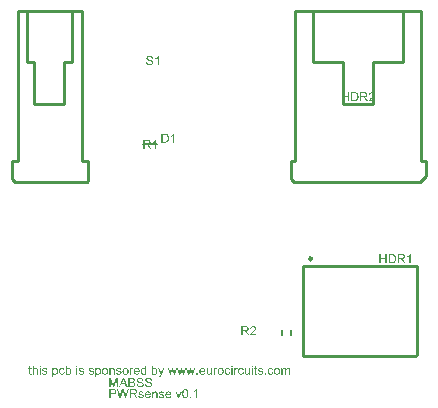
<source format=gbr>
G04 Layer_Color=65535*
%FSLAX45Y45*%
%MOMM*%
%TF.FileFunction,Legend,Top*%
%TF.Part,Single*%
G01*
G75*
%TA.AperFunction,NonConductor*%
%ADD30C,0.25400*%
%ADD31C,0.20000*%
G36*
X-1586084Y-818731D02*
X-1585196D01*
X-1583199Y-818953D01*
X-1580979Y-819175D01*
X-1578648Y-819619D01*
X-1576317Y-820174D01*
X-1574208Y-820951D01*
X-1574097D01*
X-1573986Y-821062D01*
X-1573320Y-821395D01*
X-1572321Y-821950D01*
X-1571211Y-822727D01*
X-1569879Y-823726D01*
X-1568436Y-824947D01*
X-1567104Y-826501D01*
X-1565883Y-828165D01*
X-1565772Y-828387D01*
X-1565439Y-829053D01*
X-1564884Y-829941D01*
X-1564329Y-831273D01*
X-1563774Y-832827D01*
X-1563219Y-834492D01*
X-1562886Y-836379D01*
X-1562775Y-838266D01*
Y-838488D01*
Y-839043D01*
X-1562886Y-840042D01*
X-1563108Y-841263D01*
X-1563441Y-842706D01*
X-1563996Y-844260D01*
X-1564662Y-845814D01*
X-1565550Y-847479D01*
X-1565661Y-847701D01*
X-1565994Y-848145D01*
X-1566660Y-849033D01*
X-1567548Y-849921D01*
X-1568658Y-851031D01*
X-1569990Y-852252D01*
X-1571655Y-853362D01*
X-1573542Y-854472D01*
X-1573431D01*
X-1573209Y-854583D01*
X-1572876Y-854694D01*
X-1572432Y-854916D01*
X-1571100Y-855360D01*
X-1569546Y-856137D01*
X-1567881Y-857136D01*
X-1565994Y-858357D01*
X-1564329Y-859800D01*
X-1562775Y-861576D01*
X-1562664Y-861798D01*
X-1562220Y-862464D01*
X-1561554Y-863463D01*
X-1560888Y-864795D01*
X-1560222Y-866571D01*
X-1559556Y-868458D01*
X-1559112Y-870678D01*
X-1559001Y-873120D01*
Y-873231D01*
Y-873342D01*
Y-874008D01*
X-1559112Y-875118D01*
X-1559334Y-876450D01*
X-1559556Y-878004D01*
X-1560000Y-879669D01*
X-1560555Y-881445D01*
X-1561332Y-883220D01*
X-1561443Y-883442D01*
X-1561776Y-883997D01*
X-1562220Y-884774D01*
X-1562886Y-885884D01*
X-1563774Y-886994D01*
X-1564662Y-888215D01*
X-1565772Y-889436D01*
X-1566993Y-890435D01*
X-1567104Y-890546D01*
X-1567548Y-890879D01*
X-1568325Y-891323D01*
X-1569324Y-891767D01*
X-1570545Y-892433D01*
X-1571988Y-893099D01*
X-1573542Y-893654D01*
X-1575429Y-894209D01*
X-1575651D01*
X-1576317Y-894431D01*
X-1577427Y-894542D01*
X-1578870Y-894764D01*
X-1580646Y-894986D01*
X-1582755Y-895208D01*
X-1585085Y-895319D01*
X-1587749Y-895430D01*
X-1617053D01*
Y-818620D01*
X-1586861D01*
X-1586084Y-818731D01*
D02*
G37*
G36*
X-1624823Y-895430D02*
X-1636367D01*
X-1645357Y-872121D01*
X-1677547D01*
X-1685872Y-895430D01*
X-1696638D01*
X-1667335Y-818620D01*
X-1656235D01*
X-1624823Y-895430D01*
D02*
G37*
G36*
X-1704741D02*
X-1714509D01*
Y-831162D01*
X-1736931Y-895430D01*
X-1746033D01*
X-1768232Y-830052D01*
Y-895430D01*
X-1778000D01*
Y-818620D01*
X-1762793D01*
X-1744590Y-873120D01*
Y-873231D01*
X-1744479Y-873453D01*
X-1744368Y-873786D01*
X-1744146Y-874341D01*
X-1743702Y-875673D01*
X-1743147Y-877338D01*
X-1742592Y-879225D01*
X-1741926Y-881112D01*
X-1741371Y-882887D01*
X-1740927Y-884441D01*
X-1740816Y-884219D01*
X-1740705Y-883664D01*
X-1740372Y-882665D01*
X-1739928Y-881334D01*
X-1739373Y-879558D01*
X-1738596Y-877449D01*
X-1737819Y-875007D01*
X-1736820Y-872121D01*
X-1718394Y-818620D01*
X-1704741D01*
Y-895430D01*
D02*
G37*
G36*
X-1444784Y-817399D02*
X-1444007D01*
X-1441898Y-817621D01*
X-1439567Y-817954D01*
X-1437125Y-818509D01*
X-1434461Y-819175D01*
X-1432019Y-820063D01*
X-1431908D01*
X-1431686Y-820174D01*
X-1431353Y-820396D01*
X-1430909Y-820618D01*
X-1429799Y-821173D01*
X-1428356Y-822172D01*
X-1426691Y-823282D01*
X-1425026Y-824725D01*
X-1423472Y-826390D01*
X-1422029Y-828276D01*
Y-828387D01*
X-1421918Y-828498D01*
X-1421696Y-828831D01*
X-1421474Y-829164D01*
X-1420919Y-830274D01*
X-1420253Y-831717D01*
X-1419476Y-833493D01*
X-1418921Y-835602D01*
X-1418366Y-837822D01*
X-1418144Y-840264D01*
X-1427912Y-841041D01*
Y-840930D01*
Y-840708D01*
X-1428023Y-840375D01*
X-1428134Y-839820D01*
X-1428467Y-838599D01*
X-1428911Y-836934D01*
X-1429577Y-835158D01*
X-1430576Y-833382D01*
X-1431797Y-831717D01*
X-1433351Y-830163D01*
X-1433573Y-830052D01*
X-1434128Y-829608D01*
X-1435238Y-828942D01*
X-1436681Y-828276D01*
X-1438568Y-827610D01*
X-1440788Y-826944D01*
X-1443563Y-826501D01*
X-1446671Y-826390D01*
X-1448225D01*
X-1448891Y-826501D01*
X-1449779Y-826612D01*
X-1451777Y-826834D01*
X-1453997Y-827277D01*
X-1456217Y-827832D01*
X-1458326Y-828720D01*
X-1459214Y-829275D01*
X-1460102Y-829830D01*
X-1460324Y-829941D01*
X-1460768Y-830385D01*
X-1461434Y-831162D01*
X-1462100Y-832050D01*
X-1462877Y-833271D01*
X-1463543Y-834603D01*
X-1463987Y-836157D01*
X-1464209Y-837933D01*
Y-838155D01*
Y-838599D01*
X-1464098Y-839376D01*
X-1463876Y-840264D01*
X-1463543Y-841374D01*
X-1462988Y-842484D01*
X-1462322Y-843594D01*
X-1461323Y-844704D01*
X-1461212Y-844815D01*
X-1460657Y-845148D01*
X-1460213Y-845481D01*
X-1459769Y-845703D01*
X-1459103Y-846036D01*
X-1458326Y-846480D01*
X-1457327Y-846813D01*
X-1456217Y-847257D01*
X-1454996Y-847701D01*
X-1453553Y-848256D01*
X-1451999Y-848700D01*
X-1450223Y-849255D01*
X-1448225Y-849699D01*
X-1446005Y-850254D01*
X-1445894D01*
X-1445450Y-850365D01*
X-1444784Y-850476D01*
X-1444007Y-850698D01*
X-1443008Y-850920D01*
X-1441787Y-851253D01*
X-1440566Y-851586D01*
X-1439234Y-851919D01*
X-1436348Y-852696D01*
X-1433573Y-853473D01*
X-1432241Y-853917D01*
X-1431020Y-854361D01*
X-1429910Y-854694D01*
X-1429022Y-855138D01*
X-1428911D01*
X-1428689Y-855249D01*
X-1428356Y-855471D01*
X-1427912Y-855693D01*
X-1426691Y-856359D01*
X-1425248Y-857247D01*
X-1423583Y-858468D01*
X-1421918Y-859800D01*
X-1420364Y-861354D01*
X-1419032Y-863019D01*
X-1418921Y-863241D01*
X-1418477Y-863796D01*
X-1418033Y-864795D01*
X-1417367Y-866127D01*
X-1416813Y-867681D01*
X-1416258Y-869568D01*
X-1415925Y-871677D01*
X-1415814Y-873897D01*
Y-874008D01*
Y-874119D01*
Y-874452D01*
Y-874896D01*
X-1416036Y-876117D01*
X-1416258Y-877671D01*
X-1416702Y-879447D01*
X-1417256Y-881334D01*
X-1418144Y-883331D01*
X-1419365Y-885440D01*
Y-885551D01*
X-1419476Y-885662D01*
X-1420031Y-886328D01*
X-1420808Y-887327D01*
X-1421918Y-888437D01*
X-1423361Y-889769D01*
X-1425137Y-891212D01*
X-1427135Y-892544D01*
X-1429466Y-893765D01*
X-1429577D01*
X-1429799Y-893876D01*
X-1430132Y-893987D01*
X-1430576Y-894209D01*
X-1431242Y-894431D01*
X-1432019Y-894764D01*
X-1433795Y-895208D01*
X-1435904Y-895763D01*
X-1438457Y-896318D01*
X-1441232Y-896651D01*
X-1444229Y-896762D01*
X-1446005D01*
X-1446893Y-896651D01*
X-1447892D01*
X-1449002Y-896540D01*
X-1450334Y-896429D01*
X-1453109Y-895985D01*
X-1455995Y-895541D01*
X-1458881Y-894764D01*
X-1461656Y-893765D01*
X-1461767D01*
X-1461989Y-893654D01*
X-1462322Y-893432D01*
X-1462766Y-893210D01*
X-1464098Y-892544D01*
X-1465652Y-891545D01*
X-1467428Y-890213D01*
X-1469315Y-888659D01*
X-1471091Y-886772D01*
X-1472755Y-884663D01*
Y-884552D01*
X-1472977Y-884330D01*
X-1473088Y-883997D01*
X-1473421Y-883553D01*
X-1473643Y-882998D01*
X-1473976Y-882333D01*
X-1474753Y-880668D01*
X-1475530Y-878559D01*
X-1476196Y-876228D01*
X-1476640Y-873564D01*
X-1476862Y-870789D01*
X-1467317Y-869901D01*
Y-870012D01*
Y-870123D01*
X-1467206Y-870456D01*
Y-870900D01*
X-1466984Y-871899D01*
X-1466651Y-873342D01*
X-1466207Y-874785D01*
X-1465763Y-876450D01*
X-1464986Y-878004D01*
X-1464209Y-879447D01*
X-1464098Y-879558D01*
X-1463765Y-880002D01*
X-1463210Y-880779D01*
X-1462322Y-881556D01*
X-1461212Y-882554D01*
X-1459991Y-883553D01*
X-1458326Y-884552D01*
X-1456550Y-885440D01*
X-1456439D01*
X-1456328Y-885551D01*
X-1455995Y-885662D01*
X-1455662Y-885773D01*
X-1454552Y-886106D01*
X-1453109Y-886550D01*
X-1451333Y-886994D01*
X-1449335Y-887327D01*
X-1447115Y-887549D01*
X-1444673Y-887660D01*
X-1443674D01*
X-1442564Y-887549D01*
X-1441232Y-887438D01*
X-1439678Y-887216D01*
X-1437902Y-886994D01*
X-1436126Y-886550D01*
X-1434461Y-885995D01*
X-1434239Y-885884D01*
X-1433684Y-885662D01*
X-1432907Y-885218D01*
X-1431908Y-884774D01*
X-1430909Y-883997D01*
X-1429799Y-883220D01*
X-1428689Y-882333D01*
X-1427801Y-881223D01*
X-1427690Y-881112D01*
X-1427468Y-880668D01*
X-1427135Y-880113D01*
X-1426691Y-879225D01*
X-1426247Y-878337D01*
X-1425914Y-877227D01*
X-1425692Y-876006D01*
X-1425581Y-874674D01*
Y-874563D01*
Y-874008D01*
X-1425692Y-873342D01*
X-1425803Y-872454D01*
X-1426136Y-871566D01*
X-1426469Y-870456D01*
X-1427024Y-869346D01*
X-1427801Y-868347D01*
X-1427912Y-868236D01*
X-1428245Y-867903D01*
X-1428689Y-867459D01*
X-1429466Y-866793D01*
X-1430354Y-866127D01*
X-1431575Y-865350D01*
X-1433018Y-864573D01*
X-1434683Y-863907D01*
X-1434794Y-863796D01*
X-1435349Y-863685D01*
X-1436237Y-863352D01*
X-1436792Y-863241D01*
X-1437569Y-863019D01*
X-1438346Y-862686D01*
X-1439345Y-862464D01*
X-1440455Y-862131D01*
X-1441787Y-861798D01*
X-1443119Y-861465D01*
X-1444673Y-861021D01*
X-1446449Y-860577D01*
X-1448336Y-860133D01*
X-1448447D01*
X-1448780Y-860022D01*
X-1449335Y-859911D01*
X-1450001Y-859689D01*
X-1450889Y-859467D01*
X-1451888Y-859245D01*
X-1454108Y-858579D01*
X-1456550Y-857802D01*
X-1459103Y-857025D01*
X-1461323Y-856248D01*
X-1462322Y-855804D01*
X-1463210Y-855360D01*
X-1463321D01*
X-1463432Y-855249D01*
X-1464098Y-854805D01*
X-1465097Y-854250D01*
X-1466207Y-853362D01*
X-1467539Y-852363D01*
X-1468871Y-851142D01*
X-1470203Y-849699D01*
X-1471313Y-848145D01*
X-1471424Y-847923D01*
X-1471757Y-847368D01*
X-1472201Y-846480D01*
X-1472645Y-845370D01*
X-1473088Y-843927D01*
X-1473532Y-842262D01*
X-1473865Y-840486D01*
X-1473976Y-838599D01*
Y-838488D01*
Y-838377D01*
Y-838044D01*
Y-837600D01*
X-1473754Y-836490D01*
X-1473532Y-835047D01*
X-1473199Y-833382D01*
X-1472645Y-831495D01*
X-1471868Y-829608D01*
X-1470758Y-827721D01*
Y-827610D01*
X-1470647Y-827499D01*
X-1470092Y-826834D01*
X-1469315Y-825946D01*
X-1468316Y-824836D01*
X-1466984Y-823615D01*
X-1465319Y-822283D01*
X-1463321Y-821062D01*
X-1461101Y-819952D01*
X-1460990D01*
X-1460768Y-819841D01*
X-1460435Y-819730D01*
X-1459991Y-819508D01*
X-1459436Y-819286D01*
X-1458659Y-819064D01*
X-1456994Y-818620D01*
X-1454885Y-818176D01*
X-1452443Y-817732D01*
X-1449890Y-817399D01*
X-1447004Y-817288D01*
X-1445561D01*
X-1444784Y-817399D01*
D02*
G37*
G36*
X-1516378D02*
X-1515601D01*
X-1513492Y-817621D01*
X-1511161Y-817954D01*
X-1508719Y-818509D01*
X-1506055Y-819175D01*
X-1503613Y-820063D01*
X-1503502D01*
X-1503280Y-820174D01*
X-1502947Y-820396D01*
X-1502503Y-820618D01*
X-1501393Y-821173D01*
X-1499950Y-822172D01*
X-1498285Y-823282D01*
X-1496620Y-824725D01*
X-1495066Y-826390D01*
X-1493623Y-828276D01*
Y-828387D01*
X-1493512Y-828498D01*
X-1493290Y-828831D01*
X-1493068Y-829164D01*
X-1492513Y-830274D01*
X-1491847Y-831717D01*
X-1491070Y-833493D01*
X-1490515Y-835602D01*
X-1489960Y-837822D01*
X-1489738Y-840264D01*
X-1499506Y-841041D01*
Y-840930D01*
Y-840708D01*
X-1499617Y-840375D01*
X-1499728Y-839820D01*
X-1500061Y-838599D01*
X-1500505Y-836934D01*
X-1501171Y-835158D01*
X-1502170Y-833382D01*
X-1503391Y-831717D01*
X-1504945Y-830163D01*
X-1505167Y-830052D01*
X-1505722Y-829608D01*
X-1506832Y-828942D01*
X-1508275Y-828276D01*
X-1510162Y-827610D01*
X-1512382Y-826944D01*
X-1515157Y-826501D01*
X-1518265Y-826390D01*
X-1519819D01*
X-1520485Y-826501D01*
X-1521373Y-826612D01*
X-1523371Y-826834D01*
X-1525591Y-827277D01*
X-1527811Y-827832D01*
X-1529919Y-828720D01*
X-1530807Y-829275D01*
X-1531695Y-829830D01*
X-1531917Y-829941D01*
X-1532361Y-830385D01*
X-1533027Y-831162D01*
X-1533693Y-832050D01*
X-1534470Y-833271D01*
X-1535136Y-834603D01*
X-1535580Y-836157D01*
X-1535802Y-837933D01*
Y-838155D01*
Y-838599D01*
X-1535691Y-839376D01*
X-1535469Y-840264D01*
X-1535136Y-841374D01*
X-1534581Y-842484D01*
X-1533915Y-843594D01*
X-1532916Y-844704D01*
X-1532805Y-844815D01*
X-1532250Y-845148D01*
X-1531806Y-845481D01*
X-1531362Y-845703D01*
X-1530696Y-846036D01*
X-1529919Y-846480D01*
X-1528920Y-846813D01*
X-1527811Y-847257D01*
X-1526590Y-847701D01*
X-1525147Y-848256D01*
X-1523593Y-848700D01*
X-1521817Y-849255D01*
X-1519819Y-849699D01*
X-1517599Y-850254D01*
X-1517488D01*
X-1517044Y-850365D01*
X-1516378Y-850476D01*
X-1515601Y-850698D01*
X-1514602Y-850920D01*
X-1513381Y-851253D01*
X-1512160Y-851586D01*
X-1510828Y-851919D01*
X-1507942Y-852696D01*
X-1505167Y-853473D01*
X-1503835Y-853917D01*
X-1502614Y-854361D01*
X-1501504Y-854694D01*
X-1500616Y-855138D01*
X-1500505D01*
X-1500283Y-855249D01*
X-1499950Y-855471D01*
X-1499506Y-855693D01*
X-1498285Y-856359D01*
X-1496842Y-857247D01*
X-1495177Y-858468D01*
X-1493512Y-859800D01*
X-1491958Y-861354D01*
X-1490626Y-863019D01*
X-1490515Y-863241D01*
X-1490071Y-863796D01*
X-1489627Y-864795D01*
X-1488961Y-866127D01*
X-1488406Y-867681D01*
X-1487851Y-869568D01*
X-1487518Y-871677D01*
X-1487407Y-873897D01*
Y-874008D01*
Y-874119D01*
Y-874452D01*
Y-874896D01*
X-1487629Y-876117D01*
X-1487851Y-877671D01*
X-1488295Y-879447D01*
X-1488850Y-881334D01*
X-1489738Y-883331D01*
X-1490959Y-885440D01*
Y-885551D01*
X-1491070Y-885662D01*
X-1491625Y-886328D01*
X-1492402Y-887327D01*
X-1493512Y-888437D01*
X-1494955Y-889769D01*
X-1496731Y-891212D01*
X-1498729Y-892544D01*
X-1501060Y-893765D01*
X-1501171D01*
X-1501393Y-893876D01*
X-1501726Y-893987D01*
X-1502170Y-894209D01*
X-1502836Y-894431D01*
X-1503613Y-894764D01*
X-1505389Y-895208D01*
X-1507498Y-895763D01*
X-1510051Y-896318D01*
X-1512826Y-896651D01*
X-1515823Y-896762D01*
X-1517599D01*
X-1518487Y-896651D01*
X-1519486D01*
X-1520596Y-896540D01*
X-1521928Y-896429D01*
X-1524703Y-895985D01*
X-1527589Y-895541D01*
X-1530474Y-894764D01*
X-1533249Y-893765D01*
X-1533360D01*
X-1533582Y-893654D01*
X-1533915Y-893432D01*
X-1534359Y-893210D01*
X-1535691Y-892544D01*
X-1537245Y-891545D01*
X-1539021Y-890213D01*
X-1540908Y-888659D01*
X-1542684Y-886772D01*
X-1544349Y-884663D01*
Y-884552D01*
X-1544571Y-884330D01*
X-1544682Y-883997D01*
X-1545015Y-883553D01*
X-1545237Y-882998D01*
X-1545570Y-882333D01*
X-1546347Y-880668D01*
X-1547124Y-878559D01*
X-1547790Y-876228D01*
X-1548234Y-873564D01*
X-1548456Y-870789D01*
X-1538910Y-869901D01*
Y-870012D01*
Y-870123D01*
X-1538799Y-870456D01*
Y-870900D01*
X-1538577Y-871899D01*
X-1538244Y-873342D01*
X-1537800Y-874785D01*
X-1537356Y-876450D01*
X-1536579Y-878004D01*
X-1535802Y-879447D01*
X-1535691Y-879558D01*
X-1535358Y-880002D01*
X-1534803Y-880779D01*
X-1533915Y-881556D01*
X-1532805Y-882554D01*
X-1531584Y-883553D01*
X-1529919Y-884552D01*
X-1528144Y-885440D01*
X-1528033D01*
X-1527922Y-885551D01*
X-1527589Y-885662D01*
X-1527256Y-885773D01*
X-1526146Y-886106D01*
X-1524703Y-886550D01*
X-1522927Y-886994D01*
X-1520929Y-887327D01*
X-1518709Y-887549D01*
X-1516267Y-887660D01*
X-1515268D01*
X-1514158Y-887549D01*
X-1512826Y-887438D01*
X-1511272Y-887216D01*
X-1509496Y-886994D01*
X-1507720Y-886550D01*
X-1506055Y-885995D01*
X-1505833Y-885884D01*
X-1505278Y-885662D01*
X-1504501Y-885218D01*
X-1503502Y-884774D01*
X-1502503Y-883997D01*
X-1501393Y-883220D01*
X-1500283Y-882333D01*
X-1499395Y-881223D01*
X-1499284Y-881112D01*
X-1499062Y-880668D01*
X-1498729Y-880113D01*
X-1498285Y-879225D01*
X-1497841Y-878337D01*
X-1497508Y-877227D01*
X-1497286Y-876006D01*
X-1497175Y-874674D01*
Y-874563D01*
Y-874008D01*
X-1497286Y-873342D01*
X-1497397Y-872454D01*
X-1497730Y-871566D01*
X-1498063Y-870456D01*
X-1498618Y-869346D01*
X-1499395Y-868347D01*
X-1499506Y-868236D01*
X-1499839Y-867903D01*
X-1500283Y-867459D01*
X-1501060Y-866793D01*
X-1501948Y-866127D01*
X-1503169Y-865350D01*
X-1504612Y-864573D01*
X-1506277Y-863907D01*
X-1506388Y-863796D01*
X-1506943Y-863685D01*
X-1507831Y-863352D01*
X-1508386Y-863241D01*
X-1509163Y-863019D01*
X-1509940Y-862686D01*
X-1510939Y-862464D01*
X-1512049Y-862131D01*
X-1513381Y-861798D01*
X-1514713Y-861465D01*
X-1516267Y-861021D01*
X-1518043Y-860577D01*
X-1519930Y-860133D01*
X-1520041D01*
X-1520374Y-860022D01*
X-1520929Y-859911D01*
X-1521595Y-859689D01*
X-1522483Y-859467D01*
X-1523482Y-859245D01*
X-1525702Y-858579D01*
X-1528144Y-857802D01*
X-1530696Y-857025D01*
X-1532916Y-856248D01*
X-1533915Y-855804D01*
X-1534803Y-855360D01*
X-1534914D01*
X-1535025Y-855249D01*
X-1535691Y-854805D01*
X-1536690Y-854250D01*
X-1537800Y-853362D01*
X-1539132Y-852363D01*
X-1540464Y-851142D01*
X-1541796Y-849699D01*
X-1542906Y-848145D01*
X-1543017Y-847923D01*
X-1543350Y-847368D01*
X-1543794Y-846480D01*
X-1544238Y-845370D01*
X-1544682Y-843927D01*
X-1545126Y-842262D01*
X-1545459Y-840486D01*
X-1545570Y-838599D01*
Y-838488D01*
Y-838377D01*
Y-838044D01*
Y-837600D01*
X-1545348Y-836490D01*
X-1545126Y-835047D01*
X-1544793Y-833382D01*
X-1544238Y-831495D01*
X-1543461Y-829608D01*
X-1542351Y-827721D01*
Y-827610D01*
X-1542240Y-827499D01*
X-1541685Y-826834D01*
X-1540908Y-825946D01*
X-1539909Y-824836D01*
X-1538577Y-823615D01*
X-1536912Y-822283D01*
X-1534914Y-821062D01*
X-1532694Y-819952D01*
X-1532583D01*
X-1532361Y-819841D01*
X-1532028Y-819730D01*
X-1531584Y-819508D01*
X-1531029Y-819286D01*
X-1530252Y-819064D01*
X-1528587Y-818620D01*
X-1526479Y-818176D01*
X-1524037Y-817732D01*
X-1521484Y-817399D01*
X-1518598Y-817288D01*
X-1517155D01*
X-1516378Y-817399D01*
D02*
G37*
G36*
X-1387509Y-932437D02*
X-1386288Y-932548D01*
X-1384845Y-932770D01*
X-1383291Y-933103D01*
X-1381626Y-933547D01*
X-1380072Y-934213D01*
X-1379850Y-934324D01*
X-1379406Y-934546D01*
X-1378629Y-934879D01*
X-1377741Y-935434D01*
X-1376631Y-936100D01*
X-1375632Y-936988D01*
X-1374633Y-937876D01*
X-1373745Y-938986D01*
X-1373634Y-939097D01*
X-1373412Y-939541D01*
X-1373079Y-940096D01*
X-1372524Y-940873D01*
X-1372080Y-941983D01*
X-1371636Y-943093D01*
X-1371081Y-944425D01*
X-1370748Y-945868D01*
Y-945979D01*
X-1370637Y-946423D01*
X-1370526Y-947089D01*
X-1370415Y-947977D01*
Y-949309D01*
X-1370304Y-950863D01*
X-1370193Y-952750D01*
Y-955081D01*
Y-989268D01*
X-1379628D01*
Y-955525D01*
Y-955414D01*
Y-955303D01*
Y-954526D01*
Y-953527D01*
X-1379739Y-952306D01*
X-1379850Y-950863D01*
X-1380072Y-949420D01*
X-1380405Y-948088D01*
X-1380738Y-946867D01*
Y-946756D01*
X-1380960Y-946423D01*
X-1381293Y-945868D01*
X-1381626Y-945202D01*
X-1382181Y-944536D01*
X-1382847Y-943759D01*
X-1383735Y-942982D01*
X-1384734Y-942316D01*
X-1384845Y-942205D01*
X-1385178Y-941983D01*
X-1385844Y-941761D01*
X-1386621Y-941428D01*
X-1387509Y-941095D01*
X-1388619Y-940762D01*
X-1389951Y-940651D01*
X-1391283Y-940540D01*
X-1391838D01*
X-1392282Y-940651D01*
X-1393392Y-940762D01*
X-1394835Y-940984D01*
X-1396389Y-941539D01*
X-1398165Y-942205D01*
X-1399941Y-943093D01*
X-1401606Y-944425D01*
X-1401828Y-944647D01*
X-1402272Y-945202D01*
X-1402605Y-945646D01*
X-1402938Y-946201D01*
X-1403382Y-946867D01*
X-1403715Y-947644D01*
X-1404159Y-948532D01*
X-1404603Y-949642D01*
X-1404936Y-950863D01*
X-1405269Y-952195D01*
X-1405491Y-953638D01*
X-1405713Y-955192D01*
X-1405935Y-957079D01*
Y-958966D01*
Y-989268D01*
X-1415370D01*
Y-933547D01*
X-1406934D01*
Y-941539D01*
X-1406823Y-941428D01*
X-1406601Y-941095D01*
X-1406268Y-940651D01*
X-1405824Y-940096D01*
X-1405158Y-939430D01*
X-1404381Y-938653D01*
X-1403493Y-937765D01*
X-1402383Y-936877D01*
X-1401273Y-936100D01*
X-1399941Y-935212D01*
X-1398498Y-934435D01*
X-1396944Y-933769D01*
X-1395168Y-933214D01*
X-1393392Y-932770D01*
X-1391394Y-932437D01*
X-1389285Y-932326D01*
X-1388397D01*
X-1387509Y-932437D01*
D02*
G37*
G36*
X-1635701Y-989268D02*
X-1645690D01*
X-1661785Y-930772D01*
Y-930661D01*
X-1661896Y-930439D01*
X-1662007Y-930106D01*
X-1662118Y-929551D01*
X-1662451Y-928330D01*
X-1662784Y-926887D01*
X-1663228Y-925333D01*
X-1663672Y-923890D01*
X-1664005Y-922669D01*
X-1664116Y-922114D01*
X-1664227Y-921781D01*
Y-921892D01*
X-1664338Y-922003D01*
X-1664449Y-922669D01*
X-1664671Y-923668D01*
X-1665004Y-924889D01*
X-1665337Y-926221D01*
X-1665781Y-927775D01*
X-1666114Y-929329D01*
X-1666558Y-930772D01*
X-1682764Y-989268D01*
X-1693420D01*
X-1713510Y-912457D01*
X-1702965D01*
X-1691533Y-962850D01*
Y-962961D01*
X-1691422Y-963183D01*
X-1691311Y-963627D01*
X-1691200Y-964182D01*
X-1691089Y-964959D01*
X-1690867Y-965736D01*
X-1690645Y-966735D01*
X-1690423Y-967845D01*
X-1689868Y-970176D01*
X-1689313Y-972840D01*
X-1688758Y-975726D01*
X-1688203Y-978612D01*
Y-978501D01*
X-1688092Y-978057D01*
X-1687870Y-977502D01*
X-1687759Y-976614D01*
X-1687537Y-975726D01*
X-1687204Y-974616D01*
X-1686649Y-972174D01*
X-1685983Y-969732D01*
X-1685761Y-968511D01*
X-1685428Y-967401D01*
X-1685206Y-966402D01*
X-1684984Y-965514D01*
X-1684762Y-964848D01*
X-1684651Y-964404D01*
X-1670110Y-912457D01*
X-1657789D01*
X-1646911Y-951418D01*
Y-951529D01*
X-1646689Y-952084D01*
X-1646467Y-952861D01*
X-1646245Y-953860D01*
X-1645912Y-955192D01*
X-1645468Y-956635D01*
X-1645024Y-958300D01*
X-1644580Y-960187D01*
X-1644025Y-962296D01*
X-1643581Y-964404D01*
X-1642582Y-968955D01*
X-1641583Y-973728D01*
X-1640806Y-978612D01*
Y-978501D01*
X-1640695Y-978279D01*
Y-977835D01*
X-1640473Y-977280D01*
X-1640362Y-976614D01*
X-1640140Y-975837D01*
X-1640029Y-974838D01*
X-1639696Y-973728D01*
X-1639142Y-971286D01*
X-1638476Y-968400D01*
X-1637810Y-965292D01*
X-1636922Y-961852D01*
X-1624934Y-912457D01*
X-1614611D01*
X-1635701Y-989268D01*
D02*
G37*
G36*
X-1036200D02*
X-1045635D01*
Y-929218D01*
X-1045746Y-929329D01*
X-1046301Y-929773D01*
X-1046967Y-930439D01*
X-1048077Y-931216D01*
X-1049298Y-932215D01*
X-1050852Y-933325D01*
X-1052628Y-934546D01*
X-1054626Y-935767D01*
X-1054737D01*
X-1054848Y-935878D01*
X-1055514Y-936322D01*
X-1056624Y-936877D01*
X-1057956Y-937543D01*
X-1059510Y-938320D01*
X-1061175Y-939097D01*
X-1062840Y-939874D01*
X-1064505Y-940540D01*
Y-931438D01*
X-1064394D01*
X-1064172Y-931216D01*
X-1063728Y-931105D01*
X-1063173Y-930772D01*
X-1062507Y-930439D01*
X-1061730Y-929995D01*
X-1059843Y-928885D01*
X-1057623Y-927664D01*
X-1055403Y-926110D01*
X-1053072Y-924334D01*
X-1050741Y-922447D01*
X-1050630Y-922336D01*
X-1050519Y-922225D01*
X-1050186Y-921892D01*
X-1049742Y-921559D01*
X-1048743Y-920449D01*
X-1047411Y-919117D01*
X-1046079Y-917563D01*
X-1044636Y-915787D01*
X-1043415Y-914011D01*
X-1042305Y-912124D01*
X-1036200D01*
Y-989268D01*
D02*
G37*
G36*
X-1188268D02*
X-1197258D01*
X-1218237Y-933547D01*
X-1208247D01*
X-1196259Y-966957D01*
Y-967068D01*
X-1196148Y-967179D01*
X-1196037Y-967512D01*
X-1195926Y-967845D01*
X-1195593Y-968955D01*
X-1195150Y-970398D01*
X-1194595Y-972063D01*
X-1193929Y-973950D01*
X-1193374Y-976059D01*
X-1192708Y-978168D01*
X-1192597Y-977946D01*
X-1192486Y-977391D01*
X-1192153Y-976503D01*
X-1191820Y-975171D01*
X-1191265Y-973728D01*
X-1190710Y-971841D01*
X-1189933Y-969843D01*
X-1189156Y-967623D01*
X-1176835Y-933547D01*
X-1167067D01*
X-1188268Y-989268D01*
D02*
G37*
G36*
X-1335118Y-932437D02*
X-1333453Y-932548D01*
X-1331677Y-932770D01*
X-1329790Y-933214D01*
X-1327792Y-933658D01*
X-1325905Y-934324D01*
X-1325794D01*
X-1325683Y-934435D01*
X-1325128Y-934657D01*
X-1324240Y-935101D01*
X-1323130Y-935656D01*
X-1321909Y-936433D01*
X-1320688Y-937321D01*
X-1319578Y-938320D01*
X-1318579Y-939430D01*
X-1318468Y-939541D01*
X-1318246Y-939985D01*
X-1317802Y-940762D01*
X-1317247Y-941650D01*
X-1316692Y-942982D01*
X-1316137Y-944425D01*
X-1315693Y-946090D01*
X-1315249Y-947977D01*
X-1324462Y-949198D01*
Y-948976D01*
X-1324573Y-948532D01*
X-1324795Y-947755D01*
X-1325128Y-946756D01*
X-1325683Y-945757D01*
X-1326349Y-944647D01*
X-1327126Y-943537D01*
X-1328236Y-942538D01*
X-1328347Y-942427D01*
X-1328791Y-942205D01*
X-1329457Y-941761D01*
X-1330456Y-941317D01*
X-1331566Y-940873D01*
X-1333009Y-940429D01*
X-1334785Y-940207D01*
X-1336672Y-940096D01*
X-1337782D01*
X-1338892Y-940207D01*
X-1340335Y-940318D01*
X-1341778Y-940651D01*
X-1343332Y-940984D01*
X-1344775Y-941539D01*
X-1345996Y-942316D01*
X-1346107Y-942427D01*
X-1346440Y-942649D01*
X-1346884Y-943093D01*
X-1347328Y-943759D01*
X-1347883Y-944425D01*
X-1348327Y-945313D01*
X-1348660Y-946312D01*
X-1348771Y-947311D01*
Y-947422D01*
Y-947644D01*
X-1348660Y-947977D01*
Y-948421D01*
X-1348327Y-949531D01*
X-1347661Y-950641D01*
X-1347550Y-950752D01*
X-1347439Y-950863D01*
X-1347217Y-951196D01*
X-1346773Y-951529D01*
X-1346329Y-951862D01*
X-1345663Y-952306D01*
X-1344886Y-952639D01*
X-1343998Y-953083D01*
X-1343887D01*
X-1343665Y-953194D01*
X-1343221Y-953305D01*
X-1342444Y-953638D01*
X-1341334Y-953971D01*
X-1339891Y-954304D01*
X-1339003Y-954637D01*
X-1338004Y-954859D01*
X-1336894Y-955192D01*
X-1335673Y-955525D01*
X-1335562D01*
X-1335229Y-955636D01*
X-1334674Y-955747D01*
X-1334008Y-955969D01*
X-1333231Y-956191D01*
X-1332232Y-956413D01*
X-1330123Y-957079D01*
X-1327792Y-957745D01*
X-1325461Y-958522D01*
X-1323352Y-959299D01*
X-1322464Y-959632D01*
X-1321687Y-959965D01*
X-1321465Y-960076D01*
X-1321021Y-960298D01*
X-1320355Y-960631D01*
X-1319356Y-961186D01*
X-1318357Y-961852D01*
X-1317358Y-962740D01*
X-1316359Y-963738D01*
X-1315471Y-964848D01*
X-1315360Y-964959D01*
X-1315138Y-965403D01*
X-1314694Y-966069D01*
X-1314250Y-967068D01*
X-1313917Y-968289D01*
X-1313473Y-969621D01*
X-1313251Y-971175D01*
X-1313140Y-972951D01*
Y-973173D01*
Y-973728D01*
X-1313251Y-974616D01*
X-1313473Y-975837D01*
X-1313806Y-977169D01*
X-1314361Y-978612D01*
X-1315027Y-980277D01*
X-1315915Y-981831D01*
X-1316026Y-982053D01*
X-1316470Y-982497D01*
X-1317025Y-983274D01*
X-1317913Y-984162D01*
X-1319134Y-985161D01*
X-1320466Y-986271D01*
X-1322020Y-987270D01*
X-1323907Y-988269D01*
X-1324018D01*
X-1324129Y-988380D01*
X-1324795Y-988602D01*
X-1325905Y-988935D01*
X-1327348Y-989379D01*
X-1329124Y-989823D01*
X-1331122Y-990156D01*
X-1333231Y-990378D01*
X-1335673Y-990489D01*
X-1336672D01*
X-1337449Y-990378D01*
X-1338337D01*
X-1339447Y-990267D01*
X-1340557Y-990156D01*
X-1341778Y-989934D01*
X-1344442Y-989379D01*
X-1347217Y-988602D01*
X-1349881Y-987492D01*
X-1351102Y-986826D01*
X-1352212Y-986049D01*
X-1352323Y-985938D01*
X-1352434Y-985827D01*
X-1353100Y-985161D01*
X-1354099Y-984162D01*
X-1355209Y-982608D01*
X-1356430Y-980721D01*
X-1357651Y-978501D01*
X-1358650Y-975726D01*
X-1359427Y-972618D01*
X-1350103Y-971175D01*
Y-971286D01*
Y-971397D01*
X-1349881Y-972063D01*
X-1349659Y-973173D01*
X-1349215Y-974394D01*
X-1348660Y-975726D01*
X-1347994Y-977169D01*
X-1346995Y-978612D01*
X-1345774Y-979833D01*
X-1345552Y-979944D01*
X-1345108Y-980277D01*
X-1344220Y-980721D01*
X-1343110Y-981276D01*
X-1341667Y-981831D01*
X-1340002Y-982275D01*
X-1338004Y-982608D01*
X-1335673Y-982719D01*
X-1334563D01*
X-1333453Y-982608D01*
X-1332010Y-982386D01*
X-1330456Y-982053D01*
X-1328791Y-981609D01*
X-1327348Y-981054D01*
X-1326016Y-980166D01*
X-1325905Y-980055D01*
X-1325461Y-979722D01*
X-1325017Y-979167D01*
X-1324351Y-978390D01*
X-1323796Y-977502D01*
X-1323241Y-976392D01*
X-1322908Y-975282D01*
X-1322797Y-973950D01*
Y-973839D01*
Y-973395D01*
X-1322908Y-972840D01*
X-1323130Y-972063D01*
X-1323463Y-971286D01*
X-1324018Y-970509D01*
X-1324684Y-969621D01*
X-1325683Y-968955D01*
X-1325794Y-968844D01*
X-1326127Y-968733D01*
X-1326682Y-968400D01*
X-1327570Y-968067D01*
X-1328902Y-967623D01*
X-1329679Y-967290D01*
X-1330567Y-967068D01*
X-1331566Y-966735D01*
X-1332676Y-966402D01*
X-1333897Y-966069D01*
X-1335340Y-965736D01*
X-1335451D01*
X-1335784Y-965625D01*
X-1336339Y-965514D01*
X-1337005Y-965292D01*
X-1337893Y-965070D01*
X-1338892Y-964737D01*
X-1341001Y-964182D01*
X-1343443Y-963405D01*
X-1345774Y-962740D01*
X-1347994Y-961963D01*
X-1348993Y-961519D01*
X-1349770Y-961186D01*
X-1349992Y-961075D01*
X-1350436Y-960853D01*
X-1351102Y-960409D01*
X-1351990Y-959854D01*
X-1352989Y-959077D01*
X-1353988Y-958189D01*
X-1354987Y-957190D01*
X-1355875Y-955969D01*
X-1355986Y-955858D01*
X-1356208Y-955414D01*
X-1356541Y-954637D01*
X-1356874Y-953749D01*
X-1357207Y-952639D01*
X-1357540Y-951307D01*
X-1357762Y-949975D01*
X-1357873Y-948421D01*
Y-948199D01*
Y-947755D01*
X-1357762Y-947089D01*
X-1357651Y-946090D01*
X-1357429Y-945091D01*
X-1357207Y-943870D01*
X-1356763Y-942760D01*
X-1356208Y-941539D01*
X-1356097Y-941428D01*
X-1355875Y-940984D01*
X-1355542Y-940429D01*
X-1354987Y-939652D01*
X-1354321Y-938875D01*
X-1353544Y-937876D01*
X-1352656Y-936988D01*
X-1351546Y-936211D01*
X-1351435Y-936100D01*
X-1351102Y-935989D01*
X-1350658Y-935656D01*
X-1349992Y-935323D01*
X-1349104Y-934879D01*
X-1348105Y-934435D01*
X-1346884Y-933991D01*
X-1345552Y-933547D01*
X-1345330Y-933436D01*
X-1344886Y-933325D01*
X-1344109Y-933103D01*
X-1343110Y-932881D01*
X-1341889Y-932659D01*
X-1340557Y-932548D01*
X-1339003Y-932326D01*
X-1336339D01*
X-1335118Y-932437D01*
D02*
G37*
G36*
X-1508275D02*
X-1506610Y-932548D01*
X-1504834Y-932770D01*
X-1502947Y-933214D01*
X-1500949Y-933658D01*
X-1499062Y-934324D01*
X-1498951D01*
X-1498840Y-934435D01*
X-1498285Y-934657D01*
X-1497397Y-935101D01*
X-1496287Y-935656D01*
X-1495066Y-936433D01*
X-1493845Y-937321D01*
X-1492735Y-938320D01*
X-1491736Y-939430D01*
X-1491625Y-939541D01*
X-1491403Y-939985D01*
X-1490959Y-940762D01*
X-1490404Y-941650D01*
X-1489849Y-942982D01*
X-1489294Y-944425D01*
X-1488850Y-946090D01*
X-1488406Y-947977D01*
X-1497619Y-949198D01*
Y-948976D01*
X-1497730Y-948532D01*
X-1497952Y-947755D01*
X-1498285Y-946756D01*
X-1498840Y-945757D01*
X-1499506Y-944647D01*
X-1500283Y-943537D01*
X-1501393Y-942538D01*
X-1501504Y-942427D01*
X-1501948Y-942205D01*
X-1502614Y-941761D01*
X-1503613Y-941317D01*
X-1504723Y-940873D01*
X-1506166Y-940429D01*
X-1507942Y-940207D01*
X-1509829Y-940096D01*
X-1510939D01*
X-1512049Y-940207D01*
X-1513492Y-940318D01*
X-1514935Y-940651D01*
X-1516489Y-940984D01*
X-1517932Y-941539D01*
X-1519153Y-942316D01*
X-1519264Y-942427D01*
X-1519597Y-942649D01*
X-1520041Y-943093D01*
X-1520485Y-943759D01*
X-1521040Y-944425D01*
X-1521484Y-945313D01*
X-1521817Y-946312D01*
X-1521928Y-947311D01*
Y-947422D01*
Y-947644D01*
X-1521817Y-947977D01*
Y-948421D01*
X-1521484Y-949531D01*
X-1520818Y-950641D01*
X-1520707Y-950752D01*
X-1520596Y-950863D01*
X-1520374Y-951196D01*
X-1519930Y-951529D01*
X-1519486Y-951862D01*
X-1518820Y-952306D01*
X-1518043Y-952639D01*
X-1517155Y-953083D01*
X-1517044D01*
X-1516822Y-953194D01*
X-1516378Y-953305D01*
X-1515601Y-953638D01*
X-1514491Y-953971D01*
X-1513048Y-954304D01*
X-1512160Y-954637D01*
X-1511161Y-954859D01*
X-1510051Y-955192D01*
X-1508830Y-955525D01*
X-1508719D01*
X-1508386Y-955636D01*
X-1507831Y-955747D01*
X-1507165Y-955969D01*
X-1506388Y-956191D01*
X-1505389Y-956413D01*
X-1503280Y-957079D01*
X-1500949Y-957745D01*
X-1498618Y-958522D01*
X-1496509Y-959299D01*
X-1495621Y-959632D01*
X-1494844Y-959965D01*
X-1494622Y-960076D01*
X-1494178Y-960298D01*
X-1493512Y-960631D01*
X-1492513Y-961186D01*
X-1491514Y-961852D01*
X-1490515Y-962740D01*
X-1489516Y-963738D01*
X-1488628Y-964848D01*
X-1488517Y-964959D01*
X-1488295Y-965403D01*
X-1487851Y-966069D01*
X-1487407Y-967068D01*
X-1487074Y-968289D01*
X-1486630Y-969621D01*
X-1486408Y-971175D01*
X-1486297Y-972951D01*
Y-973173D01*
Y-973728D01*
X-1486408Y-974616D01*
X-1486630Y-975837D01*
X-1486963Y-977169D01*
X-1487518Y-978612D01*
X-1488184Y-980277D01*
X-1489072Y-981831D01*
X-1489183Y-982053D01*
X-1489627Y-982497D01*
X-1490182Y-983274D01*
X-1491070Y-984162D01*
X-1492291Y-985161D01*
X-1493623Y-986271D01*
X-1495177Y-987270D01*
X-1497064Y-988269D01*
X-1497175D01*
X-1497286Y-988380D01*
X-1497952Y-988602D01*
X-1499062Y-988935D01*
X-1500505Y-989379D01*
X-1502281Y-989823D01*
X-1504279Y-990156D01*
X-1506388Y-990378D01*
X-1508830Y-990489D01*
X-1509829D01*
X-1510606Y-990378D01*
X-1511494D01*
X-1512604Y-990267D01*
X-1513714Y-990156D01*
X-1514935Y-989934D01*
X-1517599Y-989379D01*
X-1520374Y-988602D01*
X-1523038Y-987492D01*
X-1524259Y-986826D01*
X-1525369Y-986049D01*
X-1525480Y-985938D01*
X-1525591Y-985827D01*
X-1526257Y-985161D01*
X-1527256Y-984162D01*
X-1528365Y-982608D01*
X-1529586Y-980721D01*
X-1530807Y-978501D01*
X-1531806Y-975726D01*
X-1532583Y-972618D01*
X-1523260Y-971175D01*
Y-971286D01*
Y-971397D01*
X-1523038Y-972063D01*
X-1522816Y-973173D01*
X-1522372Y-974394D01*
X-1521817Y-975726D01*
X-1521151Y-977169D01*
X-1520152Y-978612D01*
X-1518931Y-979833D01*
X-1518709Y-979944D01*
X-1518265Y-980277D01*
X-1517377Y-980721D01*
X-1516267Y-981276D01*
X-1514824Y-981831D01*
X-1513159Y-982275D01*
X-1511161Y-982608D01*
X-1508830Y-982719D01*
X-1507720D01*
X-1506610Y-982608D01*
X-1505167Y-982386D01*
X-1503613Y-982053D01*
X-1501948Y-981609D01*
X-1500505Y-981054D01*
X-1499173Y-980166D01*
X-1499062Y-980055D01*
X-1498618Y-979722D01*
X-1498174Y-979167D01*
X-1497508Y-978390D01*
X-1496953Y-977502D01*
X-1496398Y-976392D01*
X-1496065Y-975282D01*
X-1495954Y-973950D01*
Y-973839D01*
Y-973395D01*
X-1496065Y-972840D01*
X-1496287Y-972063D01*
X-1496620Y-971286D01*
X-1497175Y-970509D01*
X-1497841Y-969621D01*
X-1498840Y-968955D01*
X-1498951Y-968844D01*
X-1499284Y-968733D01*
X-1499839Y-968400D01*
X-1500727Y-968067D01*
X-1502059Y-967623D01*
X-1502836Y-967290D01*
X-1503724Y-967068D01*
X-1504723Y-966735D01*
X-1505833Y-966402D01*
X-1507054Y-966069D01*
X-1508497Y-965736D01*
X-1508608D01*
X-1508941Y-965625D01*
X-1509496Y-965514D01*
X-1510162Y-965292D01*
X-1511050Y-965070D01*
X-1512049Y-964737D01*
X-1514158Y-964182D01*
X-1516600Y-963405D01*
X-1518931Y-962740D01*
X-1521151Y-961963D01*
X-1522150Y-961519D01*
X-1522927Y-961186D01*
X-1523149Y-961075D01*
X-1523593Y-960853D01*
X-1524259Y-960409D01*
X-1525147Y-959854D01*
X-1526146Y-959077D01*
X-1527145Y-958189D01*
X-1528144Y-957190D01*
X-1529031Y-955969D01*
X-1529142Y-955858D01*
X-1529364Y-955414D01*
X-1529697Y-954637D01*
X-1530030Y-953749D01*
X-1530363Y-952639D01*
X-1530696Y-951307D01*
X-1530918Y-949975D01*
X-1531029Y-948421D01*
Y-948199D01*
Y-947755D01*
X-1530918Y-947089D01*
X-1530807Y-946090D01*
X-1530585Y-945091D01*
X-1530363Y-943870D01*
X-1529919Y-942760D01*
X-1529364Y-941539D01*
X-1529253Y-941428D01*
X-1529031Y-940984D01*
X-1528698Y-940429D01*
X-1528144Y-939652D01*
X-1527478Y-938875D01*
X-1526701Y-937876D01*
X-1525813Y-936988D01*
X-1524703Y-936211D01*
X-1524592Y-936100D01*
X-1524259Y-935989D01*
X-1523815Y-935656D01*
X-1523149Y-935323D01*
X-1522261Y-934879D01*
X-1521262Y-934435D01*
X-1520041Y-933991D01*
X-1518709Y-933547D01*
X-1518487Y-933436D01*
X-1518043Y-933325D01*
X-1517266Y-933103D01*
X-1516267Y-932881D01*
X-1515046Y-932659D01*
X-1513714Y-932548D01*
X-1512160Y-932326D01*
X-1509496D01*
X-1508275Y-932437D01*
D02*
G37*
G36*
X-356836Y-733436D02*
X-355837Y-733547D01*
X-354727Y-733769D01*
X-353506Y-733991D01*
X-352063Y-734213D01*
X-349066Y-735212D01*
X-347512Y-735767D01*
X-345958Y-736544D01*
X-344404Y-737321D01*
X-342850Y-738431D01*
X-341407Y-739541D01*
X-339964Y-740873D01*
X-339853Y-740984D01*
X-339631Y-741206D01*
X-339298Y-741650D01*
X-338854Y-742205D01*
X-338299Y-742982D01*
X-337633Y-743981D01*
X-336967Y-745091D01*
X-336301Y-746312D01*
X-335635Y-747644D01*
X-334969Y-749309D01*
X-334303Y-750974D01*
X-333748Y-752861D01*
X-333304Y-754859D01*
X-332971Y-756968D01*
X-332749Y-759188D01*
X-332638Y-761630D01*
Y-761741D01*
Y-762074D01*
Y-762629D01*
Y-763406D01*
X-332749Y-764294D01*
X-332860Y-765404D01*
Y-766514D01*
X-333082Y-767735D01*
X-333415Y-770510D01*
X-334081Y-773285D01*
X-334858Y-776060D01*
X-335968Y-778613D01*
Y-778724D01*
X-336079Y-778835D01*
X-336301Y-779168D01*
X-336523Y-779612D01*
X-337300Y-780722D01*
X-338299Y-782054D01*
X-339631Y-783608D01*
X-341296Y-785161D01*
X-343183Y-786715D01*
X-345403Y-788158D01*
X-345514D01*
X-345625Y-788269D01*
X-345958Y-788491D01*
X-346513Y-788713D01*
X-347068Y-788935D01*
X-347734Y-789157D01*
X-349399Y-789823D01*
X-351286Y-790378D01*
X-353617Y-790933D01*
X-356059Y-791377D01*
X-358723Y-791488D01*
X-359833D01*
X-360721Y-791377D01*
X-361720Y-791266D01*
X-362830Y-791044D01*
X-364162Y-790822D01*
X-365494Y-790600D01*
X-368491Y-789712D01*
X-370156Y-789046D01*
X-371710Y-788380D01*
X-373264Y-787492D01*
X-374818Y-786493D01*
X-376261Y-785383D01*
X-377704Y-784052D01*
X-377815Y-783941D01*
X-378037Y-783719D01*
X-378370Y-783275D01*
X-378814Y-782609D01*
X-379369Y-781832D01*
X-379924Y-780944D01*
X-380590Y-779834D01*
X-381256Y-778502D01*
X-381922Y-777059D01*
X-382587Y-775394D01*
X-383142Y-773618D01*
X-383697Y-771731D01*
X-384141Y-769622D01*
X-384474Y-767402D01*
X-384696Y-764960D01*
X-384807Y-762407D01*
Y-762185D01*
Y-761741D01*
X-384696Y-760964D01*
Y-759854D01*
X-384585Y-758633D01*
X-384363Y-757079D01*
X-384141Y-755525D01*
X-383697Y-753749D01*
X-383253Y-751973D01*
X-382698Y-750086D01*
X-382033Y-748088D01*
X-381145Y-746201D01*
X-380257Y-744425D01*
X-379036Y-742649D01*
X-377815Y-740984D01*
X-376261Y-739541D01*
X-376150Y-739430D01*
X-375928Y-739319D01*
X-375484Y-738986D01*
X-374929Y-738542D01*
X-374263Y-738098D01*
X-373375Y-737543D01*
X-372487Y-736988D01*
X-371377Y-736433D01*
X-370156Y-735878D01*
X-368824Y-735323D01*
X-365827Y-734324D01*
X-362386Y-733547D01*
X-360610Y-733436D01*
X-358723Y-733325D01*
X-357613D01*
X-356836Y-733436D01*
D02*
G37*
G36*
X-834349D02*
X-833350Y-733547D01*
X-832240Y-733769D01*
X-831019Y-733991D01*
X-829576Y-734213D01*
X-826579Y-735212D01*
X-825026Y-735767D01*
X-823472Y-736544D01*
X-821918Y-737321D01*
X-820364Y-738431D01*
X-818921Y-739541D01*
X-817478Y-740873D01*
X-817367Y-740984D01*
X-817145Y-741206D01*
X-816812Y-741650D01*
X-816368Y-742205D01*
X-815813Y-742982D01*
X-815147Y-743981D01*
X-814481Y-745091D01*
X-813815Y-746312D01*
X-813149Y-747644D01*
X-812483Y-749309D01*
X-811817Y-750974D01*
X-811262Y-752861D01*
X-810818Y-754859D01*
X-810485Y-756968D01*
X-810263Y-759188D01*
X-810152Y-761630D01*
Y-761741D01*
Y-762074D01*
Y-762629D01*
Y-763406D01*
X-810263Y-764294D01*
X-810374Y-765404D01*
Y-766514D01*
X-810596Y-767735D01*
X-810929Y-770510D01*
X-811595Y-773285D01*
X-812372Y-776060D01*
X-813482Y-778613D01*
Y-778724D01*
X-813593Y-778835D01*
X-813815Y-779168D01*
X-814037Y-779612D01*
X-814814Y-780722D01*
X-815813Y-782054D01*
X-817145Y-783608D01*
X-818810Y-785161D01*
X-820697Y-786715D01*
X-822917Y-788158D01*
X-823028D01*
X-823139Y-788269D01*
X-823472Y-788491D01*
X-824027Y-788713D01*
X-824582Y-788935D01*
X-825248Y-789157D01*
X-826912Y-789823D01*
X-828799Y-790378D01*
X-831130Y-790933D01*
X-833572Y-791377D01*
X-836236Y-791488D01*
X-837346D01*
X-838234Y-791377D01*
X-839233Y-791266D01*
X-840343Y-791044D01*
X-841675Y-790822D01*
X-843007Y-790600D01*
X-846004Y-789712D01*
X-847669Y-789046D01*
X-849223Y-788380D01*
X-850777Y-787492D01*
X-852331Y-786493D01*
X-853774Y-785383D01*
X-855217Y-784052D01*
X-855328Y-783941D01*
X-855550Y-783719D01*
X-855883Y-783275D01*
X-856327Y-782609D01*
X-856882Y-781832D01*
X-857437Y-780944D01*
X-858103Y-779834D01*
X-858769Y-778502D01*
X-859435Y-777059D01*
X-860101Y-775394D01*
X-860656Y-773618D01*
X-861211Y-771731D01*
X-861655Y-769622D01*
X-861988Y-767402D01*
X-862210Y-764960D01*
X-862321Y-762407D01*
Y-762185D01*
Y-761741D01*
X-862210Y-760964D01*
Y-759854D01*
X-862099Y-758633D01*
X-861877Y-757079D01*
X-861655Y-755525D01*
X-861211Y-753749D01*
X-860767Y-751973D01*
X-860212Y-750086D01*
X-859546Y-748088D01*
X-858658Y-746201D01*
X-857770Y-744425D01*
X-856549Y-742649D01*
X-855328Y-740984D01*
X-853774Y-739541D01*
X-853663Y-739430D01*
X-853441Y-739319D01*
X-852997Y-738986D01*
X-852442Y-738542D01*
X-851776Y-738098D01*
X-850888Y-737543D01*
X-850000Y-736988D01*
X-848890Y-736433D01*
X-847669Y-735878D01*
X-846337Y-735323D01*
X-843340Y-734324D01*
X-839899Y-733547D01*
X-838123Y-733436D01*
X-836236Y-733325D01*
X-835126D01*
X-834349Y-733436D01*
D02*
G37*
G36*
X-2447372Y-734546D02*
X-2437826D01*
Y-741872D01*
X-2447372D01*
Y-774617D01*
Y-774839D01*
Y-775283D01*
Y-775949D01*
X-2447261Y-776726D01*
X-2447150Y-778502D01*
X-2447039Y-779279D01*
X-2446928Y-779834D01*
X-2446817Y-780056D01*
X-2446484Y-780500D01*
X-2446040Y-781055D01*
X-2445263Y-781610D01*
X-2445041Y-781721D01*
X-2444486Y-781943D01*
X-2443487Y-782165D01*
X-2442044Y-782276D01*
X-2440934D01*
X-2440379Y-782165D01*
X-2439602D01*
X-2438714Y-782054D01*
X-2437826Y-781943D01*
X-2436605Y-790267D01*
X-2436827D01*
X-2437271Y-790378D01*
X-2438048Y-790489D01*
X-2439047Y-790600D01*
X-2440157Y-790822D01*
X-2441378Y-790933D01*
X-2443820Y-791044D01*
X-2444708D01*
X-2445596Y-790933D01*
X-2446706Y-790822D01*
X-2448038Y-790711D01*
X-2449370Y-790378D01*
X-2450591Y-790045D01*
X-2451812Y-789490D01*
X-2451923Y-789379D01*
X-2452256Y-789157D01*
X-2452700Y-788824D01*
X-2453366Y-788269D01*
X-2453921Y-787714D01*
X-2454587Y-786937D01*
X-2455253Y-786160D01*
X-2455697Y-785161D01*
Y-785051D01*
X-2455919Y-784607D01*
X-2456030Y-783830D01*
X-2456252Y-782720D01*
X-2456474Y-781277D01*
X-2456585Y-780389D01*
Y-779390D01*
X-2456696Y-778169D01*
X-2456807Y-776948D01*
Y-775616D01*
Y-774062D01*
Y-741872D01*
X-2463800D01*
Y-734546D01*
X-2456807D01*
Y-720783D01*
X-2447372Y-715122D01*
Y-734546D01*
D02*
G37*
G36*
X-2419068Y-740984D02*
X-2418957Y-740873D01*
X-2418735Y-740651D01*
X-2418402Y-740318D01*
X-2417847Y-739763D01*
X-2417292Y-739208D01*
X-2416515Y-738542D01*
X-2415516Y-737876D01*
X-2414517Y-737099D01*
X-2413407Y-736433D01*
X-2412186Y-735767D01*
X-2409300Y-734546D01*
X-2407746Y-733991D01*
X-2406081Y-733658D01*
X-2404305Y-733436D01*
X-2402529Y-733325D01*
X-2401530D01*
X-2400309Y-733436D01*
X-2398866Y-733658D01*
X-2397201Y-733880D01*
X-2395425Y-734324D01*
X-2393649Y-734990D01*
X-2391873Y-735767D01*
X-2391651Y-735878D01*
X-2391096Y-736211D01*
X-2390319Y-736766D01*
X-2389320Y-737543D01*
X-2388321Y-738542D01*
X-2387211Y-739652D01*
X-2386212Y-740984D01*
X-2385324Y-742538D01*
X-2385213Y-742760D01*
X-2384991Y-743315D01*
X-2384658Y-744314D01*
X-2384325Y-745757D01*
X-2383992Y-747533D01*
X-2383659Y-749642D01*
X-2383437Y-752195D01*
X-2383326Y-755081D01*
Y-790267D01*
X-2392761D01*
Y-754970D01*
Y-754859D01*
Y-754637D01*
Y-754304D01*
Y-753860D01*
X-2392872Y-752639D01*
X-2393094Y-751085D01*
X-2393538Y-749420D01*
X-2394093Y-747755D01*
X-2394870Y-746090D01*
X-2395869Y-744758D01*
X-2395980Y-744647D01*
X-2396424Y-744203D01*
X-2397090Y-743648D01*
X-2398089Y-743093D01*
X-2399310Y-742427D01*
X-2400753Y-741983D01*
X-2402529Y-741539D01*
X-2404527Y-741428D01*
X-2405193D01*
X-2405970Y-741539D01*
X-2407080Y-741650D01*
X-2408190Y-741983D01*
X-2409522Y-742316D01*
X-2410854Y-742871D01*
X-2412297Y-743648D01*
X-2412408Y-743759D01*
X-2412852Y-744092D01*
X-2413518Y-744536D01*
X-2414295Y-745202D01*
X-2415183Y-746090D01*
X-2416071Y-747089D01*
X-2416848Y-748310D01*
X-2417514Y-749642D01*
X-2417625Y-749864D01*
X-2417736Y-750308D01*
X-2417958Y-751196D01*
X-2418291Y-752306D01*
X-2418624Y-753749D01*
X-2418846Y-755525D01*
X-2418957Y-757523D01*
X-2419068Y-759854D01*
Y-790267D01*
X-2428503D01*
Y-713457D01*
X-2419068D01*
Y-740984D01*
D02*
G37*
G36*
X-537430Y-734546D02*
X-527884D01*
Y-741872D01*
X-537430D01*
Y-774617D01*
Y-774839D01*
Y-775283D01*
Y-775949D01*
X-537319Y-776726D01*
X-537208Y-778502D01*
X-537097Y-779279D01*
X-536986Y-779834D01*
X-536875Y-780056D01*
X-536542Y-780500D01*
X-536098Y-781055D01*
X-535321Y-781610D01*
X-535099Y-781721D01*
X-534544Y-781943D01*
X-533545Y-782165D01*
X-532102Y-782276D01*
X-530992D01*
X-530437Y-782165D01*
X-529660D01*
X-528772Y-782054D01*
X-527884Y-781943D01*
X-526663Y-790267D01*
X-526885D01*
X-527329Y-790378D01*
X-528106Y-790489D01*
X-529105Y-790600D01*
X-530215Y-790822D01*
X-531436Y-790933D01*
X-533878Y-791044D01*
X-534766D01*
X-535654Y-790933D01*
X-536764Y-790822D01*
X-538096Y-790711D01*
X-539428Y-790378D01*
X-540649Y-790045D01*
X-541870Y-789490D01*
X-541981Y-789379D01*
X-542314Y-789157D01*
X-542758Y-788824D01*
X-543424Y-788269D01*
X-543979Y-787714D01*
X-544645Y-786937D01*
X-545311Y-786160D01*
X-545755Y-785161D01*
Y-785051D01*
X-545977Y-784607D01*
X-546088Y-783830D01*
X-546310Y-782720D01*
X-546532Y-781277D01*
X-546643Y-780389D01*
Y-779390D01*
X-546754Y-778169D01*
X-546865Y-776948D01*
Y-775616D01*
Y-774062D01*
Y-741872D01*
X-553857D01*
Y-734546D01*
X-546865D01*
Y-720783D01*
X-537430Y-715122D01*
Y-734546D01*
D02*
G37*
G36*
X-989303Y-733436D02*
X-988415Y-733547D01*
X-987305Y-733769D01*
X-986084Y-733991D01*
X-984641Y-734324D01*
X-983309Y-734657D01*
X-981755Y-735212D01*
X-980312Y-735767D01*
X-978758Y-736544D01*
X-977204Y-737432D01*
X-975650Y-738431D01*
X-974207Y-739652D01*
X-972875Y-740984D01*
X-972764Y-741095D01*
X-972542Y-741317D01*
X-972209Y-741761D01*
X-971765Y-742427D01*
X-971210Y-743204D01*
X-970655Y-744092D01*
X-969989Y-745202D01*
X-969323Y-746534D01*
X-968657Y-747977D01*
X-967991Y-749531D01*
X-967436Y-751307D01*
X-966881Y-753194D01*
X-966437Y-755303D01*
X-966104Y-757523D01*
X-965882Y-759854D01*
X-965771Y-762407D01*
Y-762518D01*
Y-762962D01*
Y-763739D01*
X-965882Y-764849D01*
X-1007506D01*
Y-764960D01*
Y-765293D01*
X-1007395Y-765737D01*
Y-766403D01*
X-1007284Y-767180D01*
X-1007062Y-768068D01*
X-1006729Y-770066D01*
X-1006063Y-772286D01*
X-1005175Y-774728D01*
X-1003954Y-776948D01*
X-1002400Y-778946D01*
X-1002289D01*
X-1002178Y-779168D01*
X-1001512Y-779723D01*
X-1000513Y-780500D01*
X-999181Y-781277D01*
X-997405Y-782165D01*
X-995407Y-782942D01*
X-993187Y-783497D01*
X-991967Y-783608D01*
X-990635Y-783719D01*
X-989747D01*
X-988748Y-783608D01*
X-987527Y-783386D01*
X-986195Y-783053D01*
X-984641Y-782609D01*
X-983198Y-781943D01*
X-981755Y-781055D01*
X-981644Y-780944D01*
X-981089Y-780500D01*
X-980423Y-779834D01*
X-979646Y-778946D01*
X-978758Y-777725D01*
X-977759Y-776171D01*
X-976760Y-774395D01*
X-975872Y-772286D01*
X-966104Y-773507D01*
Y-773618D01*
X-966215Y-773840D01*
X-966326Y-774284D01*
X-966548Y-774950D01*
X-966881Y-775616D01*
X-967214Y-776504D01*
X-968102Y-778391D01*
X-969212Y-780500D01*
X-970766Y-782720D01*
X-972542Y-784829D01*
X-974762Y-786826D01*
X-974873D01*
X-975095Y-787048D01*
X-975428Y-787270D01*
X-975872Y-787603D01*
X-976538Y-787936D01*
X-977204Y-788269D01*
X-978092Y-788713D01*
X-979091Y-789157D01*
X-980201Y-789601D01*
X-981311Y-790045D01*
X-984086Y-790711D01*
X-987194Y-791266D01*
X-990635Y-791488D01*
X-991856D01*
X-992633Y-791377D01*
X-993631Y-791266D01*
X-994852Y-791044D01*
X-996184Y-790822D01*
X-997627Y-790600D01*
X-1000735Y-789712D01*
X-1002400Y-789046D01*
X-1003954Y-788380D01*
X-1005619Y-787492D01*
X-1007173Y-786493D01*
X-1008616Y-785383D01*
X-1010059Y-784052D01*
X-1010170Y-783941D01*
X-1010392Y-783719D01*
X-1010725Y-783275D01*
X-1011169Y-782609D01*
X-1011724Y-781832D01*
X-1012279Y-780944D01*
X-1012945Y-779834D01*
X-1013611Y-778613D01*
X-1014277Y-777170D01*
X-1014943Y-775616D01*
X-1015498Y-773840D01*
X-1016053Y-771953D01*
X-1016497Y-769955D01*
X-1016830Y-767735D01*
X-1017052Y-765404D01*
X-1017163Y-762962D01*
Y-762851D01*
Y-762296D01*
Y-761630D01*
X-1017052Y-760631D01*
X-1016941Y-759410D01*
X-1016830Y-758078D01*
X-1016608Y-756524D01*
X-1016275Y-754970D01*
X-1015387Y-751418D01*
X-1014832Y-749642D01*
X-1014166Y-747755D01*
X-1013278Y-745979D01*
X-1012279Y-744314D01*
X-1011169Y-742649D01*
X-1009948Y-741095D01*
X-1009837Y-740984D01*
X-1009615Y-740762D01*
X-1009171Y-740429D01*
X-1008616Y-739874D01*
X-1007950Y-739319D01*
X-1007062Y-738653D01*
X-1006063Y-737876D01*
X-1004842Y-737210D01*
X-1003621Y-736433D01*
X-1002178Y-735767D01*
X-1000624Y-735101D01*
X-998959Y-734546D01*
X-997183Y-733991D01*
X-995296Y-733658D01*
X-993298Y-733436D01*
X-991190Y-733325D01*
X-990080D01*
X-989303Y-733436D01*
D02*
G37*
G36*
X-1813019D02*
X-1812020Y-733547D01*
X-1810910Y-733769D01*
X-1809689Y-733991D01*
X-1808246Y-734213D01*
X-1805249Y-735212D01*
X-1803695Y-735767D01*
X-1802141Y-736544D01*
X-1800587Y-737321D01*
X-1799033Y-738431D01*
X-1797590Y-739541D01*
X-1796147Y-740873D01*
X-1796036Y-740984D01*
X-1795814Y-741206D01*
X-1795481Y-741650D01*
X-1795037Y-742205D01*
X-1794482Y-742982D01*
X-1793816Y-743981D01*
X-1793150Y-745091D01*
X-1792484Y-746312D01*
X-1791818Y-747644D01*
X-1791152Y-749309D01*
X-1790486Y-750974D01*
X-1789931Y-752861D01*
X-1789487Y-754859D01*
X-1789154Y-756968D01*
X-1788932Y-759188D01*
X-1788821Y-761630D01*
Y-761741D01*
Y-762074D01*
Y-762629D01*
Y-763406D01*
X-1788932Y-764294D01*
X-1789043Y-765404D01*
Y-766514D01*
X-1789265Y-767735D01*
X-1789598Y-770510D01*
X-1790264Y-773285D01*
X-1791041Y-776060D01*
X-1792151Y-778613D01*
Y-778724D01*
X-1792262Y-778835D01*
X-1792484Y-779168D01*
X-1792706Y-779612D01*
X-1793483Y-780722D01*
X-1794482Y-782054D01*
X-1795814Y-783608D01*
X-1797479Y-785161D01*
X-1799366Y-786715D01*
X-1801586Y-788158D01*
X-1801697D01*
X-1801808Y-788269D01*
X-1802141Y-788491D01*
X-1802696Y-788713D01*
X-1803251Y-788935D01*
X-1803917Y-789157D01*
X-1805582Y-789823D01*
X-1807469Y-790378D01*
X-1809800Y-790933D01*
X-1812242Y-791377D01*
X-1814906Y-791488D01*
X-1816016D01*
X-1816904Y-791377D01*
X-1817903Y-791266D01*
X-1819013Y-791044D01*
X-1820345Y-790822D01*
X-1821677Y-790600D01*
X-1824674Y-789712D01*
X-1826338Y-789046D01*
X-1827892Y-788380D01*
X-1829446Y-787492D01*
X-1831000Y-786493D01*
X-1832443Y-785383D01*
X-1833886Y-784052D01*
X-1833997Y-783941D01*
X-1834219Y-783719D01*
X-1834552Y-783275D01*
X-1834996Y-782609D01*
X-1835551Y-781832D01*
X-1836106Y-780944D01*
X-1836772Y-779834D01*
X-1837438Y-778502D01*
X-1838104Y-777059D01*
X-1838770Y-775394D01*
X-1839325Y-773618D01*
X-1839880Y-771731D01*
X-1840324Y-769622D01*
X-1840657Y-767402D01*
X-1840879Y-764960D01*
X-1840990Y-762407D01*
Y-762185D01*
Y-761741D01*
X-1840879Y-760964D01*
Y-759854D01*
X-1840768Y-758633D01*
X-1840546Y-757079D01*
X-1840324Y-755525D01*
X-1839880Y-753749D01*
X-1839436Y-751973D01*
X-1838881Y-750086D01*
X-1838215Y-748088D01*
X-1837327Y-746201D01*
X-1836439Y-744425D01*
X-1835218Y-742649D01*
X-1833997Y-740984D01*
X-1832443Y-739541D01*
X-1832332Y-739430D01*
X-1832110Y-739319D01*
X-1831666Y-738986D01*
X-1831111Y-738542D01*
X-1830445Y-738098D01*
X-1829557Y-737543D01*
X-1828669Y-736988D01*
X-1827559Y-736433D01*
X-1826338Y-735878D01*
X-1825007Y-735323D01*
X-1822010Y-734324D01*
X-1818569Y-733547D01*
X-1816793Y-733436D01*
X-1814906Y-733325D01*
X-1813796D01*
X-1813019Y-733436D01*
D02*
G37*
G36*
X-2138687Y-740873D02*
X-2138576Y-740762D01*
X-2138465Y-740540D01*
X-2138132Y-740207D01*
X-2137577Y-739652D01*
X-2137022Y-739097D01*
X-2136356Y-738431D01*
X-2135468Y-737765D01*
X-2134580Y-737099D01*
X-2132360Y-735656D01*
X-2129807Y-734546D01*
X-2128364Y-733991D01*
X-2126810Y-733658D01*
X-2125145Y-733436D01*
X-2123480Y-733325D01*
X-2122592D01*
X-2121593Y-733436D01*
X-2120372Y-733547D01*
X-2118929Y-733880D01*
X-2117264Y-734213D01*
X-2115488Y-734768D01*
X-2113823Y-735434D01*
X-2113601Y-735545D01*
X-2113046Y-735767D01*
X-2112158Y-736322D01*
X-2111159Y-736988D01*
X-2109938Y-737765D01*
X-2108717Y-738764D01*
X-2107385Y-739985D01*
X-2106275Y-741317D01*
X-2106164Y-741428D01*
X-2105831Y-741983D01*
X-2105276Y-742760D01*
X-2104610Y-743759D01*
X-2103833Y-745091D01*
X-2103056Y-746645D01*
X-2102280Y-748421D01*
X-2101614Y-750308D01*
Y-750419D01*
X-2101503Y-750530D01*
X-2101392Y-750863D01*
X-2101281Y-751196D01*
X-2101059Y-752306D01*
X-2100726Y-753749D01*
X-2100393Y-755414D01*
X-2100060Y-757301D01*
X-2099949Y-759410D01*
X-2099838Y-761630D01*
Y-761741D01*
Y-762296D01*
Y-762962D01*
X-2099949Y-763961D01*
X-2100060Y-765182D01*
X-2100171Y-766514D01*
X-2100393Y-768068D01*
X-2100726Y-769733D01*
X-2101614Y-773285D01*
X-2102169Y-775172D01*
X-2102835Y-776948D01*
X-2103611Y-778835D01*
X-2104610Y-780500D01*
X-2105720Y-782165D01*
X-2106941Y-783719D01*
X-2107052Y-783830D01*
X-2107274Y-784052D01*
X-2107607Y-784385D01*
X-2108162Y-784940D01*
X-2108939Y-785494D01*
X-2109716Y-786160D01*
X-2110604Y-786826D01*
X-2111714Y-787603D01*
X-2112935Y-788269D01*
X-2114156Y-789046D01*
X-2117153Y-790267D01*
X-2118707Y-790822D01*
X-2120372Y-791155D01*
X-2122148Y-791377D01*
X-2123924Y-791488D01*
X-2124368D01*
X-2124923Y-791377D01*
X-2125589D01*
X-2126366Y-791266D01*
X-2127365Y-791044D01*
X-2129585Y-790489D01*
X-2130806Y-790045D01*
X-2132027Y-789490D01*
X-2133359Y-788824D01*
X-2134580Y-788047D01*
X-2135912Y-787048D01*
X-2137133Y-785938D01*
X-2138243Y-784718D01*
X-2139353Y-783275D01*
Y-790267D01*
X-2148122D01*
Y-713457D01*
X-2138687D01*
Y-740873D01*
D02*
G37*
G36*
X-1639862Y-733436D02*
X-1638863Y-733547D01*
X-1637753Y-733769D01*
X-1636532Y-733991D01*
X-1635089Y-734213D01*
X-1632092Y-735212D01*
X-1630538Y-735767D01*
X-1628984Y-736544D01*
X-1627430Y-737321D01*
X-1625876Y-738431D01*
X-1624433Y-739541D01*
X-1622990Y-740873D01*
X-1622879Y-740984D01*
X-1622657Y-741206D01*
X-1622324Y-741650D01*
X-1621880Y-742205D01*
X-1621325Y-742982D01*
X-1620659Y-743981D01*
X-1619993Y-745091D01*
X-1619327Y-746312D01*
X-1618661Y-747644D01*
X-1617995Y-749309D01*
X-1617329Y-750974D01*
X-1616774Y-752861D01*
X-1616330Y-754859D01*
X-1615997Y-756968D01*
X-1615775Y-759188D01*
X-1615664Y-761630D01*
Y-761741D01*
Y-762074D01*
Y-762629D01*
Y-763406D01*
X-1615775Y-764294D01*
X-1615886Y-765404D01*
Y-766514D01*
X-1616108Y-767735D01*
X-1616441Y-770510D01*
X-1617107Y-773285D01*
X-1617884Y-776060D01*
X-1618994Y-778613D01*
Y-778724D01*
X-1619105Y-778835D01*
X-1619327Y-779168D01*
X-1619549Y-779612D01*
X-1620326Y-780722D01*
X-1621325Y-782054D01*
X-1622657Y-783608D01*
X-1624322Y-785161D01*
X-1626209Y-786715D01*
X-1628429Y-788158D01*
X-1628540D01*
X-1628651Y-788269D01*
X-1628984Y-788491D01*
X-1629539Y-788713D01*
X-1630094Y-788935D01*
X-1630760Y-789157D01*
X-1632425Y-789823D01*
X-1634312Y-790378D01*
X-1636643Y-790933D01*
X-1639085Y-791377D01*
X-1641749Y-791488D01*
X-1642859D01*
X-1643747Y-791377D01*
X-1644746Y-791266D01*
X-1645856Y-791044D01*
X-1647188Y-790822D01*
X-1648520Y-790600D01*
X-1651517Y-789712D01*
X-1653182Y-789046D01*
X-1654736Y-788380D01*
X-1656290Y-787492D01*
X-1657844Y-786493D01*
X-1659286Y-785383D01*
X-1660729Y-784052D01*
X-1660840Y-783941D01*
X-1661062Y-783719D01*
X-1661395Y-783275D01*
X-1661839Y-782609D01*
X-1662394Y-781832D01*
X-1662949Y-780944D01*
X-1663615Y-779834D01*
X-1664281Y-778502D01*
X-1664947Y-777059D01*
X-1665613Y-775394D01*
X-1666168Y-773618D01*
X-1666723Y-771731D01*
X-1667167Y-769622D01*
X-1667500Y-767402D01*
X-1667722Y-764960D01*
X-1667833Y-762407D01*
Y-762185D01*
Y-761741D01*
X-1667722Y-760964D01*
Y-759854D01*
X-1667611Y-758633D01*
X-1667389Y-757079D01*
X-1667167Y-755525D01*
X-1666723Y-753749D01*
X-1666279Y-751973D01*
X-1665724Y-750086D01*
X-1665058Y-748088D01*
X-1664170Y-746201D01*
X-1663282Y-744425D01*
X-1662061Y-742649D01*
X-1660840Y-740984D01*
X-1659286Y-739541D01*
X-1659175Y-739430D01*
X-1658954Y-739319D01*
X-1658510Y-738986D01*
X-1657955Y-738542D01*
X-1657289Y-738098D01*
X-1656401Y-737543D01*
X-1655513Y-736988D01*
X-1654403Y-736433D01*
X-1653182Y-735878D01*
X-1651850Y-735323D01*
X-1648853Y-734324D01*
X-1645412Y-733547D01*
X-1643636Y-733436D01*
X-1641749Y-733325D01*
X-1640639D01*
X-1639862Y-733436D01*
D02*
G37*
G36*
X-1410318Y-740873D02*
X-1410207Y-740762D01*
X-1410096Y-740540D01*
X-1409763Y-740207D01*
X-1409208Y-739652D01*
X-1408653Y-739097D01*
X-1407987Y-738431D01*
X-1407099Y-737765D01*
X-1406211Y-737099D01*
X-1403991Y-735656D01*
X-1401438Y-734546D01*
X-1399995Y-733991D01*
X-1398441Y-733658D01*
X-1396776Y-733436D01*
X-1395111Y-733325D01*
X-1394223D01*
X-1393224Y-733436D01*
X-1392003Y-733547D01*
X-1390560Y-733880D01*
X-1388895Y-734213D01*
X-1387119Y-734768D01*
X-1385454Y-735434D01*
X-1385232Y-735545D01*
X-1384677Y-735767D01*
X-1383789Y-736322D01*
X-1382790Y-736988D01*
X-1381569Y-737765D01*
X-1380349Y-738764D01*
X-1379017Y-739985D01*
X-1377907Y-741317D01*
X-1377796Y-741428D01*
X-1377463Y-741983D01*
X-1376908Y-742760D01*
X-1376242Y-743759D01*
X-1375465Y-745091D01*
X-1374688Y-746645D01*
X-1373911Y-748421D01*
X-1373245Y-750308D01*
Y-750419D01*
X-1373134Y-750530D01*
X-1373023Y-750863D01*
X-1372912Y-751196D01*
X-1372690Y-752306D01*
X-1372357Y-753749D01*
X-1372024Y-755414D01*
X-1371691Y-757301D01*
X-1371580Y-759410D01*
X-1371469Y-761630D01*
Y-761741D01*
Y-762296D01*
Y-762962D01*
X-1371580Y-763961D01*
X-1371691Y-765182D01*
X-1371802Y-766514D01*
X-1372024Y-768068D01*
X-1372357Y-769733D01*
X-1373245Y-773285D01*
X-1373800Y-775172D01*
X-1374466Y-776948D01*
X-1375243Y-778835D01*
X-1376242Y-780500D01*
X-1377352Y-782165D01*
X-1378573Y-783719D01*
X-1378684Y-783830D01*
X-1378906Y-784052D01*
X-1379239Y-784385D01*
X-1379794Y-784940D01*
X-1380571Y-785494D01*
X-1381348Y-786160D01*
X-1382235Y-786826D01*
X-1383345Y-787603D01*
X-1384566Y-788269D01*
X-1385787Y-789046D01*
X-1388784Y-790267D01*
X-1390338Y-790822D01*
X-1392003Y-791155D01*
X-1393779Y-791377D01*
X-1395555Y-791488D01*
X-1395999D01*
X-1396554Y-791377D01*
X-1397220D01*
X-1397997Y-791266D01*
X-1398996Y-791044D01*
X-1401216Y-790489D01*
X-1402437Y-790045D01*
X-1403658Y-789490D01*
X-1404990Y-788824D01*
X-1406211Y-788047D01*
X-1407543Y-787048D01*
X-1408764Y-785938D01*
X-1409874Y-784718D01*
X-1410984Y-783275D01*
Y-790267D01*
X-1419753D01*
Y-713457D01*
X-1410318D01*
Y-740873D01*
D02*
G37*
G36*
X-1544182Y-733436D02*
X-1543294Y-733547D01*
X-1542184Y-733769D01*
X-1540963Y-733991D01*
X-1539520Y-734324D01*
X-1538188Y-734657D01*
X-1536634Y-735212D01*
X-1535191Y-735767D01*
X-1533637Y-736544D01*
X-1532083Y-737432D01*
X-1530529Y-738431D01*
X-1529086Y-739652D01*
X-1527754Y-740984D01*
X-1527643Y-741095D01*
X-1527421Y-741317D01*
X-1527088Y-741761D01*
X-1526644Y-742427D01*
X-1526089Y-743204D01*
X-1525534Y-744092D01*
X-1524868Y-745202D01*
X-1524202Y-746534D01*
X-1523536Y-747977D01*
X-1522870Y-749531D01*
X-1522315Y-751307D01*
X-1521760Y-753194D01*
X-1521316Y-755303D01*
X-1520983Y-757523D01*
X-1520761Y-759854D01*
X-1520650Y-762407D01*
Y-762518D01*
Y-762962D01*
Y-763739D01*
X-1520761Y-764849D01*
X-1562385D01*
Y-764960D01*
Y-765293D01*
X-1562274Y-765737D01*
Y-766403D01*
X-1562163Y-767180D01*
X-1561941Y-768068D01*
X-1561608Y-770066D01*
X-1560942Y-772286D01*
X-1560054Y-774728D01*
X-1558833Y-776948D01*
X-1557279Y-778946D01*
X-1557168D01*
X-1557057Y-779168D01*
X-1556391Y-779723D01*
X-1555392Y-780500D01*
X-1554060Y-781277D01*
X-1552284Y-782165D01*
X-1550286Y-782942D01*
X-1548067Y-783497D01*
X-1546846Y-783608D01*
X-1545514Y-783719D01*
X-1544626D01*
X-1543627Y-783608D01*
X-1542406Y-783386D01*
X-1541074Y-783053D01*
X-1539520Y-782609D01*
X-1538077Y-781943D01*
X-1536634Y-781055D01*
X-1536523Y-780944D01*
X-1535968Y-780500D01*
X-1535302Y-779834D01*
X-1534525Y-778946D01*
X-1533637Y-777725D01*
X-1532638Y-776171D01*
X-1531639Y-774395D01*
X-1530751Y-772286D01*
X-1520983Y-773507D01*
Y-773618D01*
X-1521094Y-773840D01*
X-1521205Y-774284D01*
X-1521427Y-774950D01*
X-1521760Y-775616D01*
X-1522093Y-776504D01*
X-1522981Y-778391D01*
X-1524091Y-780500D01*
X-1525645Y-782720D01*
X-1527421Y-784829D01*
X-1529641Y-786826D01*
X-1529752D01*
X-1529974Y-787048D01*
X-1530307Y-787270D01*
X-1530751Y-787603D01*
X-1531417Y-787936D01*
X-1532083Y-788269D01*
X-1532971Y-788713D01*
X-1533970Y-789157D01*
X-1535080Y-789601D01*
X-1536190Y-790045D01*
X-1538965Y-790711D01*
X-1542073Y-791266D01*
X-1545514Y-791488D01*
X-1546735D01*
X-1547512Y-791377D01*
X-1548510Y-791266D01*
X-1549731Y-791044D01*
X-1551063Y-790822D01*
X-1552506Y-790600D01*
X-1555614Y-789712D01*
X-1557279Y-789046D01*
X-1558833Y-788380D01*
X-1560498Y-787492D01*
X-1562052Y-786493D01*
X-1563495Y-785383D01*
X-1564938Y-784052D01*
X-1565049Y-783941D01*
X-1565271Y-783719D01*
X-1565604Y-783275D01*
X-1566048Y-782609D01*
X-1566603Y-781832D01*
X-1567158Y-780944D01*
X-1567824Y-779834D01*
X-1568490Y-778613D01*
X-1569156Y-777170D01*
X-1569822Y-775616D01*
X-1570377Y-773840D01*
X-1570932Y-771953D01*
X-1571376Y-769955D01*
X-1571709Y-767735D01*
X-1571931Y-765404D01*
X-1572042Y-762962D01*
Y-762851D01*
Y-762296D01*
Y-761630D01*
X-1571931Y-760631D01*
X-1571820Y-759410D01*
X-1571709Y-758078D01*
X-1571487Y-756524D01*
X-1571154Y-754970D01*
X-1570266Y-751418D01*
X-1569711Y-749642D01*
X-1569045Y-747755D01*
X-1568157Y-745979D01*
X-1567158Y-744314D01*
X-1566048Y-742649D01*
X-1564827Y-741095D01*
X-1564716Y-740984D01*
X-1564494Y-740762D01*
X-1564050Y-740429D01*
X-1563495Y-739874D01*
X-1562829Y-739319D01*
X-1561941Y-738653D01*
X-1560942Y-737876D01*
X-1559721Y-737210D01*
X-1558500Y-736433D01*
X-1557057Y-735767D01*
X-1555503Y-735101D01*
X-1553838Y-734546D01*
X-1552062Y-733991D01*
X-1550175Y-733658D01*
X-1548177Y-733436D01*
X-1546069Y-733325D01*
X-1544959D01*
X-1544182Y-733436D01*
D02*
G37*
G36*
X-1381980Y1122680D02*
X-1391415D01*
Y1182730D01*
X-1391526Y1182619D01*
X-1392081Y1182175D01*
X-1392747Y1181509D01*
X-1393857Y1180732D01*
X-1395078Y1179733D01*
X-1396632Y1178623D01*
X-1398408Y1177402D01*
X-1400406Y1176181D01*
X-1400517D01*
X-1400628Y1176070D01*
X-1401294Y1175626D01*
X-1402404Y1175071D01*
X-1403736Y1174405D01*
X-1405290Y1173628D01*
X-1406955Y1172851D01*
X-1408619Y1172074D01*
X-1410284Y1171408D01*
Y1180510D01*
X-1410173D01*
X-1409951Y1180732D01*
X-1409507Y1180843D01*
X-1408952Y1181176D01*
X-1408286Y1181509D01*
X-1407510Y1181953D01*
X-1405623Y1183063D01*
X-1403403Y1184284D01*
X-1401183Y1185838D01*
X-1398852Y1187614D01*
X-1396521Y1189501D01*
X-1396410Y1189612D01*
X-1396299Y1189723D01*
X-1395966Y1190056D01*
X-1395522Y1190389D01*
X-1394523Y1191499D01*
X-1393191Y1192831D01*
X-1391859Y1194385D01*
X-1390416Y1196161D01*
X-1389195Y1197937D01*
X-1388085Y1199824D01*
X-1381980D01*
Y1122680D01*
D02*
G37*
G36*
X-1454462Y1199380D02*
X-1453463D01*
X-1451132Y1199269D01*
X-1448690Y1198936D01*
X-1446026Y1198603D01*
X-1443584Y1198048D01*
X-1442363Y1197715D01*
X-1441364Y1197382D01*
X-1441253D01*
X-1441142Y1197271D01*
X-1440476Y1196938D01*
X-1439477Y1196494D01*
X-1438256Y1195717D01*
X-1436924Y1194718D01*
X-1435481Y1193386D01*
X-1434149Y1191832D01*
X-1432817Y1190056D01*
Y1189945D01*
X-1432706Y1189834D01*
X-1432262Y1189168D01*
X-1431818Y1188058D01*
X-1431152Y1186615D01*
X-1430597Y1184950D01*
X-1430042Y1182952D01*
X-1429709Y1180843D01*
X-1429598Y1178512D01*
Y1178401D01*
Y1178179D01*
Y1177735D01*
X-1429709Y1177180D01*
Y1176403D01*
X-1429820Y1175626D01*
X-1430264Y1173739D01*
X-1430930Y1171519D01*
X-1431818Y1169188D01*
X-1433150Y1166857D01*
X-1434038Y1165747D01*
X-1434926Y1164637D01*
X-1435037Y1164526D01*
X-1435148Y1164415D01*
X-1435481Y1164082D01*
X-1435925Y1163749D01*
X-1436480Y1163305D01*
X-1437146Y1162861D01*
X-1438034Y1162306D01*
X-1438922Y1161640D01*
X-1440032Y1161085D01*
X-1441253Y1160530D01*
X-1442585Y1159864D01*
X-1444028Y1159309D01*
X-1445693Y1158865D01*
X-1447358Y1158310D01*
X-1449245Y1157977D01*
X-1451243Y1157644D01*
X-1451021Y1157533D01*
X-1450577Y1157311D01*
X-1449911Y1156867D01*
X-1449023Y1156423D01*
X-1447025Y1155202D01*
X-1446026Y1154425D01*
X-1445138Y1153759D01*
X-1444916Y1153537D01*
X-1444361Y1152982D01*
X-1443473Y1152094D01*
X-1442363Y1150984D01*
X-1441142Y1149431D01*
X-1439699Y1147766D01*
X-1438256Y1145768D01*
X-1436702Y1143548D01*
X-1423493Y1122680D01*
X-1436147D01*
X-1446248Y1138664D01*
Y1138775D01*
X-1446470Y1138997D01*
X-1446692Y1139330D01*
X-1447025Y1139774D01*
X-1447802Y1140995D01*
X-1448801Y1142549D01*
X-1450022Y1144214D01*
X-1451243Y1145990D01*
X-1452464Y1147655D01*
X-1453574Y1149209D01*
X-1453685Y1149320D01*
X-1454018Y1149764D01*
X-1454573Y1150429D01*
X-1455350Y1151206D01*
X-1457015Y1152871D01*
X-1457903Y1153648D01*
X-1458791Y1154314D01*
X-1458902Y1154425D01*
X-1459124Y1154536D01*
X-1459568Y1154758D01*
X-1460234Y1155091D01*
X-1460900Y1155424D01*
X-1461677Y1155757D01*
X-1463452Y1156312D01*
X-1463563D01*
X-1463785Y1156423D01*
X-1464229D01*
X-1464784Y1156534D01*
X-1465561Y1156645D01*
X-1466449D01*
X-1467670Y1156756D01*
X-1480768D01*
Y1122680D01*
X-1490980D01*
Y1199491D01*
X-1455350D01*
X-1454462Y1199380D01*
D02*
G37*
G36*
X-1360669Y1831340D02*
X-1370103D01*
Y1891390D01*
X-1370214Y1891279D01*
X-1370769Y1890835D01*
X-1371435Y1890169D01*
X-1372545Y1889392D01*
X-1373766Y1888393D01*
X-1375320Y1887283D01*
X-1377096Y1886062D01*
X-1379094Y1884841D01*
X-1379205D01*
X-1379316Y1884730D01*
X-1379982Y1884286D01*
X-1381092Y1883731D01*
X-1382424Y1883065D01*
X-1383978Y1882288D01*
X-1385643Y1881511D01*
X-1387308Y1880734D01*
X-1388973Y1880068D01*
Y1889170D01*
X-1388862D01*
X-1388640Y1889392D01*
X-1388196Y1889503D01*
X-1387641Y1889836D01*
X-1386975Y1890169D01*
X-1386198Y1890613D01*
X-1384311Y1891723D01*
X-1382091Y1892944D01*
X-1379871Y1894498D01*
X-1377540Y1896274D01*
X-1375209Y1898161D01*
X-1375098Y1898272D01*
X-1374987Y1898383D01*
X-1374654Y1898716D01*
X-1374210Y1899049D01*
X-1373211Y1900159D01*
X-1371879Y1901491D01*
X-1370547Y1903045D01*
X-1369104Y1904821D01*
X-1367883Y1906597D01*
X-1366773Y1908484D01*
X-1360669D01*
Y1831340D01*
D02*
G37*
G36*
X-623882Y-380500D02*
X-622883D01*
X-620552Y-380611D01*
X-618110Y-380944D01*
X-615446Y-381277D01*
X-613004Y-381832D01*
X-611783Y-382165D01*
X-610784Y-382498D01*
X-610673D01*
X-610562Y-382609D01*
X-609896Y-382942D01*
X-608897Y-383386D01*
X-607676Y-384163D01*
X-606344Y-385162D01*
X-604901Y-386494D01*
X-603569Y-388048D01*
X-602237Y-389824D01*
Y-389935D01*
X-602126Y-390046D01*
X-601682Y-390712D01*
X-601238Y-391822D01*
X-600572Y-393265D01*
X-600017Y-394930D01*
X-599462Y-396928D01*
X-599129Y-399037D01*
X-599018Y-401368D01*
Y-401479D01*
Y-401701D01*
Y-402145D01*
X-599129Y-402700D01*
Y-403477D01*
X-599240Y-404254D01*
X-599684Y-406141D01*
X-600350Y-408361D01*
X-601238Y-410692D01*
X-602570Y-413023D01*
X-603458Y-414133D01*
X-604346Y-415243D01*
X-604457Y-415354D01*
X-604568Y-415465D01*
X-604901Y-415798D01*
X-605345Y-416131D01*
X-605900Y-416575D01*
X-606566Y-417019D01*
X-607454Y-417574D01*
X-608342Y-418240D01*
X-609452Y-418795D01*
X-610673Y-419350D01*
X-612005Y-420016D01*
X-613448Y-420571D01*
X-615113Y-421015D01*
X-616778Y-421570D01*
X-618665Y-421903D01*
X-620663Y-422236D01*
X-620441Y-422347D01*
X-619997Y-422569D01*
X-619331Y-423013D01*
X-618443Y-423457D01*
X-616445Y-424678D01*
X-615446Y-425455D01*
X-614558Y-426121D01*
X-614336Y-426343D01*
X-613781Y-426898D01*
X-612893Y-427786D01*
X-611783Y-428896D01*
X-610562Y-430449D01*
X-609119Y-432114D01*
X-607676Y-434112D01*
X-606122Y-436332D01*
X-592913Y-457200D01*
X-605567D01*
X-615668Y-441216D01*
Y-441105D01*
X-615890Y-440883D01*
X-616112Y-440550D01*
X-616445Y-440106D01*
X-617222Y-438885D01*
X-618221Y-437331D01*
X-619442Y-435666D01*
X-620663Y-433890D01*
X-621884Y-432225D01*
X-622994Y-430671D01*
X-623105Y-430560D01*
X-623438Y-430116D01*
X-623993Y-429451D01*
X-624770Y-428674D01*
X-626435Y-427009D01*
X-627323Y-426232D01*
X-628211Y-425566D01*
X-628322Y-425455D01*
X-628544Y-425344D01*
X-628988Y-425122D01*
X-629654Y-424789D01*
X-630320Y-424456D01*
X-631097Y-424123D01*
X-632872Y-423568D01*
X-632983D01*
X-633205Y-423457D01*
X-633649D01*
X-634204Y-423346D01*
X-634981Y-423235D01*
X-635869D01*
X-637090Y-423124D01*
X-650188D01*
Y-457200D01*
X-660400D01*
Y-380389D01*
X-624770D01*
X-623882Y-380500D01*
D02*
G37*
G36*
X-1435259Y1909372D02*
X-1434482D01*
X-1432373Y1909150D01*
X-1430042Y1908817D01*
X-1427600Y1908262D01*
X-1424936Y1907596D01*
X-1422494Y1906708D01*
X-1422383D01*
X-1422161Y1906597D01*
X-1421828Y1906375D01*
X-1421385Y1906153D01*
X-1420275Y1905598D01*
X-1418832Y1904599D01*
X-1417167Y1903489D01*
X-1415502Y1902046D01*
X-1413948Y1900381D01*
X-1412505Y1898494D01*
Y1898383D01*
X-1412394Y1898272D01*
X-1412172Y1897939D01*
X-1411950Y1897606D01*
X-1411395Y1896496D01*
X-1410729Y1895053D01*
X-1409952Y1893277D01*
X-1409397Y1891168D01*
X-1408842Y1888948D01*
X-1408620Y1886506D01*
X-1418388Y1885729D01*
Y1885840D01*
Y1886062D01*
X-1418499Y1886395D01*
X-1418610Y1886950D01*
X-1418943Y1888171D01*
X-1419387Y1889836D01*
X-1420053Y1891612D01*
X-1421052Y1893388D01*
X-1422272Y1895053D01*
X-1423826Y1896607D01*
X-1424048Y1896718D01*
X-1424603Y1897162D01*
X-1425713Y1897828D01*
X-1427156Y1898494D01*
X-1429043Y1899160D01*
X-1431263Y1899826D01*
X-1434038Y1900270D01*
X-1437146Y1900381D01*
X-1438700D01*
X-1439366Y1900270D01*
X-1440254Y1900159D01*
X-1442252Y1899937D01*
X-1444472Y1899493D01*
X-1446692Y1898938D01*
X-1448801Y1898050D01*
X-1449689Y1897495D01*
X-1450577Y1896940D01*
X-1450799Y1896829D01*
X-1451243Y1896385D01*
X-1451909Y1895608D01*
X-1452575Y1894720D01*
X-1453352Y1893499D01*
X-1454018Y1892167D01*
X-1454462Y1890613D01*
X-1454684Y1888837D01*
Y1888615D01*
Y1888171D01*
X-1454573Y1887394D01*
X-1454351Y1886506D01*
X-1454018Y1885396D01*
X-1453463Y1884286D01*
X-1452797Y1883176D01*
X-1451798Y1882066D01*
X-1451687Y1881955D01*
X-1451132Y1881622D01*
X-1450688Y1881289D01*
X-1450244Y1881067D01*
X-1449578Y1880734D01*
X-1448801Y1880290D01*
X-1447802Y1879957D01*
X-1446692Y1879513D01*
X-1445471Y1879069D01*
X-1444028Y1878514D01*
X-1442474Y1878070D01*
X-1440698Y1877515D01*
X-1438700Y1877071D01*
X-1436480Y1876516D01*
X-1436369D01*
X-1435925Y1876405D01*
X-1435259Y1876294D01*
X-1434482Y1876072D01*
X-1433483Y1875850D01*
X-1432262Y1875517D01*
X-1431041Y1875184D01*
X-1429709Y1874851D01*
X-1426823Y1874074D01*
X-1424048Y1873297D01*
X-1422716Y1872853D01*
X-1421496Y1872409D01*
X-1420386Y1872076D01*
X-1419498Y1871632D01*
X-1419387D01*
X-1419165Y1871521D01*
X-1418832Y1871299D01*
X-1418388Y1871077D01*
X-1417167Y1870411D01*
X-1415724Y1869523D01*
X-1414059Y1868302D01*
X-1412394Y1866970D01*
X-1410840Y1865416D01*
X-1409508Y1863751D01*
X-1409397Y1863529D01*
X-1408953Y1862974D01*
X-1408509Y1861975D01*
X-1407843Y1860643D01*
X-1407288Y1859089D01*
X-1406733Y1857203D01*
X-1406400Y1855094D01*
X-1406289Y1852874D01*
Y1852763D01*
Y1852652D01*
Y1852319D01*
Y1851875D01*
X-1406511Y1850654D01*
X-1406733Y1849100D01*
X-1407177Y1847324D01*
X-1407732Y1845437D01*
X-1408620Y1843439D01*
X-1409841Y1841330D01*
Y1841219D01*
X-1409952Y1841108D01*
X-1410507Y1840442D01*
X-1411284Y1839443D01*
X-1412394Y1838333D01*
X-1413837Y1837001D01*
X-1415613Y1835558D01*
X-1417611Y1834226D01*
X-1419942Y1833005D01*
X-1420053D01*
X-1420275Y1832894D01*
X-1420608Y1832783D01*
X-1421052Y1832561D01*
X-1421718Y1832339D01*
X-1422494Y1832006D01*
X-1424270Y1831562D01*
X-1426379Y1831007D01*
X-1428932Y1830452D01*
X-1431707Y1830119D01*
X-1434704Y1830008D01*
X-1436480D01*
X-1437368Y1830119D01*
X-1438367D01*
X-1439477Y1830230D01*
X-1440809Y1830341D01*
X-1443584Y1830785D01*
X-1446470Y1831229D01*
X-1449356Y1832006D01*
X-1452131Y1833005D01*
X-1452242D01*
X-1452464Y1833116D01*
X-1452797Y1833338D01*
X-1453241Y1833560D01*
X-1454573Y1834226D01*
X-1456127Y1835225D01*
X-1457903Y1836557D01*
X-1459790Y1838111D01*
X-1461566Y1839998D01*
X-1463231Y1842107D01*
Y1842218D01*
X-1463453Y1842440D01*
X-1463564Y1842773D01*
X-1463897Y1843217D01*
X-1464119Y1843772D01*
X-1464452Y1844438D01*
X-1465229Y1846103D01*
X-1466006Y1848212D01*
X-1466672Y1850543D01*
X-1467116Y1853207D01*
X-1467338Y1855982D01*
X-1457792Y1856870D01*
Y1856759D01*
Y1856648D01*
X-1457681Y1856315D01*
Y1855871D01*
X-1457459Y1854872D01*
X-1457126Y1853429D01*
X-1456682Y1851986D01*
X-1456238Y1850321D01*
X-1455461Y1848767D01*
X-1454684Y1847324D01*
X-1454573Y1847213D01*
X-1454240Y1846769D01*
X-1453685Y1845992D01*
X-1452797Y1845215D01*
X-1451687Y1844216D01*
X-1450466Y1843217D01*
X-1448801Y1842218D01*
X-1447025Y1841330D01*
X-1446914D01*
X-1446803Y1841219D01*
X-1446470Y1841108D01*
X-1446137Y1840997D01*
X-1445027Y1840664D01*
X-1443584Y1840220D01*
X-1441808Y1839776D01*
X-1439810Y1839443D01*
X-1437590Y1839221D01*
X-1435148Y1839110D01*
X-1434149D01*
X-1433039Y1839221D01*
X-1431707Y1839332D01*
X-1430153Y1839554D01*
X-1428377Y1839776D01*
X-1426601Y1840220D01*
X-1424936Y1840775D01*
X-1424714Y1840886D01*
X-1424159Y1841108D01*
X-1423382Y1841552D01*
X-1422383Y1841996D01*
X-1421385Y1842773D01*
X-1420275Y1843550D01*
X-1419165Y1844438D01*
X-1418277Y1845548D01*
X-1418166Y1845659D01*
X-1417944Y1846103D01*
X-1417611Y1846658D01*
X-1417167Y1847546D01*
X-1416723Y1848434D01*
X-1416390Y1849544D01*
X-1416168Y1850765D01*
X-1416057Y1852097D01*
Y1852208D01*
Y1852763D01*
X-1416168Y1853429D01*
X-1416279Y1854317D01*
X-1416612Y1855205D01*
X-1416945Y1856315D01*
X-1417500Y1857425D01*
X-1418277Y1858424D01*
X-1418388Y1858535D01*
X-1418721Y1858868D01*
X-1419165Y1859311D01*
X-1419942Y1859977D01*
X-1420830Y1860643D01*
X-1422050Y1861420D01*
X-1423493Y1862197D01*
X-1425158Y1862863D01*
X-1425269Y1862974D01*
X-1425824Y1863085D01*
X-1426712Y1863418D01*
X-1427267Y1863529D01*
X-1428044Y1863751D01*
X-1428821Y1864084D01*
X-1429820Y1864306D01*
X-1430930Y1864639D01*
X-1432262Y1864972D01*
X-1433594Y1865305D01*
X-1435148Y1865749D01*
X-1436924Y1866193D01*
X-1438811Y1866637D01*
X-1438922D01*
X-1439255Y1866748D01*
X-1439810Y1866859D01*
X-1440476Y1867081D01*
X-1441364Y1867303D01*
X-1442363Y1867525D01*
X-1444583Y1868191D01*
X-1447025Y1868968D01*
X-1449578Y1869745D01*
X-1451798Y1870522D01*
X-1452797Y1870966D01*
X-1453685Y1871410D01*
X-1453796D01*
X-1453907Y1871521D01*
X-1454573Y1871965D01*
X-1455572Y1872520D01*
X-1456682Y1873408D01*
X-1458014Y1874407D01*
X-1459346Y1875628D01*
X-1460678Y1877071D01*
X-1461788Y1878625D01*
X-1461899Y1878847D01*
X-1462232Y1879402D01*
X-1462676Y1880290D01*
X-1463120Y1881400D01*
X-1463564Y1882843D01*
X-1464008Y1884508D01*
X-1464341Y1886284D01*
X-1464452Y1888171D01*
Y1888282D01*
Y1888393D01*
Y1888726D01*
Y1889170D01*
X-1464230Y1890280D01*
X-1464008Y1891723D01*
X-1463675Y1893388D01*
X-1463120Y1895275D01*
X-1462343Y1897162D01*
X-1461233Y1899049D01*
Y1899160D01*
X-1461122Y1899271D01*
X-1460567Y1899937D01*
X-1459790Y1900825D01*
X-1458791Y1901935D01*
X-1457459Y1903156D01*
X-1455794Y1904488D01*
X-1453796Y1905709D01*
X-1451576Y1906819D01*
X-1451465D01*
X-1451243Y1906930D01*
X-1450910Y1907041D01*
X-1450466Y1907263D01*
X-1449911Y1907485D01*
X-1449134Y1907707D01*
X-1447469Y1908151D01*
X-1445360Y1908595D01*
X-1442918Y1909039D01*
X-1440365Y1909372D01*
X-1437479Y1909483D01*
X-1436036D01*
X-1435259Y1909372D01*
D02*
G37*
G36*
X-1228687Y1173480D02*
X-1238121D01*
Y1233530D01*
X-1238232Y1233419D01*
X-1238787Y1232975D01*
X-1239453Y1232309D01*
X-1240563Y1231532D01*
X-1241784Y1230533D01*
X-1243338Y1229423D01*
X-1245114Y1228202D01*
X-1247112Y1226981D01*
X-1247223D01*
X-1247334Y1226870D01*
X-1248000Y1226426D01*
X-1249110Y1225871D01*
X-1250442Y1225205D01*
X-1251996Y1224428D01*
X-1253661Y1223651D01*
X-1255326Y1222874D01*
X-1256991Y1222208D01*
Y1231310D01*
X-1256880D01*
X-1256658Y1231532D01*
X-1256214Y1231643D01*
X-1255659Y1231976D01*
X-1254993Y1232309D01*
X-1254216Y1232753D01*
X-1252329Y1233863D01*
X-1250109Y1235084D01*
X-1247889Y1236638D01*
X-1245558Y1238414D01*
X-1243227Y1240301D01*
X-1243116Y1240412D01*
X-1243005Y1240523D01*
X-1242672Y1240856D01*
X-1242228Y1241189D01*
X-1241229Y1242299D01*
X-1239897Y1243631D01*
X-1238565Y1245185D01*
X-1237122Y1246961D01*
X-1235902Y1248737D01*
X-1234792Y1250624D01*
X-1228687D01*
Y1173480D01*
D02*
G37*
G36*
X381750Y1600700D02*
X382749D01*
X385079Y1600589D01*
X387521Y1600256D01*
X390185Y1599923D01*
X392627Y1599368D01*
X393848Y1599035D01*
X394847Y1598702D01*
X394958D01*
X395069Y1598591D01*
X395735Y1598258D01*
X396734Y1597814D01*
X397955Y1597037D01*
X399287Y1596038D01*
X400730Y1594706D01*
X402062Y1593152D01*
X403394Y1591376D01*
Y1591265D01*
X403505Y1591154D01*
X403949Y1590488D01*
X404393Y1589378D01*
X405059Y1587935D01*
X405614Y1586270D01*
X406169Y1584272D01*
X406502Y1582163D01*
X406613Y1579832D01*
Y1579721D01*
Y1579499D01*
Y1579055D01*
X406502Y1578500D01*
Y1577723D01*
X406391Y1576946D01*
X405947Y1575059D01*
X405281Y1572839D01*
X404393Y1570508D01*
X403061Y1568177D01*
X402173Y1567067D01*
X401285Y1565957D01*
X401174Y1565846D01*
X401063Y1565735D01*
X400730Y1565402D01*
X400286Y1565069D01*
X399731Y1564625D01*
X399065Y1564181D01*
X398177Y1563626D01*
X397289Y1562960D01*
X396179Y1562405D01*
X394958Y1561850D01*
X393626Y1561184D01*
X392183Y1560629D01*
X390518Y1560185D01*
X388853Y1559630D01*
X386966Y1559297D01*
X384968Y1558964D01*
X385190Y1558853D01*
X385634Y1558631D01*
X386300Y1558187D01*
X387188Y1557743D01*
X389186Y1556522D01*
X390185Y1555745D01*
X391073Y1555079D01*
X391295Y1554857D01*
X391850Y1554302D01*
X392738Y1553414D01*
X393848Y1552304D01*
X395069Y1550751D01*
X396512Y1549086D01*
X397955Y1547088D01*
X399509Y1544868D01*
X412718Y1524000D01*
X400064D01*
X389963Y1539984D01*
Y1540095D01*
X389741Y1540317D01*
X389519Y1540650D01*
X389186Y1541094D01*
X388409Y1542315D01*
X387410Y1543869D01*
X386189Y1545534D01*
X384968Y1547310D01*
X383748Y1548975D01*
X382638Y1550529D01*
X382527Y1550640D01*
X382194Y1551084D01*
X381639Y1551749D01*
X380862Y1552526D01*
X379197Y1554191D01*
X378309Y1554968D01*
X377421Y1555634D01*
X377310Y1555745D01*
X377088Y1555856D01*
X376644Y1556078D01*
X375978Y1556411D01*
X375312Y1556744D01*
X374535Y1557077D01*
X372759Y1557632D01*
X372648D01*
X372426Y1557743D01*
X371982D01*
X371427Y1557854D01*
X370650Y1557965D01*
X369762D01*
X368541Y1558076D01*
X355443D01*
Y1524000D01*
X345231D01*
Y1600811D01*
X380862D01*
X381750Y1600700D01*
D02*
G37*
G36*
X299167D02*
X301387Y1600589D01*
X303607Y1600367D01*
X305827Y1600034D01*
X307714Y1599701D01*
X307825D01*
X308047Y1599590D01*
X308380D01*
X308824Y1599368D01*
X310045Y1599035D01*
X311599Y1598480D01*
X313375Y1597703D01*
X315262Y1596704D01*
X317149Y1595594D01*
X318925Y1594151D01*
X319036Y1594040D01*
X319147Y1593929D01*
X319480Y1593596D01*
X319924Y1593263D01*
X321034Y1592153D01*
X322366Y1590599D01*
X323809Y1588712D01*
X325363Y1586492D01*
X326806Y1583939D01*
X328027Y1581053D01*
Y1580942D01*
X328138Y1580720D01*
X328360Y1580276D01*
X328471Y1579610D01*
X328804Y1578833D01*
X329026Y1577945D01*
X329248Y1576946D01*
X329580Y1575725D01*
X329913Y1574504D01*
X330135Y1573061D01*
X330690Y1569953D01*
X331023Y1566512D01*
X331134Y1562738D01*
Y1562627D01*
Y1562405D01*
Y1561850D01*
Y1561295D01*
X331023Y1560518D01*
Y1559630D01*
X330912Y1557521D01*
X330579Y1555079D01*
X330246Y1552526D01*
X329691Y1549863D01*
X329026Y1547199D01*
Y1547088D01*
X328915Y1546866D01*
X328804Y1546533D01*
X328693Y1546089D01*
X328249Y1544868D01*
X327583Y1543314D01*
X326917Y1541538D01*
X326029Y1539762D01*
X324919Y1537875D01*
X323809Y1536099D01*
X323698Y1535877D01*
X323254Y1535322D01*
X322588Y1534545D01*
X321700Y1533546D01*
X320701Y1532436D01*
X319480Y1531326D01*
X318259Y1530105D01*
X316816Y1529106D01*
X316594Y1528995D01*
X316150Y1528662D01*
X315373Y1528218D01*
X314263Y1527663D01*
X312931Y1526997D01*
X311377Y1526442D01*
X309601Y1525776D01*
X307603Y1525221D01*
X307381D01*
X307048Y1525110D01*
X306715Y1524999D01*
X305605Y1524888D01*
X304051Y1524666D01*
X302275Y1524444D01*
X300166Y1524222D01*
X297835Y1524111D01*
X295282Y1524000D01*
X267644D01*
Y1600811D01*
X297169D01*
X299167Y1600700D01*
D02*
G37*
G36*
X446017Y1601033D02*
X446905Y1600922D01*
X448015Y1600811D01*
X449236Y1600589D01*
X450457Y1600367D01*
X453343Y1599590D01*
X456229Y1598480D01*
X457672Y1597814D01*
X459115Y1597037D01*
X460447Y1596038D01*
X461668Y1594928D01*
X461779Y1594817D01*
X462001Y1594706D01*
X462223Y1594262D01*
X462667Y1593818D01*
X463222Y1593263D01*
X463777Y1592486D01*
X464332Y1591709D01*
X464998Y1590710D01*
X466108Y1588601D01*
X467218Y1585937D01*
X467662Y1584605D01*
X467884Y1583051D01*
X468106Y1581497D01*
X468217Y1579832D01*
Y1579610D01*
Y1579055D01*
X468106Y1578167D01*
X467995Y1576946D01*
X467773Y1575614D01*
X467329Y1574060D01*
X466885Y1572395D01*
X466219Y1570730D01*
X466108Y1570508D01*
X465886Y1569953D01*
X465442Y1569065D01*
X464776Y1567844D01*
X463888Y1566512D01*
X462778Y1564847D01*
X461446Y1563182D01*
X459892Y1561295D01*
X459670Y1561073D01*
X459115Y1560407D01*
X458560Y1559852D01*
X458005Y1559297D01*
X457339Y1558631D01*
X456451Y1557743D01*
X455563Y1556855D01*
X454453Y1555856D01*
X453343Y1554746D01*
X452011Y1553525D01*
X450568Y1552304D01*
X449014Y1550862D01*
X447238Y1549419D01*
X445462Y1547865D01*
X445351Y1547754D01*
X445129Y1547532D01*
X444685Y1547199D01*
X444130Y1546755D01*
X443464Y1546089D01*
X442687Y1545423D01*
X440911Y1543980D01*
X439025Y1542315D01*
X437249Y1540650D01*
X435695Y1539207D01*
X435029Y1538652D01*
X434474Y1538097D01*
X434363Y1537986D01*
X434030Y1537653D01*
X433586Y1537209D01*
X433031Y1536543D01*
X432476Y1535766D01*
X431810Y1534989D01*
X430478Y1533102D01*
X468328D01*
Y1524000D01*
X417380D01*
Y1524111D01*
Y1524555D01*
Y1525221D01*
X417491Y1526109D01*
X417602Y1527108D01*
X417824Y1528218D01*
X418046Y1529328D01*
X418490Y1530549D01*
Y1530660D01*
X418601Y1530771D01*
X418823Y1531437D01*
X419267Y1532436D01*
X419933Y1533768D01*
X420821Y1535322D01*
X421931Y1537098D01*
X423152Y1538874D01*
X424706Y1540761D01*
Y1540872D01*
X424928Y1540983D01*
X425483Y1541649D01*
X426482Y1542648D01*
X427925Y1544091D01*
X429590Y1545756D01*
X431699Y1547754D01*
X434252Y1549974D01*
X437027Y1552304D01*
X437138Y1552415D01*
X437582Y1552748D01*
X438248Y1553303D01*
X439025Y1553969D01*
X440024Y1554857D01*
X441244Y1555856D01*
X442465Y1556966D01*
X443908Y1558187D01*
X446683Y1560851D01*
X449458Y1563515D01*
X450790Y1564847D01*
X452011Y1566179D01*
X453121Y1567400D01*
X454009Y1568621D01*
Y1568732D01*
X454231Y1568843D01*
X454453Y1569176D01*
X454675Y1569620D01*
X455452Y1570841D01*
X456340Y1572284D01*
X457117Y1574060D01*
X457894Y1575947D01*
X458338Y1578056D01*
X458560Y1580054D01*
Y1580165D01*
Y1580276D01*
X458449Y1580942D01*
X458338Y1582052D01*
X458005Y1583273D01*
X457561Y1584827D01*
X456784Y1586381D01*
X455785Y1587935D01*
X454453Y1589489D01*
X454231Y1589711D01*
X453676Y1590155D01*
X452899Y1590710D01*
X451678Y1591487D01*
X450124Y1592153D01*
X448348Y1592819D01*
X446239Y1593263D01*
X443908Y1593374D01*
X443242D01*
X442798Y1593263D01*
X441466Y1593152D01*
X439913Y1592819D01*
X438248Y1592375D01*
X436361Y1591598D01*
X434585Y1590599D01*
X432920Y1589267D01*
X432698Y1589045D01*
X432254Y1588490D01*
X431588Y1587602D01*
X430922Y1586270D01*
X430145Y1584716D01*
X429479Y1582718D01*
X429035Y1580498D01*
X428813Y1577945D01*
X419156Y1578944D01*
Y1579055D01*
X419267Y1579388D01*
Y1579943D01*
X419378Y1580720D01*
X419600Y1581608D01*
X419822Y1582607D01*
X420155Y1583828D01*
X420488Y1585049D01*
X421376Y1587713D01*
X422708Y1590377D01*
X423485Y1591709D01*
X424484Y1593041D01*
X425483Y1594262D01*
X426593Y1595372D01*
X426704Y1595483D01*
X426926Y1595594D01*
X427259Y1595927D01*
X427814Y1596260D01*
X428480Y1596704D01*
X429257Y1597148D01*
X430145Y1597703D01*
X431255Y1598258D01*
X432476Y1598813D01*
X433808Y1599368D01*
X435251Y1599812D01*
X436805Y1600256D01*
X438470Y1600589D01*
X440245Y1600922D01*
X442132Y1601033D01*
X444130Y1601144D01*
X445240D01*
X446017Y1601033D01*
D02*
G37*
G36*
X-1306274Y1250180D02*
X-1304054Y1250069D01*
X-1301834Y1249847D01*
X-1299614Y1249514D01*
X-1297727Y1249181D01*
X-1297616D01*
X-1297394Y1249070D01*
X-1297061D01*
X-1296617Y1248848D01*
X-1295396Y1248515D01*
X-1293842Y1247960D01*
X-1292067Y1247183D01*
X-1290180Y1246184D01*
X-1288293Y1245074D01*
X-1286517Y1243631D01*
X-1286406Y1243520D01*
X-1286295Y1243409D01*
X-1285962Y1243076D01*
X-1285518Y1242743D01*
X-1284408Y1241633D01*
X-1283076Y1240079D01*
X-1281633Y1238192D01*
X-1280079Y1235972D01*
X-1278636Y1233419D01*
X-1277415Y1230533D01*
Y1230422D01*
X-1277304Y1230200D01*
X-1277082Y1229756D01*
X-1276971Y1229090D01*
X-1276638Y1228313D01*
X-1276416Y1227425D01*
X-1276194Y1226426D01*
X-1275861Y1225205D01*
X-1275528Y1223984D01*
X-1275306Y1222541D01*
X-1274751Y1219433D01*
X-1274418Y1215992D01*
X-1274307Y1212218D01*
Y1212107D01*
Y1211885D01*
Y1211330D01*
Y1210775D01*
X-1274418Y1209998D01*
Y1209110D01*
X-1274529Y1207001D01*
X-1274862Y1204559D01*
X-1275195Y1202006D01*
X-1275750Y1199343D01*
X-1276416Y1196679D01*
Y1196568D01*
X-1276527Y1196346D01*
X-1276638Y1196013D01*
X-1276749Y1195569D01*
X-1277193Y1194348D01*
X-1277859Y1192794D01*
X-1278525Y1191018D01*
X-1279413Y1189242D01*
X-1280523Y1187355D01*
X-1281633Y1185579D01*
X-1281744Y1185357D01*
X-1282188Y1184802D01*
X-1282854Y1184025D01*
X-1283742Y1183026D01*
X-1284741Y1181916D01*
X-1285962Y1180806D01*
X-1287183Y1179585D01*
X-1288626Y1178586D01*
X-1288848Y1178475D01*
X-1289292Y1178142D01*
X-1290069Y1177698D01*
X-1291179Y1177143D01*
X-1292510Y1176477D01*
X-1294064Y1175922D01*
X-1295840Y1175256D01*
X-1297838Y1174701D01*
X-1298060D01*
X-1298393Y1174590D01*
X-1298726Y1174479D01*
X-1299836Y1174368D01*
X-1301390Y1174146D01*
X-1303166Y1173924D01*
X-1305275Y1173702D01*
X-1307606Y1173591D01*
X-1310159Y1173480D01*
X-1337798D01*
Y1250291D01*
X-1308272D01*
X-1306274Y1250180D01*
D02*
G37*
G36*
X250661Y1524000D02*
X240449D01*
Y1560185D01*
X200712D01*
Y1524000D01*
X190500D01*
Y1600811D01*
X200712D01*
Y1569287D01*
X240449D01*
Y1600811D01*
X250661D01*
Y1524000D01*
D02*
G37*
G36*
X-1277288Y-932437D02*
X-1276400Y-932548D01*
X-1275290Y-932770D01*
X-1274069Y-932992D01*
X-1272626Y-933325D01*
X-1271294Y-933658D01*
X-1269740Y-934213D01*
X-1268297Y-934768D01*
X-1266743Y-935545D01*
X-1265189Y-936433D01*
X-1263635Y-937432D01*
X-1262192Y-938653D01*
X-1260860Y-939985D01*
X-1260749Y-940096D01*
X-1260527Y-940318D01*
X-1260194Y-940762D01*
X-1259750Y-941428D01*
X-1259195Y-942205D01*
X-1258640Y-943093D01*
X-1257974Y-944203D01*
X-1257308Y-945535D01*
X-1256642Y-946978D01*
X-1255976Y-948532D01*
X-1255421Y-950308D01*
X-1254866Y-952195D01*
X-1254422Y-954304D01*
X-1254089Y-956524D01*
X-1253867Y-958855D01*
X-1253756Y-961408D01*
Y-961519D01*
Y-961963D01*
Y-962740D01*
X-1253867Y-963849D01*
X-1295492D01*
Y-963960D01*
Y-964293D01*
X-1295381Y-964737D01*
Y-965403D01*
X-1295270Y-966180D01*
X-1295048Y-967068D01*
X-1294715Y-969066D01*
X-1294049Y-971286D01*
X-1293161Y-973728D01*
X-1291940Y-975948D01*
X-1290386Y-977946D01*
X-1290275D01*
X-1290164Y-978168D01*
X-1289498Y-978723D01*
X-1288499Y-979500D01*
X-1287167Y-980277D01*
X-1285391Y-981165D01*
X-1283393Y-981942D01*
X-1281173Y-982497D01*
X-1279952Y-982608D01*
X-1278620Y-982719D01*
X-1277732D01*
X-1276733Y-982608D01*
X-1275512Y-982386D01*
X-1274180Y-982053D01*
X-1272626Y-981609D01*
X-1271183Y-980943D01*
X-1269740Y-980055D01*
X-1269629Y-979944D01*
X-1269074Y-979500D01*
X-1268408Y-978834D01*
X-1267631Y-977946D01*
X-1266743Y-976725D01*
X-1265744Y-975171D01*
X-1264745Y-973395D01*
X-1263857Y-971286D01*
X-1254089Y-972507D01*
Y-972618D01*
X-1254200Y-972840D01*
X-1254311Y-973284D01*
X-1254533Y-973950D01*
X-1254866Y-974616D01*
X-1255199Y-975504D01*
X-1256087Y-977391D01*
X-1257197Y-979500D01*
X-1258751Y-981720D01*
X-1260527Y-983829D01*
X-1262747Y-985827D01*
X-1262858D01*
X-1263080Y-986049D01*
X-1263413Y-986271D01*
X-1263857Y-986604D01*
X-1264523Y-986937D01*
X-1265189Y-987270D01*
X-1266077Y-987714D01*
X-1267076Y-988158D01*
X-1268186Y-988602D01*
X-1269296Y-989046D01*
X-1272071Y-989712D01*
X-1275179Y-990267D01*
X-1278620Y-990489D01*
X-1279841D01*
X-1280618Y-990378D01*
X-1281617Y-990267D01*
X-1282838Y-990045D01*
X-1284170Y-989823D01*
X-1285613Y-989601D01*
X-1288721Y-988713D01*
X-1290386Y-988047D01*
X-1291940Y-987381D01*
X-1293605Y-986493D01*
X-1295159Y-985494D01*
X-1296602Y-984384D01*
X-1298045Y-983052D01*
X-1298156Y-982941D01*
X-1298378Y-982719D01*
X-1298711Y-982275D01*
X-1299155Y-981609D01*
X-1299710Y-980832D01*
X-1300265Y-979944D01*
X-1300931Y-978834D01*
X-1301597Y-977613D01*
X-1302263Y-976170D01*
X-1302929Y-974616D01*
X-1303484Y-972840D01*
X-1304039Y-970953D01*
X-1304483Y-968955D01*
X-1304816Y-966735D01*
X-1305038Y-964404D01*
X-1305149Y-961963D01*
Y-961852D01*
Y-961297D01*
Y-960631D01*
X-1305038Y-959632D01*
X-1304927Y-958411D01*
X-1304816Y-957079D01*
X-1304594Y-955525D01*
X-1304261Y-953971D01*
X-1303373Y-950419D01*
X-1302818Y-948643D01*
X-1302152Y-946756D01*
X-1301264Y-944980D01*
X-1300265Y-943315D01*
X-1299155Y-941650D01*
X-1297934Y-940096D01*
X-1297823Y-939985D01*
X-1297601Y-939763D01*
X-1297157Y-939430D01*
X-1296602Y-938875D01*
X-1295936Y-938320D01*
X-1295048Y-937654D01*
X-1294049Y-936877D01*
X-1292828Y-936211D01*
X-1291607Y-935434D01*
X-1290164Y-934768D01*
X-1288610Y-934102D01*
X-1286945Y-933547D01*
X-1285169Y-932992D01*
X-1283282Y-932659D01*
X-1281284Y-932437D01*
X-1279175Y-932326D01*
X-1278065D01*
X-1277288Y-932437D01*
D02*
G37*
G36*
X-1450445D02*
X-1449557Y-932548D01*
X-1448447Y-932770D01*
X-1447226Y-932992D01*
X-1445783Y-933325D01*
X-1444451Y-933658D01*
X-1442897Y-934213D01*
X-1441454Y-934768D01*
X-1439900Y-935545D01*
X-1438346Y-936433D01*
X-1436792Y-937432D01*
X-1435349Y-938653D01*
X-1434017Y-939985D01*
X-1433906Y-940096D01*
X-1433684Y-940318D01*
X-1433351Y-940762D01*
X-1432907Y-941428D01*
X-1432352Y-942205D01*
X-1431797Y-943093D01*
X-1431131Y-944203D01*
X-1430465Y-945535D01*
X-1429799Y-946978D01*
X-1429133Y-948532D01*
X-1428578Y-950308D01*
X-1428023Y-952195D01*
X-1427579Y-954304D01*
X-1427246Y-956524D01*
X-1427024Y-958855D01*
X-1426913Y-961408D01*
Y-961519D01*
Y-961963D01*
Y-962740D01*
X-1427024Y-963849D01*
X-1468649D01*
Y-963960D01*
Y-964293D01*
X-1468538Y-964737D01*
Y-965403D01*
X-1468427Y-966180D01*
X-1468205Y-967068D01*
X-1467872Y-969066D01*
X-1467206Y-971286D01*
X-1466318Y-973728D01*
X-1465097Y-975948D01*
X-1463543Y-977946D01*
X-1463432D01*
X-1463321Y-978168D01*
X-1462655Y-978723D01*
X-1461656Y-979500D01*
X-1460324Y-980277D01*
X-1458548Y-981165D01*
X-1456550Y-981942D01*
X-1454330Y-982497D01*
X-1453109Y-982608D01*
X-1451777Y-982719D01*
X-1450889D01*
X-1449890Y-982608D01*
X-1448669Y-982386D01*
X-1447337Y-982053D01*
X-1445783Y-981609D01*
X-1444340Y-980943D01*
X-1442897Y-980055D01*
X-1442786Y-979944D01*
X-1442231Y-979500D01*
X-1441565Y-978834D01*
X-1440788Y-977946D01*
X-1439900Y-976725D01*
X-1438901Y-975171D01*
X-1437902Y-973395D01*
X-1437014Y-971286D01*
X-1427246Y-972507D01*
Y-972618D01*
X-1427357Y-972840D01*
X-1427468Y-973284D01*
X-1427690Y-973950D01*
X-1428023Y-974616D01*
X-1428356Y-975504D01*
X-1429244Y-977391D01*
X-1430354Y-979500D01*
X-1431908Y-981720D01*
X-1433684Y-983829D01*
X-1435904Y-985827D01*
X-1436015D01*
X-1436237Y-986049D01*
X-1436570Y-986271D01*
X-1437014Y-986604D01*
X-1437680Y-986937D01*
X-1438346Y-987270D01*
X-1439234Y-987714D01*
X-1440233Y-988158D01*
X-1441343Y-988602D01*
X-1442453Y-989046D01*
X-1445228Y-989712D01*
X-1448336Y-990267D01*
X-1451777Y-990489D01*
X-1452998D01*
X-1453775Y-990378D01*
X-1454774Y-990267D01*
X-1455995Y-990045D01*
X-1457327Y-989823D01*
X-1458770Y-989601D01*
X-1461878Y-988713D01*
X-1463543Y-988047D01*
X-1465097Y-987381D01*
X-1466762Y-986493D01*
X-1468316Y-985494D01*
X-1469759Y-984384D01*
X-1471202Y-983052D01*
X-1471313Y-982941D01*
X-1471535Y-982719D01*
X-1471868Y-982275D01*
X-1472312Y-981609D01*
X-1472866Y-980832D01*
X-1473421Y-979944D01*
X-1474087Y-978834D01*
X-1474753Y-977613D01*
X-1475419Y-976170D01*
X-1476085Y-974616D01*
X-1476640Y-972840D01*
X-1477195Y-970953D01*
X-1477639Y-968955D01*
X-1477972Y-966735D01*
X-1478194Y-964404D01*
X-1478305Y-961963D01*
Y-961852D01*
Y-961297D01*
Y-960631D01*
X-1478194Y-959632D01*
X-1478083Y-958411D01*
X-1477972Y-957079D01*
X-1477750Y-955525D01*
X-1477417Y-953971D01*
X-1476529Y-950419D01*
X-1475974Y-948643D01*
X-1475308Y-946756D01*
X-1474420Y-944980D01*
X-1473421Y-943315D01*
X-1472312Y-941650D01*
X-1471091Y-940096D01*
X-1470980Y-939985D01*
X-1470758Y-939763D01*
X-1470314Y-939430D01*
X-1469759Y-938875D01*
X-1469093Y-938320D01*
X-1468205Y-937654D01*
X-1467206Y-936877D01*
X-1465985Y-936211D01*
X-1464764Y-935434D01*
X-1463321Y-934768D01*
X-1461767Y-934102D01*
X-1460102Y-933547D01*
X-1458326Y-932992D01*
X-1456439Y-932659D01*
X-1454441Y-932437D01*
X-1452332Y-932326D01*
X-1451222D01*
X-1450445Y-932437D01*
D02*
G37*
G36*
X-1744812Y-912568D02*
X-1742925Y-912679D01*
X-1740927Y-912790D01*
X-1739040Y-913012D01*
X-1737375Y-913234D01*
X-1737153D01*
X-1736376Y-913456D01*
X-1735377Y-913678D01*
X-1734045Y-914011D01*
X-1732602Y-914566D01*
X-1731048Y-915232D01*
X-1729383Y-916009D01*
X-1727940Y-916897D01*
X-1727718Y-917008D01*
X-1727274Y-917341D01*
X-1726608Y-918007D01*
X-1725720Y-918784D01*
X-1724721Y-919783D01*
X-1723722Y-921115D01*
X-1722612Y-922558D01*
X-1721724Y-924223D01*
X-1721613Y-924445D01*
X-1721391Y-925000D01*
X-1720947Y-925999D01*
X-1720503Y-927331D01*
X-1720170Y-928885D01*
X-1719726Y-930661D01*
X-1719504Y-932659D01*
X-1719393Y-934768D01*
Y-934879D01*
Y-935212D01*
Y-935656D01*
X-1719504Y-936433D01*
X-1719615Y-937210D01*
X-1719726Y-938209D01*
X-1719948Y-939319D01*
X-1720170Y-940540D01*
X-1720947Y-943093D01*
X-1721391Y-944425D01*
X-1722057Y-945868D01*
X-1722834Y-947311D01*
X-1723611Y-948643D01*
X-1724610Y-949975D01*
X-1725720Y-951307D01*
X-1725831Y-951418D01*
X-1726053Y-951640D01*
X-1726386Y-951973D01*
X-1726941Y-952306D01*
X-1727607Y-952861D01*
X-1728495Y-953416D01*
X-1729605Y-954082D01*
X-1730826Y-954637D01*
X-1732269Y-955303D01*
X-1733934Y-955969D01*
X-1735710Y-956524D01*
X-1737819Y-956968D01*
X-1740039Y-957412D01*
X-1742481Y-957745D01*
X-1745256Y-957967D01*
X-1748142Y-958078D01*
X-1767788D01*
Y-989268D01*
X-1778000D01*
Y-912457D01*
X-1746477D01*
X-1744812Y-912568D01*
D02*
G37*
G36*
X-1085483Y-989268D02*
X-1096250D01*
Y-978501D01*
X-1085483D01*
Y-989268D01*
D02*
G37*
G36*
X-1568436Y-912568D02*
X-1567437D01*
X-1565106Y-912679D01*
X-1562664Y-913012D01*
X-1560000Y-913345D01*
X-1557558Y-913900D01*
X-1556337Y-914233D01*
X-1555338Y-914566D01*
X-1555227D01*
X-1555116Y-914677D01*
X-1554450Y-915010D01*
X-1553451Y-915454D01*
X-1552230Y-916231D01*
X-1550898Y-917230D01*
X-1549455Y-918562D01*
X-1548123Y-920116D01*
X-1546791Y-921892D01*
Y-922003D01*
X-1546680Y-922114D01*
X-1546236Y-922780D01*
X-1545792Y-923890D01*
X-1545126Y-925333D01*
X-1544571Y-926998D01*
X-1544016Y-928996D01*
X-1543683Y-931105D01*
X-1543572Y-933436D01*
Y-933547D01*
Y-933769D01*
Y-934213D01*
X-1543683Y-934768D01*
Y-935545D01*
X-1543794Y-936322D01*
X-1544238Y-938209D01*
X-1544904Y-940429D01*
X-1545792Y-942760D01*
X-1547124Y-945091D01*
X-1548012Y-946201D01*
X-1548900Y-947311D01*
X-1549011Y-947422D01*
X-1549122Y-947533D01*
X-1549455Y-947866D01*
X-1549899Y-948199D01*
X-1550454Y-948643D01*
X-1551120Y-949087D01*
X-1552008Y-949642D01*
X-1552896Y-950308D01*
X-1554006Y-950863D01*
X-1555227Y-951418D01*
X-1556559Y-952084D01*
X-1558002Y-952639D01*
X-1559667Y-953083D01*
X-1561332Y-953638D01*
X-1563219Y-953971D01*
X-1565217Y-954304D01*
X-1564995Y-954415D01*
X-1564551Y-954637D01*
X-1563885Y-955081D01*
X-1562997Y-955525D01*
X-1560999Y-956746D01*
X-1560000Y-957523D01*
X-1559112Y-958189D01*
X-1558890Y-958411D01*
X-1558335Y-958966D01*
X-1557447Y-959854D01*
X-1556337Y-960964D01*
X-1555116Y-962518D01*
X-1553673Y-964182D01*
X-1552230Y-966180D01*
X-1550676Y-968400D01*
X-1537467Y-989268D01*
X-1550121D01*
X-1560222Y-973284D01*
Y-973173D01*
X-1560444Y-972951D01*
X-1560666Y-972618D01*
X-1560999Y-972174D01*
X-1561776Y-970953D01*
X-1562775Y-969399D01*
X-1563996Y-967734D01*
X-1565217Y-965958D01*
X-1566438Y-964293D01*
X-1567548Y-962740D01*
X-1567659Y-962629D01*
X-1567992Y-962185D01*
X-1568547Y-961519D01*
X-1569324Y-960742D01*
X-1570989Y-959077D01*
X-1571877Y-958300D01*
X-1572765Y-957634D01*
X-1572876Y-957523D01*
X-1573098Y-957412D01*
X-1573542Y-957190D01*
X-1574208Y-956857D01*
X-1574874Y-956524D01*
X-1575651Y-956191D01*
X-1577427Y-955636D01*
X-1577538D01*
X-1577760Y-955525D01*
X-1578204D01*
X-1578759Y-955414D01*
X-1579536Y-955303D01*
X-1580424D01*
X-1581645Y-955192D01*
X-1594742D01*
Y-989268D01*
X-1604954D01*
Y-912457D01*
X-1569324D01*
X-1568436Y-912568D01*
D02*
G37*
G36*
X-1133990Y-912235D02*
X-1132547Y-912457D01*
X-1130882Y-912790D01*
X-1129106Y-913234D01*
X-1127219Y-913789D01*
X-1125443Y-914677D01*
X-1125332D01*
X-1125221Y-914788D01*
X-1124666Y-915121D01*
X-1123778Y-915676D01*
X-1122668Y-916453D01*
X-1121447Y-917563D01*
X-1120115Y-918784D01*
X-1118894Y-920227D01*
X-1117673Y-921892D01*
X-1117562Y-922114D01*
X-1117118Y-922669D01*
X-1116674Y-923668D01*
X-1115897Y-925111D01*
X-1115231Y-926776D01*
X-1114343Y-928663D01*
X-1113566Y-930883D01*
X-1112900Y-933325D01*
Y-933436D01*
X-1112789Y-933658D01*
X-1112678Y-933991D01*
X-1112567Y-934546D01*
X-1112456Y-935212D01*
X-1112345Y-935989D01*
X-1112123Y-936988D01*
X-1112012Y-938098D01*
X-1111790Y-939319D01*
X-1111679Y-940651D01*
X-1111568Y-942205D01*
X-1111346Y-943759D01*
X-1111235Y-945535D01*
Y-947311D01*
X-1111124Y-949309D01*
Y-951418D01*
Y-951529D01*
Y-951973D01*
Y-952750D01*
Y-953638D01*
X-1111235Y-954859D01*
Y-956191D01*
X-1111346Y-957634D01*
X-1111457Y-959188D01*
X-1111790Y-962740D01*
X-1112345Y-966402D01*
X-1113011Y-969954D01*
X-1113455Y-971619D01*
X-1114010Y-973284D01*
Y-973395D01*
X-1114121Y-973617D01*
X-1114343Y-974061D01*
X-1114565Y-974616D01*
X-1114787Y-975393D01*
X-1115231Y-976170D01*
X-1116119Y-978057D01*
X-1117229Y-980055D01*
X-1118672Y-982275D01*
X-1120337Y-984273D01*
X-1122335Y-986160D01*
X-1122446D01*
X-1122557Y-986382D01*
X-1122890Y-986604D01*
X-1123334Y-986826D01*
X-1123889Y-987159D01*
X-1124444Y-987603D01*
X-1126109Y-988380D01*
X-1128107Y-989157D01*
X-1130438Y-989934D01*
X-1133213Y-990378D01*
X-1136210Y-990600D01*
X-1137320D01*
X-1138097Y-990489D01*
X-1138985Y-990378D01*
X-1140094Y-990156D01*
X-1141315Y-989934D01*
X-1142647Y-989601D01*
X-1143979Y-989157D01*
X-1145422Y-988713D01*
X-1146865Y-988047D01*
X-1148308Y-987270D01*
X-1149751Y-986382D01*
X-1151194Y-985272D01*
X-1152526Y-984051D01*
X-1153747Y-982719D01*
X-1153858Y-982608D01*
X-1154080Y-982275D01*
X-1154413Y-981720D01*
X-1154968Y-980832D01*
X-1155523Y-979833D01*
X-1156078Y-978501D01*
X-1156855Y-976947D01*
X-1157521Y-975171D01*
X-1158187Y-973173D01*
X-1158853Y-970842D01*
X-1159519Y-968289D01*
X-1160074Y-965403D01*
X-1160629Y-962296D01*
X-1160962Y-958966D01*
X-1161184Y-955303D01*
X-1161295Y-951418D01*
Y-951307D01*
Y-950863D01*
Y-950086D01*
Y-949198D01*
X-1161184Y-947977D01*
Y-946645D01*
X-1161073Y-945202D01*
X-1160962Y-943537D01*
X-1160629Y-940096D01*
X-1160074Y-936433D01*
X-1159408Y-932770D01*
X-1158964Y-931105D01*
X-1158520Y-929440D01*
Y-929329D01*
X-1158409Y-929107D01*
X-1158187Y-928663D01*
X-1157965Y-928108D01*
X-1157743Y-927331D01*
X-1157299Y-926554D01*
X-1156411Y-924667D01*
X-1155301Y-922669D01*
X-1153858Y-920560D01*
X-1152193Y-918451D01*
X-1150195Y-916675D01*
X-1150084D01*
X-1149973Y-916453D01*
X-1149640Y-916231D01*
X-1149196Y-916009D01*
X-1148641Y-915565D01*
X-1147975Y-915232D01*
X-1146310Y-914344D01*
X-1144312Y-913567D01*
X-1141981Y-912790D01*
X-1139207Y-912346D01*
X-1136210Y-912124D01*
X-1135211D01*
X-1133990Y-912235D01*
D02*
G37*
G36*
X616667Y229100D02*
X618887Y228989D01*
X621107Y228767D01*
X623327Y228434D01*
X625214Y228101D01*
X625325D01*
X625547Y227990D01*
X625880D01*
X626324Y227768D01*
X627545Y227435D01*
X629099Y226880D01*
X630875Y226103D01*
X632762Y225104D01*
X634649Y223994D01*
X636425Y222551D01*
X636536Y222440D01*
X636647Y222329D01*
X636980Y221996D01*
X637424Y221663D01*
X638534Y220553D01*
X639866Y218999D01*
X641309Y217112D01*
X642863Y214892D01*
X644306Y212339D01*
X645527Y209453D01*
Y209342D01*
X645638Y209120D01*
X645860Y208676D01*
X645971Y208010D01*
X646304Y207233D01*
X646526Y206345D01*
X646747Y205346D01*
X647080Y204125D01*
X647413Y202904D01*
X647635Y201461D01*
X648190Y198353D01*
X648523Y194912D01*
X648634Y191138D01*
Y191027D01*
Y190805D01*
Y190250D01*
Y189695D01*
X648523Y188918D01*
Y188030D01*
X648412Y185921D01*
X648079Y183479D01*
X647746Y180926D01*
X647191Y178263D01*
X646526Y175599D01*
Y175488D01*
X646415Y175266D01*
X646304Y174933D01*
X646193Y174489D01*
X645749Y173268D01*
X645083Y171714D01*
X644417Y169938D01*
X643529Y168162D01*
X642419Y166275D01*
X641309Y164499D01*
X641198Y164277D01*
X640754Y163722D01*
X640088Y162945D01*
X639200Y161946D01*
X638201Y160836D01*
X636980Y159726D01*
X635759Y158505D01*
X634316Y157506D01*
X634094Y157395D01*
X633650Y157062D01*
X632873Y156618D01*
X631763Y156063D01*
X630431Y155397D01*
X628877Y154842D01*
X627101Y154176D01*
X625103Y153621D01*
X624881D01*
X624548Y153510D01*
X624215Y153399D01*
X623105Y153288D01*
X621551Y153066D01*
X619775Y152844D01*
X617666Y152622D01*
X615335Y152511D01*
X612782Y152400D01*
X585144D01*
Y229211D01*
X614669D01*
X616667Y229100D01*
D02*
G37*
G36*
X-559614Y-380167D02*
X-558726Y-380278D01*
X-557616Y-380389D01*
X-556395Y-380611D01*
X-555174Y-380833D01*
X-552288Y-381610D01*
X-549402Y-382720D01*
X-547959Y-383386D01*
X-546516Y-384163D01*
X-545184Y-385162D01*
X-543963Y-386272D01*
X-543852Y-386383D01*
X-543630Y-386494D01*
X-543408Y-386938D01*
X-542964Y-387382D01*
X-542409Y-387937D01*
X-541854Y-388714D01*
X-541299Y-389491D01*
X-540633Y-390490D01*
X-539523Y-392599D01*
X-538413Y-395263D01*
X-537969Y-396595D01*
X-537747Y-398149D01*
X-537525Y-399703D01*
X-537414Y-401368D01*
Y-401590D01*
Y-402145D01*
X-537525Y-403033D01*
X-537636Y-404254D01*
X-537858Y-405586D01*
X-538302Y-407140D01*
X-538746Y-408805D01*
X-539412Y-410470D01*
X-539523Y-410692D01*
X-539745Y-411247D01*
X-540189Y-412135D01*
X-540855Y-413356D01*
X-541743Y-414688D01*
X-542853Y-416353D01*
X-544185Y-418018D01*
X-545739Y-419905D01*
X-545961Y-420127D01*
X-546516Y-420793D01*
X-547071Y-421348D01*
X-547626Y-421903D01*
X-548292Y-422569D01*
X-549180Y-423457D01*
X-550068Y-424345D01*
X-551178Y-425344D01*
X-552288Y-426454D01*
X-553620Y-427675D01*
X-555063Y-428896D01*
X-556617Y-430338D01*
X-558393Y-431781D01*
X-560169Y-433335D01*
X-560280Y-433446D01*
X-560502Y-433668D01*
X-560946Y-434001D01*
X-561501Y-434445D01*
X-562167Y-435111D01*
X-562944Y-435777D01*
X-564720Y-437220D01*
X-566607Y-438885D01*
X-568383Y-440550D01*
X-569937Y-441993D01*
X-570603Y-442548D01*
X-571158Y-443103D01*
X-571269Y-443214D01*
X-571602Y-443547D01*
X-572046Y-443991D01*
X-572601Y-444657D01*
X-573156Y-445434D01*
X-573822Y-446211D01*
X-575154Y-448098D01*
X-537303D01*
Y-457200D01*
X-588251D01*
Y-457089D01*
Y-456645D01*
Y-455979D01*
X-588140Y-455091D01*
X-588029Y-454092D01*
X-587807Y-452982D01*
X-587585Y-451872D01*
X-587141Y-450651D01*
Y-450540D01*
X-587030Y-450429D01*
X-586808Y-449763D01*
X-586364Y-448764D01*
X-585698Y-447432D01*
X-584810Y-445878D01*
X-583700Y-444102D01*
X-582479Y-442326D01*
X-580925Y-440439D01*
Y-440328D01*
X-580703Y-440217D01*
X-580148Y-439551D01*
X-579149Y-438552D01*
X-577706Y-437109D01*
X-576042Y-435444D01*
X-573933Y-433446D01*
X-571380Y-431226D01*
X-568605Y-428896D01*
X-568494Y-428785D01*
X-568050Y-428452D01*
X-567384Y-427897D01*
X-566607Y-427231D01*
X-565608Y-426343D01*
X-564387Y-425344D01*
X-563166Y-424234D01*
X-561723Y-423013D01*
X-558948Y-420349D01*
X-556173Y-417685D01*
X-554841Y-416353D01*
X-553620Y-415021D01*
X-552510Y-413800D01*
X-551622Y-412579D01*
Y-412468D01*
X-551400Y-412357D01*
X-551178Y-412024D01*
X-550956Y-411580D01*
X-550179Y-410359D01*
X-549291Y-408916D01*
X-548514Y-407140D01*
X-547737Y-405253D01*
X-547293Y-403144D01*
X-547071Y-401146D01*
Y-401035D01*
Y-400924D01*
X-547182Y-400258D01*
X-547293Y-399148D01*
X-547626Y-397927D01*
X-548070Y-396373D01*
X-548847Y-394819D01*
X-549846Y-393265D01*
X-551178Y-391711D01*
X-551400Y-391489D01*
X-551955Y-391045D01*
X-552732Y-390490D01*
X-553953Y-389713D01*
X-555507Y-389047D01*
X-557283Y-388381D01*
X-559392Y-387937D01*
X-561723Y-387826D01*
X-562389D01*
X-562833Y-387937D01*
X-564165Y-388048D01*
X-565719Y-388381D01*
X-567384Y-388825D01*
X-569271Y-389602D01*
X-571047Y-390601D01*
X-572712Y-391933D01*
X-572934Y-392155D01*
X-573378Y-392710D01*
X-574044Y-393598D01*
X-574710Y-394930D01*
X-575487Y-396484D01*
X-576153Y-398482D01*
X-576597Y-400702D01*
X-576819Y-403255D01*
X-586475Y-402256D01*
Y-402145D01*
X-586364Y-401812D01*
Y-401257D01*
X-586253Y-400480D01*
X-586031Y-399592D01*
X-585809Y-398593D01*
X-585476Y-397372D01*
X-585143Y-396151D01*
X-584255Y-393487D01*
X-582923Y-390823D01*
X-582146Y-389491D01*
X-581147Y-388159D01*
X-580148Y-386938D01*
X-579038Y-385828D01*
X-578927Y-385717D01*
X-578705Y-385606D01*
X-578372Y-385273D01*
X-577817Y-384940D01*
X-577151Y-384496D01*
X-576375Y-384052D01*
X-575487Y-383497D01*
X-574377Y-382942D01*
X-573156Y-382387D01*
X-571824Y-381832D01*
X-570381Y-381388D01*
X-568827Y-380944D01*
X-567162Y-380611D01*
X-565386Y-380278D01*
X-563499Y-380167D01*
X-561501Y-380056D01*
X-560391D01*
X-559614Y-380167D01*
D02*
G37*
G36*
X699250Y229100D02*
X700249D01*
X702579Y228989D01*
X705021Y228656D01*
X707685Y228323D01*
X710127Y227768D01*
X711348Y227435D01*
X712347Y227102D01*
X712458D01*
X712569Y226991D01*
X713235Y226658D01*
X714234Y226214D01*
X715455Y225437D01*
X716787Y224438D01*
X718230Y223106D01*
X719562Y221552D01*
X720894Y219776D01*
Y219665D01*
X721005Y219554D01*
X721449Y218888D01*
X721893Y217778D01*
X722559Y216335D01*
X723114Y214670D01*
X723669Y212672D01*
X724002Y210563D01*
X724113Y208232D01*
Y208121D01*
Y207899D01*
Y207455D01*
X724002Y206900D01*
Y206123D01*
X723891Y205346D01*
X723447Y203459D01*
X722781Y201239D01*
X721893Y198908D01*
X720561Y196577D01*
X719673Y195467D01*
X718785Y194357D01*
X718674Y194246D01*
X718563Y194135D01*
X718230Y193802D01*
X717786Y193469D01*
X717231Y193025D01*
X716565Y192581D01*
X715677Y192026D01*
X714789Y191360D01*
X713679Y190805D01*
X712458Y190250D01*
X711126Y189584D01*
X709683Y189029D01*
X708018Y188585D01*
X706353Y188030D01*
X704466Y187697D01*
X702468Y187364D01*
X702690Y187253D01*
X703134Y187031D01*
X703800Y186587D01*
X704688Y186143D01*
X706686Y184922D01*
X707685Y184145D01*
X708573Y183479D01*
X708795Y183257D01*
X709350Y182702D01*
X710238Y181814D01*
X711348Y180704D01*
X712569Y179151D01*
X714012Y177486D01*
X715455Y175488D01*
X717009Y173268D01*
X730218Y152400D01*
X717564D01*
X707463Y168384D01*
Y168495D01*
X707241Y168717D01*
X707019Y169050D01*
X706686Y169494D01*
X705909Y170715D01*
X704910Y172269D01*
X703689Y173934D01*
X702468Y175710D01*
X701248Y177375D01*
X700138Y178929D01*
X700027Y179040D01*
X699694Y179484D01*
X699139Y180149D01*
X698362Y180926D01*
X696697Y182591D01*
X695809Y183368D01*
X694921Y184034D01*
X694810Y184145D01*
X694588Y184256D01*
X694144Y184478D01*
X693478Y184811D01*
X692812Y185144D01*
X692035Y185477D01*
X690259Y186032D01*
X690148D01*
X689926Y186143D01*
X689482D01*
X688927Y186254D01*
X688150Y186365D01*
X687262D01*
X686041Y186476D01*
X672943D01*
Y152400D01*
X662731D01*
Y229211D01*
X698362D01*
X699250Y229100D01*
D02*
G37*
G36*
X568161Y152400D02*
X557949D01*
Y188585D01*
X518212D01*
Y152400D01*
X508000D01*
Y229211D01*
X518212D01*
Y197687D01*
X557949D01*
Y229211D01*
X568161D01*
Y152400D01*
D02*
G37*
G36*
X771731D02*
X762296D01*
Y212450D01*
X762185Y212339D01*
X761630Y211895D01*
X760964Y211229D01*
X759854Y210452D01*
X758633Y209453D01*
X757080Y208343D01*
X755304Y207122D01*
X753306Y205901D01*
X753195D01*
X753084Y205790D01*
X752418Y205346D01*
X751308Y204791D01*
X749976Y204125D01*
X748422Y203348D01*
X746757Y202571D01*
X745092Y201794D01*
X743427Y201128D01*
Y210230D01*
X743538D01*
X743760Y210452D01*
X744204Y210563D01*
X744759Y210896D01*
X745425Y211229D01*
X746202Y211673D01*
X748089Y212783D01*
X750309Y214004D01*
X752529Y215558D01*
X754860Y217334D01*
X757191Y219221D01*
X757302Y219332D01*
X757413Y219443D01*
X757745Y219776D01*
X758189Y220109D01*
X759188Y221219D01*
X760520Y222551D01*
X761852Y224105D01*
X763295Y225881D01*
X764516Y227657D01*
X765626Y229544D01*
X771731D01*
Y152400D01*
D02*
G37*
G36*
X-261933Y-733436D02*
X-261156D01*
X-260379Y-733547D01*
X-258492Y-733880D01*
X-256494Y-734435D01*
X-254385Y-735323D01*
X-252276Y-736433D01*
X-250500Y-737987D01*
X-250278Y-738209D01*
X-249834Y-738875D01*
X-249057Y-739874D01*
X-248724Y-740651D01*
X-248280Y-741428D01*
X-247836Y-742427D01*
X-247503Y-743426D01*
X-247059Y-744536D01*
X-246726Y-745868D01*
X-246504Y-747200D01*
X-246282Y-748754D01*
X-246060Y-750308D01*
Y-752084D01*
Y-790267D01*
X-255495D01*
Y-755303D01*
Y-755192D01*
Y-755081D01*
Y-754415D01*
Y-753416D01*
X-255606Y-752195D01*
X-255717Y-750863D01*
X-255828Y-749531D01*
X-256050Y-748199D01*
X-256383Y-747200D01*
Y-747089D01*
X-256605Y-746756D01*
X-256827Y-746312D01*
X-257160Y-745757D01*
X-257604Y-745091D01*
X-258159Y-744425D01*
X-258825Y-743759D01*
X-259713Y-743093D01*
X-259824Y-742982D01*
X-260157Y-742871D01*
X-260601Y-742649D01*
X-261378Y-742316D01*
X-262155Y-741983D01*
X-263154Y-741761D01*
X-264153Y-741650D01*
X-265374Y-741539D01*
X-265929D01*
X-266373Y-741650D01*
X-267483Y-741761D01*
X-268815Y-741983D01*
X-270369Y-742538D01*
X-272033Y-743204D01*
X-273698Y-744203D01*
X-275252Y-745535D01*
X-275363Y-745757D01*
X-275807Y-746312D01*
X-276473Y-747200D01*
X-277139Y-748532D01*
X-277916Y-750308D01*
X-278471Y-752417D01*
X-278915Y-754970D01*
X-279137Y-757967D01*
Y-790267D01*
X-288572D01*
Y-754193D01*
Y-754082D01*
Y-753860D01*
Y-753638D01*
Y-753194D01*
X-288683Y-751973D01*
X-288905Y-750641D01*
X-289127Y-749087D01*
X-289571Y-747533D01*
X-290126Y-746090D01*
X-290903Y-744758D01*
X-291014Y-744647D01*
X-291347Y-744203D01*
X-291902Y-743759D01*
X-292679Y-743093D01*
X-293678Y-742538D01*
X-295010Y-741983D01*
X-296564Y-741650D01*
X-298451Y-741539D01*
X-299117D01*
X-299894Y-741650D01*
X-300782Y-741761D01*
X-301892Y-742094D01*
X-303224Y-742427D01*
X-304445Y-742982D01*
X-305777Y-743648D01*
X-305888Y-743759D01*
X-306332Y-744092D01*
X-306887Y-744536D01*
X-307664Y-745202D01*
X-308441Y-746090D01*
X-309218Y-747200D01*
X-309995Y-748421D01*
X-310661Y-749864D01*
X-310772Y-750086D01*
X-310883Y-750641D01*
X-311105Y-751529D01*
X-311438Y-752750D01*
X-311771Y-754415D01*
X-311993Y-756413D01*
X-312104Y-758744D01*
X-312215Y-761408D01*
Y-790267D01*
X-321650D01*
Y-734546D01*
X-313214D01*
Y-742538D01*
X-313103Y-742316D01*
X-312770Y-741872D01*
X-312104Y-741095D01*
X-311327Y-740207D01*
X-310328Y-739097D01*
X-309107Y-737987D01*
X-307775Y-736877D01*
X-306221Y-735878D01*
X-305999Y-735767D01*
X-305444Y-735434D01*
X-304556Y-735101D01*
X-303335Y-734546D01*
X-301892Y-734102D01*
X-300227Y-733769D01*
X-298340Y-733436D01*
X-296342Y-733325D01*
X-295343D01*
X-294122Y-733436D01*
X-292790Y-733658D01*
X-291125Y-733991D01*
X-289460Y-734435D01*
X-287795Y-735101D01*
X-286241Y-735989D01*
X-286019Y-736100D01*
X-285575Y-736433D01*
X-284909Y-736988D01*
X-284021Y-737876D01*
X-283133Y-738875D01*
X-282134Y-740096D01*
X-281246Y-741539D01*
X-280580Y-743204D01*
X-280469Y-743093D01*
X-280247Y-742760D01*
X-279914Y-742316D01*
X-279359Y-741650D01*
X-278693Y-740873D01*
X-277916Y-740096D01*
X-277028Y-739208D01*
X-275918Y-738209D01*
X-274697Y-737321D01*
X-273476Y-736433D01*
X-272033Y-735656D01*
X-270480Y-734879D01*
X-268815Y-734213D01*
X-267039Y-733769D01*
X-265263Y-733436D01*
X-263265Y-733325D01*
X-262488D01*
X-261933Y-733436D01*
D02*
G37*
G36*
X-1582365D02*
X-1581144Y-733658D01*
X-1579701Y-734102D01*
X-1578147Y-734657D01*
X-1576371Y-735434D01*
X-1574484Y-736433D01*
X-1577925Y-745091D01*
X-1578036Y-744980D01*
X-1578480Y-744758D01*
X-1579146Y-744425D01*
X-1580034Y-744092D01*
X-1581033Y-743759D01*
X-1582254Y-743426D01*
X-1583475Y-743204D01*
X-1584696Y-743093D01*
X-1585251D01*
X-1585806Y-743204D01*
X-1586583Y-743315D01*
X-1587360Y-743537D01*
X-1588359Y-743870D01*
X-1589358Y-744314D01*
X-1590246Y-744980D01*
X-1590357Y-745091D01*
X-1590690Y-745313D01*
X-1591023Y-745757D01*
X-1591578Y-746312D01*
X-1592133Y-747089D01*
X-1592688Y-747977D01*
X-1593243Y-748976D01*
X-1593687Y-750197D01*
X-1593798Y-750419D01*
X-1593909Y-751085D01*
X-1594131Y-752084D01*
X-1594464Y-753416D01*
X-1594797Y-755081D01*
X-1595019Y-756968D01*
X-1595130Y-758966D01*
X-1595241Y-761186D01*
Y-790267D01*
X-1604675D01*
Y-734546D01*
X-1596129D01*
Y-742982D01*
X-1596018Y-742871D01*
X-1595574Y-742094D01*
X-1595019Y-741095D01*
X-1594131Y-739874D01*
X-1593243Y-738653D01*
X-1592244Y-737321D01*
X-1591245Y-736211D01*
X-1590246Y-735323D01*
X-1590135Y-735212D01*
X-1589802Y-734990D01*
X-1589136Y-734657D01*
X-1588470Y-734324D01*
X-1587582Y-733991D01*
X-1586472Y-733658D01*
X-1585362Y-733436D01*
X-1584141Y-733325D01*
X-1583364D01*
X-1582365Y-733436D01*
D02*
G37*
G36*
X-1069332Y-790267D02*
X-1078989D01*
X-1087869Y-756968D01*
X-1090089Y-747422D01*
X-1101300Y-790267D01*
X-1111289D01*
X-1128161Y-734546D01*
X-1118282D01*
X-1109402Y-766736D01*
X-1106294Y-778724D01*
Y-778613D01*
X-1106183Y-778391D01*
X-1106072Y-777836D01*
X-1105961Y-777503D01*
X-1105850Y-776948D01*
X-1105739Y-776282D01*
X-1105517Y-775505D01*
X-1105295Y-774617D01*
X-1104962Y-773507D01*
X-1104629Y-772286D01*
X-1104296Y-770843D01*
X-1103853Y-769178D01*
X-1103409Y-767291D01*
X-1094529Y-734546D01*
X-1084872D01*
X-1076547Y-766958D01*
X-1073772Y-777614D01*
X-1070553Y-766847D01*
X-1061007Y-734546D01*
X-1051794D01*
X-1069332Y-790267D01*
D02*
G37*
G36*
X-1146809D02*
X-1156466D01*
X-1165345Y-756968D01*
X-1167565Y-747422D01*
X-1178776Y-790267D01*
X-1188766D01*
X-1205638Y-734546D01*
X-1195759D01*
X-1186879Y-766736D01*
X-1183771Y-778724D01*
Y-778613D01*
X-1183660Y-778391D01*
X-1183549Y-777836D01*
X-1183438Y-777503D01*
X-1183327Y-776948D01*
X-1183216Y-776282D01*
X-1182994Y-775505D01*
X-1182772Y-774617D01*
X-1182439Y-773507D01*
X-1182106Y-772286D01*
X-1181773Y-770843D01*
X-1181329Y-769178D01*
X-1180885Y-767291D01*
X-1172005Y-734546D01*
X-1162348D01*
X-1154024Y-766958D01*
X-1151249Y-777614D01*
X-1148030Y-766847D01*
X-1138484Y-734546D01*
X-1129271D01*
X-1146809Y-790267D01*
D02*
G37*
G36*
X-1224285D02*
X-1233942D01*
X-1242822Y-756968D01*
X-1245042Y-747422D01*
X-1256253Y-790267D01*
X-1266243D01*
X-1283114Y-734546D01*
X-1273235D01*
X-1264356Y-766736D01*
X-1261248Y-778724D01*
Y-778613D01*
X-1261137Y-778391D01*
X-1261026Y-777836D01*
X-1260915Y-777503D01*
X-1260804Y-776948D01*
X-1260693Y-776282D01*
X-1260471Y-775505D01*
X-1260249Y-774617D01*
X-1259916Y-773507D01*
X-1259583Y-772286D01*
X-1259250Y-770843D01*
X-1258806Y-769178D01*
X-1258362Y-767291D01*
X-1249482Y-734546D01*
X-1239825D01*
X-1231500Y-766958D01*
X-1228725Y-777614D01*
X-1225506Y-766847D01*
X-1215960Y-734546D01*
X-1206748D01*
X-1224285Y-790267D01*
D02*
G37*
G36*
X-699265Y-733436D02*
X-698044Y-733658D01*
X-696601Y-734102D01*
X-695047Y-734657D01*
X-693271Y-735434D01*
X-691384Y-736433D01*
X-694825Y-745091D01*
X-694936Y-744980D01*
X-695380Y-744758D01*
X-696046Y-744425D01*
X-696934Y-744092D01*
X-697933Y-743759D01*
X-699154Y-743426D01*
X-700375Y-743204D01*
X-701596Y-743093D01*
X-702151D01*
X-702706Y-743204D01*
X-703483Y-743315D01*
X-704260Y-743537D01*
X-705259Y-743870D01*
X-706258Y-744314D01*
X-707146Y-744980D01*
X-707257Y-745091D01*
X-707590Y-745313D01*
X-707923Y-745757D01*
X-708478Y-746312D01*
X-709033Y-747089D01*
X-709588Y-747977D01*
X-710143Y-748976D01*
X-710587Y-750197D01*
X-710698Y-750419D01*
X-710809Y-751085D01*
X-711031Y-752084D01*
X-711364Y-753416D01*
X-711697Y-755081D01*
X-711919Y-756968D01*
X-712030Y-758966D01*
X-712141Y-761186D01*
Y-790267D01*
X-721575D01*
Y-734546D01*
X-713029D01*
Y-742982D01*
X-712918Y-742871D01*
X-712474Y-742094D01*
X-711919Y-741095D01*
X-711031Y-739874D01*
X-710143Y-738653D01*
X-709144Y-737321D01*
X-708145Y-736211D01*
X-707146Y-735323D01*
X-707035Y-735212D01*
X-706702Y-734990D01*
X-706036Y-734657D01*
X-705370Y-734324D01*
X-704482Y-733991D01*
X-703372Y-733658D01*
X-702262Y-733436D01*
X-701041Y-733325D01*
X-700264D01*
X-699265Y-733436D01*
D02*
G37*
G36*
X-587046Y-790267D02*
X-595482D01*
Y-782165D01*
X-595593Y-782276D01*
X-595815Y-782609D01*
X-596148Y-783053D01*
X-596703Y-783608D01*
X-597369Y-784274D01*
X-598146Y-785161D01*
X-599034Y-785938D01*
X-600144Y-786826D01*
X-601365Y-787714D01*
X-602697Y-788491D01*
X-604140Y-789268D01*
X-605693Y-790045D01*
X-607469Y-790600D01*
X-609245Y-791044D01*
X-611243Y-791377D01*
X-613241Y-791488D01*
X-614018D01*
X-615017Y-791377D01*
X-616238Y-791266D01*
X-617681Y-791044D01*
X-619235Y-790711D01*
X-620789Y-790267D01*
X-622454Y-789601D01*
X-622676Y-789490D01*
X-623120Y-789268D01*
X-623897Y-788824D01*
X-624785Y-788269D01*
X-625895Y-787603D01*
X-626894Y-786826D01*
X-627893Y-785938D01*
X-628781Y-784940D01*
X-628892Y-784829D01*
X-629114Y-784385D01*
X-629447Y-783830D01*
X-629891Y-782942D01*
X-630446Y-781943D01*
X-630890Y-780722D01*
X-631334Y-779390D01*
X-631667Y-777947D01*
Y-777836D01*
X-631778Y-777392D01*
X-631889Y-776726D01*
Y-775838D01*
X-632000Y-774506D01*
X-632111Y-773063D01*
X-632222Y-771176D01*
Y-769067D01*
Y-734546D01*
X-622787D01*
Y-765515D01*
Y-765626D01*
Y-765848D01*
Y-766181D01*
Y-766736D01*
Y-767957D01*
X-622676Y-769511D01*
Y-771176D01*
X-622565Y-772841D01*
X-622454Y-774284D01*
X-622232Y-775505D01*
Y-775616D01*
X-622010Y-776060D01*
X-621788Y-776726D01*
X-621455Y-777614D01*
X-620900Y-778502D01*
X-620234Y-779501D01*
X-619457Y-780389D01*
X-618458Y-781277D01*
X-618347Y-781388D01*
X-617903Y-781610D01*
X-617348Y-781943D01*
X-616460Y-782276D01*
X-615461Y-782720D01*
X-614240Y-783053D01*
X-612908Y-783275D01*
X-611354Y-783386D01*
X-610577D01*
X-609800Y-783275D01*
X-608801Y-783164D01*
X-607580Y-782831D01*
X-606248Y-782498D01*
X-604805Y-781943D01*
X-603363Y-781277D01*
X-603141Y-781166D01*
X-602697Y-780833D01*
X-602031Y-780389D01*
X-601254Y-779723D01*
X-600366Y-778835D01*
X-599478Y-777836D01*
X-598701Y-776726D01*
X-598035Y-775394D01*
X-597924Y-775172D01*
X-597813Y-774728D01*
X-597591Y-773840D01*
X-597258Y-772619D01*
X-596925Y-771065D01*
X-596703Y-769178D01*
X-596592Y-766958D01*
X-596481Y-764405D01*
Y-734546D01*
X-587046D01*
Y-790267D01*
D02*
G37*
G36*
X-1335394Y-791155D02*
Y-791266D01*
X-1335505Y-791599D01*
X-1335727Y-792043D01*
X-1335949Y-792598D01*
X-1336282Y-793375D01*
X-1336615Y-794263D01*
X-1337392Y-796150D01*
X-1338169Y-798259D01*
X-1339057Y-800368D01*
X-1339945Y-802255D01*
X-1340389Y-803032D01*
X-1340722Y-803809D01*
X-1340833Y-804031D01*
X-1341166Y-804586D01*
X-1341721Y-805363D01*
X-1342387Y-806362D01*
X-1343275Y-807472D01*
X-1344274Y-808582D01*
X-1345273Y-809692D01*
X-1346494Y-810580D01*
X-1346605Y-810691D01*
X-1347049Y-810913D01*
X-1347715Y-811246D01*
X-1348714Y-811690D01*
X-1349824Y-812134D01*
X-1351156Y-812467D01*
X-1352599Y-812689D01*
X-1354264Y-812800D01*
X-1354708D01*
X-1355263Y-812689D01*
X-1356040D01*
X-1356928Y-812467D01*
X-1357927Y-812245D01*
X-1359037Y-812023D01*
X-1360258Y-811579D01*
X-1361257Y-802810D01*
X-1361146D01*
X-1360702Y-802921D01*
X-1360147Y-803032D01*
X-1359481Y-803254D01*
X-1357705Y-803587D01*
X-1355929Y-803698D01*
X-1355374D01*
X-1354819Y-803587D01*
X-1354153D01*
X-1352488Y-803254D01*
X-1351711Y-802921D01*
X-1350934Y-802588D01*
X-1350823D01*
X-1350601Y-802366D01*
X-1350268Y-802144D01*
X-1349824Y-801811D01*
X-1348825Y-800923D01*
X-1347937Y-799702D01*
Y-799591D01*
X-1347715Y-799369D01*
X-1347493Y-798925D01*
X-1347271Y-798259D01*
X-1346827Y-797371D01*
X-1346383Y-796039D01*
X-1345717Y-794485D01*
X-1345051Y-792598D01*
Y-792487D01*
X-1344829Y-792043D01*
X-1344607Y-791266D01*
X-1344163Y-790267D01*
X-1365253Y-734546D01*
X-1355263D01*
X-1343608Y-766847D01*
Y-766958D01*
X-1343497Y-767069D01*
X-1343386Y-767402D01*
X-1343275Y-767957D01*
X-1343053Y-768512D01*
X-1342831Y-769178D01*
X-1342276Y-770732D01*
X-1341610Y-772619D01*
X-1340944Y-774839D01*
X-1340278Y-777170D01*
X-1339612Y-779723D01*
Y-779612D01*
X-1339501Y-779390D01*
X-1339390Y-779057D01*
X-1339279Y-778613D01*
X-1339168Y-778058D01*
X-1338946Y-777392D01*
X-1338502Y-775727D01*
X-1337947Y-773840D01*
X-1337170Y-771620D01*
X-1336504Y-769400D01*
X-1335616Y-767069D01*
X-1323629Y-734546D01*
X-1314194D01*
X-1335394Y-791155D01*
D02*
G37*
G36*
X-872311Y-733436D02*
X-871090Y-733658D01*
X-869647Y-734102D01*
X-868093Y-734657D01*
X-866317Y-735434D01*
X-864430Y-736433D01*
X-867871Y-745091D01*
X-867982Y-744980D01*
X-868426Y-744758D01*
X-869092Y-744425D01*
X-869980Y-744092D01*
X-870979Y-743759D01*
X-872200Y-743426D01*
X-873421Y-743204D01*
X-874642Y-743093D01*
X-875197D01*
X-875752Y-743204D01*
X-876529Y-743315D01*
X-877306Y-743537D01*
X-878305Y-743870D01*
X-879304Y-744314D01*
X-880192Y-744980D01*
X-880303Y-745091D01*
X-880636Y-745313D01*
X-880969Y-745757D01*
X-881524Y-746312D01*
X-882078Y-747089D01*
X-882633Y-747977D01*
X-883188Y-748976D01*
X-883632Y-750197D01*
X-883743Y-750419D01*
X-883854Y-751085D01*
X-884076Y-752084D01*
X-884409Y-753416D01*
X-884742Y-755081D01*
X-884964Y-756968D01*
X-885075Y-758966D01*
X-885186Y-761186D01*
Y-790267D01*
X-894621D01*
Y-734546D01*
X-886074D01*
Y-742982D01*
X-885963Y-742871D01*
X-885519Y-742094D01*
X-884964Y-741095D01*
X-884076Y-739874D01*
X-883188Y-738653D01*
X-882189Y-737321D01*
X-881191Y-736211D01*
X-880192Y-735323D01*
X-880081Y-735212D01*
X-879748Y-734990D01*
X-879082Y-734657D01*
X-878416Y-734324D01*
X-877528Y-733991D01*
X-876418Y-733658D01*
X-875308Y-733436D01*
X-874087Y-733325D01*
X-873310D01*
X-872311Y-733436D01*
D02*
G37*
G36*
X-2324387D02*
X-2322722Y-733547D01*
X-2320946Y-733769D01*
X-2319059Y-734213D01*
X-2317061Y-734657D01*
X-2315174Y-735323D01*
X-2315063D01*
X-2314952Y-735434D01*
X-2314397Y-735656D01*
X-2313509Y-736100D01*
X-2312399Y-736655D01*
X-2311178Y-737432D01*
X-2309957Y-738320D01*
X-2308847Y-739319D01*
X-2307848Y-740429D01*
X-2307737Y-740540D01*
X-2307515Y-740984D01*
X-2307071Y-741761D01*
X-2306516Y-742649D01*
X-2305961Y-743981D01*
X-2305406Y-745424D01*
X-2304962Y-747089D01*
X-2304518Y-748976D01*
X-2313731Y-750197D01*
Y-749975D01*
X-2313842Y-749531D01*
X-2314064Y-748754D01*
X-2314397Y-747755D01*
X-2314952Y-746756D01*
X-2315618Y-745646D01*
X-2316395Y-744536D01*
X-2317505Y-743537D01*
X-2317616Y-743426D01*
X-2318060Y-743204D01*
X-2318726Y-742760D01*
X-2319725Y-742316D01*
X-2320835Y-741872D01*
X-2322278Y-741428D01*
X-2324054Y-741206D01*
X-2325940Y-741095D01*
X-2327050D01*
X-2328160Y-741206D01*
X-2329603Y-741317D01*
X-2331046Y-741650D01*
X-2332600Y-741983D01*
X-2334043Y-742538D01*
X-2335264Y-743315D01*
X-2335375Y-743426D01*
X-2335708Y-743648D01*
X-2336152Y-744092D01*
X-2336596Y-744758D01*
X-2337151Y-745424D01*
X-2337595Y-746312D01*
X-2337928Y-747311D01*
X-2338039Y-748310D01*
Y-748421D01*
Y-748643D01*
X-2337928Y-748976D01*
Y-749420D01*
X-2337595Y-750530D01*
X-2336929Y-751640D01*
X-2336818Y-751751D01*
X-2336707Y-751862D01*
X-2336485Y-752195D01*
X-2336041Y-752528D01*
X-2335597Y-752861D01*
X-2334931Y-753305D01*
X-2334154Y-753638D01*
X-2333266Y-754082D01*
X-2333155D01*
X-2332933Y-754193D01*
X-2332489Y-754304D01*
X-2331712Y-754637D01*
X-2330602Y-754970D01*
X-2329159Y-755303D01*
X-2328271Y-755636D01*
X-2327272Y-755858D01*
X-2326162Y-756191D01*
X-2324942Y-756524D01*
X-2324831D01*
X-2324498Y-756635D01*
X-2323943Y-756746D01*
X-2323277Y-756968D01*
X-2322500Y-757190D01*
X-2321501Y-757412D01*
X-2319392Y-758078D01*
X-2317061Y-758744D01*
X-2314730Y-759521D01*
X-2312621Y-760298D01*
X-2311733Y-760631D01*
X-2310956Y-760964D01*
X-2310734Y-761075D01*
X-2310290Y-761297D01*
X-2309624Y-761630D01*
X-2308625Y-762185D01*
X-2307626Y-762851D01*
X-2306627Y-763739D01*
X-2305628Y-764738D01*
X-2304740Y-765848D01*
X-2304629Y-765959D01*
X-2304407Y-766403D01*
X-2303963Y-767069D01*
X-2303519Y-768068D01*
X-2303186Y-769289D01*
X-2302742Y-770621D01*
X-2302520Y-772175D01*
X-2302409Y-773951D01*
Y-774173D01*
Y-774728D01*
X-2302520Y-775616D01*
X-2302742Y-776837D01*
X-2303075Y-778169D01*
X-2303630Y-779612D01*
X-2304296Y-781277D01*
X-2305184Y-782831D01*
X-2305295Y-783053D01*
X-2305739Y-783497D01*
X-2306294Y-784274D01*
X-2307182Y-785161D01*
X-2308403Y-786160D01*
X-2309735Y-787270D01*
X-2311289Y-788269D01*
X-2313176Y-789268D01*
X-2313287D01*
X-2313398Y-789379D01*
X-2314064Y-789601D01*
X-2315174Y-789934D01*
X-2316617Y-790378D01*
X-2318393Y-790822D01*
X-2320391Y-791155D01*
X-2322500Y-791377D01*
X-2324942Y-791488D01*
X-2325940D01*
X-2326717Y-791377D01*
X-2327605D01*
X-2328715Y-791266D01*
X-2329825Y-791155D01*
X-2331046Y-790933D01*
X-2333710Y-790378D01*
X-2336485Y-789601D01*
X-2339149Y-788491D01*
X-2340370Y-787825D01*
X-2341480Y-787048D01*
X-2341591Y-786937D01*
X-2341702Y-786826D01*
X-2342368Y-786160D01*
X-2343367Y-785161D01*
X-2344477Y-783608D01*
X-2345698Y-781721D01*
X-2346919Y-779501D01*
X-2347918Y-776726D01*
X-2348695Y-773618D01*
X-2339371Y-772175D01*
Y-772286D01*
Y-772397D01*
X-2339149Y-773063D01*
X-2338927Y-774173D01*
X-2338483Y-775394D01*
X-2337928Y-776726D01*
X-2337262Y-778169D01*
X-2336263Y-779612D01*
X-2335042Y-780833D01*
X-2334820Y-780944D01*
X-2334376Y-781277D01*
X-2333488Y-781721D01*
X-2332378Y-782276D01*
X-2330935Y-782831D01*
X-2329270Y-783275D01*
X-2327272Y-783608D01*
X-2324942Y-783719D01*
X-2323832D01*
X-2322722Y-783608D01*
X-2321279Y-783386D01*
X-2319725Y-783053D01*
X-2318060Y-782609D01*
X-2316617Y-782054D01*
X-2315285Y-781166D01*
X-2315174Y-781055D01*
X-2314730Y-780722D01*
X-2314286Y-780167D01*
X-2313620Y-779390D01*
X-2313065Y-778502D01*
X-2312510Y-777392D01*
X-2312177Y-776282D01*
X-2312066Y-774950D01*
Y-774839D01*
Y-774395D01*
X-2312177Y-773840D01*
X-2312399Y-773063D01*
X-2312732Y-772286D01*
X-2313287Y-771509D01*
X-2313953Y-770621D01*
X-2314952Y-769955D01*
X-2315063Y-769844D01*
X-2315396Y-769733D01*
X-2315951Y-769400D01*
X-2316839Y-769067D01*
X-2318171Y-768623D01*
X-2318948Y-768290D01*
X-2319836Y-768068D01*
X-2320835Y-767735D01*
X-2321945Y-767402D01*
X-2323166Y-767069D01*
X-2324609Y-766736D01*
X-2324720D01*
X-2325052Y-766625D01*
X-2325607Y-766514D01*
X-2326273Y-766292D01*
X-2327161Y-766070D01*
X-2328160Y-765737D01*
X-2330269Y-765182D01*
X-2332711Y-764405D01*
X-2335042Y-763739D01*
X-2337262Y-762962D01*
X-2338261Y-762518D01*
X-2339038Y-762185D01*
X-2339260Y-762074D01*
X-2339704Y-761852D01*
X-2340370Y-761408D01*
X-2341258Y-760853D01*
X-2342257Y-760076D01*
X-2343256Y-759188D01*
X-2344255Y-758189D01*
X-2345143Y-756968D01*
X-2345254Y-756857D01*
X-2345476Y-756413D01*
X-2345809Y-755636D01*
X-2346142Y-754748D01*
X-2346475Y-753638D01*
X-2346808Y-752306D01*
X-2347030Y-750974D01*
X-2347141Y-749420D01*
Y-749198D01*
Y-748754D01*
X-2347030Y-748088D01*
X-2346919Y-747089D01*
X-2346697Y-746090D01*
X-2346475Y-744869D01*
X-2346031Y-743759D01*
X-2345476Y-742538D01*
X-2345365Y-742427D01*
X-2345143Y-741983D01*
X-2344810Y-741428D01*
X-2344255Y-740651D01*
X-2343589Y-739874D01*
X-2342812Y-738875D01*
X-2341924Y-737987D01*
X-2340814Y-737210D01*
X-2340703Y-737099D01*
X-2340370Y-736988D01*
X-2339926Y-736655D01*
X-2339260Y-736322D01*
X-2338372Y-735878D01*
X-2337373Y-735434D01*
X-2336152Y-734990D01*
X-2334820Y-734546D01*
X-2334598Y-734435D01*
X-2334154Y-734324D01*
X-2333377Y-734102D01*
X-2332378Y-733880D01*
X-2331157Y-733658D01*
X-2329825Y-733547D01*
X-2328271Y-733325D01*
X-2325607D01*
X-2324387Y-733436D01*
D02*
G37*
G36*
X-410892D02*
X-410226D01*
X-409338Y-733547D01*
X-407229Y-733880D01*
X-404898Y-734435D01*
X-402456Y-735323D01*
X-400014Y-736433D01*
X-397683Y-737987D01*
X-397572D01*
X-397461Y-738209D01*
X-396795Y-738875D01*
X-395796Y-739874D01*
X-394575Y-741317D01*
X-393354Y-743093D01*
X-392133Y-745313D01*
X-391023Y-747866D01*
X-390246Y-750863D01*
X-399459Y-752306D01*
Y-752195D01*
X-399570Y-752084D01*
X-399681Y-751418D01*
X-400014Y-750419D01*
X-400569Y-749198D01*
X-401124Y-747866D01*
X-402012Y-746423D01*
X-403011Y-745091D01*
X-404121Y-743981D01*
X-404232Y-743870D01*
X-404676Y-743537D01*
X-405453Y-743093D01*
X-406341Y-742538D01*
X-407562Y-741983D01*
X-408894Y-741539D01*
X-410448Y-741206D01*
X-412113Y-741095D01*
X-412779D01*
X-413334Y-741206D01*
X-414555Y-741317D01*
X-416220Y-741761D01*
X-417996Y-742316D01*
X-419994Y-743204D01*
X-421881Y-744536D01*
X-422769Y-745313D01*
X-423657Y-746201D01*
Y-746312D01*
X-423879Y-746423D01*
X-424101Y-746756D01*
X-424323Y-747200D01*
X-424656Y-747755D01*
X-425100Y-748421D01*
X-425433Y-749198D01*
X-425877Y-750086D01*
X-426321Y-751196D01*
X-426654Y-752417D01*
X-427098Y-753749D01*
X-427431Y-755192D01*
X-427653Y-756746D01*
X-427875Y-758522D01*
X-428097Y-760409D01*
Y-762407D01*
Y-762518D01*
Y-762851D01*
Y-763517D01*
X-427986Y-764183D01*
Y-765182D01*
X-427875Y-766181D01*
X-427542Y-768623D01*
X-427098Y-771287D01*
X-426321Y-774062D01*
X-425322Y-776504D01*
X-424656Y-777725D01*
X-423879Y-778724D01*
X-423657Y-778946D01*
X-423102Y-779501D01*
X-422103Y-780278D01*
X-420882Y-781166D01*
X-419217Y-782165D01*
X-417330Y-782942D01*
X-415110Y-783497D01*
X-413889Y-783608D01*
X-412668Y-783719D01*
X-412446D01*
X-411780Y-783608D01*
X-410670Y-783497D01*
X-409449Y-783275D01*
X-408006Y-782942D01*
X-406452Y-782276D01*
X-404898Y-781499D01*
X-403455Y-780389D01*
X-403233Y-780278D01*
X-402900Y-779723D01*
X-402234Y-778946D01*
X-401457Y-777725D01*
X-400680Y-776282D01*
X-399792Y-774506D01*
X-399126Y-772286D01*
X-398682Y-769844D01*
X-389358Y-771065D01*
Y-771176D01*
X-389469Y-771509D01*
X-389580Y-771953D01*
X-389691Y-772619D01*
X-389913Y-773507D01*
X-390135Y-774395D01*
X-390912Y-776615D01*
X-391911Y-778946D01*
X-393354Y-781499D01*
X-395130Y-783941D01*
X-396129Y-785051D01*
X-397239Y-786160D01*
X-397350Y-786271D01*
X-397572Y-786382D01*
X-397905Y-786604D01*
X-398349Y-786937D01*
X-398904Y-787381D01*
X-399681Y-787825D01*
X-400569Y-788269D01*
X-401457Y-788824D01*
X-403677Y-789823D01*
X-406341Y-790600D01*
X-409227Y-791266D01*
X-410892Y-791377D01*
X-412557Y-791488D01*
X-413667D01*
X-414444Y-791377D01*
X-415443Y-791266D01*
X-416553Y-791044D01*
X-417774Y-790822D01*
X-419106Y-790600D01*
X-422103Y-789712D01*
X-423546Y-789046D01*
X-425100Y-788380D01*
X-426654Y-787492D01*
X-428097Y-786493D01*
X-429540Y-785383D01*
X-430872Y-784052D01*
X-430983Y-783941D01*
X-431205Y-783719D01*
X-431538Y-783275D01*
X-431982Y-782720D01*
X-432426Y-781943D01*
X-433092Y-780944D01*
X-433647Y-779834D01*
X-434313Y-778613D01*
X-434979Y-777170D01*
X-435534Y-775505D01*
X-436200Y-773840D01*
X-436644Y-771842D01*
X-437088Y-769844D01*
X-437421Y-767513D01*
X-437643Y-765182D01*
X-437754Y-762629D01*
Y-762518D01*
Y-762185D01*
Y-761741D01*
Y-761075D01*
X-437643Y-760298D01*
Y-759410D01*
X-437532Y-758411D01*
X-437421Y-757301D01*
X-437088Y-754859D01*
X-436533Y-752195D01*
X-435867Y-749531D01*
X-434868Y-746867D01*
Y-746756D01*
X-434757Y-746534D01*
X-434535Y-746201D01*
X-434313Y-745757D01*
X-433647Y-744536D01*
X-432648Y-743093D01*
X-431316Y-741428D01*
X-429762Y-739763D01*
X-427875Y-738098D01*
X-425766Y-736766D01*
X-425655D01*
X-425433Y-736655D01*
X-425100Y-736433D01*
X-424656Y-736211D01*
X-424101Y-735989D01*
X-423435Y-735656D01*
X-421770Y-734990D01*
X-419883Y-734435D01*
X-417552Y-733880D01*
X-415110Y-733436D01*
X-412446Y-733325D01*
X-411558D01*
X-410892Y-733436D01*
D02*
G37*
G36*
X-1930344D02*
X-1928679Y-733547D01*
X-1926903Y-733769D01*
X-1925016Y-734213D01*
X-1923018Y-734657D01*
X-1921131Y-735323D01*
X-1921020D01*
X-1920909Y-735434D01*
X-1920354Y-735656D01*
X-1919466Y-736100D01*
X-1918356Y-736655D01*
X-1917135Y-737432D01*
X-1915914Y-738320D01*
X-1914804Y-739319D01*
X-1913805Y-740429D01*
X-1913694Y-740540D01*
X-1913472Y-740984D01*
X-1913028Y-741761D01*
X-1912473Y-742649D01*
X-1911918Y-743981D01*
X-1911363Y-745424D01*
X-1910919Y-747089D01*
X-1910475Y-748976D01*
X-1919688Y-750197D01*
Y-749975D01*
X-1919799Y-749531D01*
X-1920021Y-748754D01*
X-1920354Y-747755D01*
X-1920909Y-746756D01*
X-1921575Y-745646D01*
X-1922352Y-744536D01*
X-1923462Y-743537D01*
X-1923573Y-743426D01*
X-1924017Y-743204D01*
X-1924683Y-742760D01*
X-1925682Y-742316D01*
X-1926792Y-741872D01*
X-1928235Y-741428D01*
X-1930011Y-741206D01*
X-1931898Y-741095D01*
X-1933008D01*
X-1934118Y-741206D01*
X-1935561Y-741317D01*
X-1937003Y-741650D01*
X-1938557Y-741983D01*
X-1940000Y-742538D01*
X-1941221Y-743315D01*
X-1941332Y-743426D01*
X-1941665Y-743648D01*
X-1942109Y-744092D01*
X-1942553Y-744758D01*
X-1943108Y-745424D01*
X-1943552Y-746312D01*
X-1943885Y-747311D01*
X-1943996Y-748310D01*
Y-748421D01*
Y-748643D01*
X-1943885Y-748976D01*
Y-749420D01*
X-1943552Y-750530D01*
X-1942886Y-751640D01*
X-1942775Y-751751D01*
X-1942664Y-751862D01*
X-1942442Y-752195D01*
X-1941998Y-752528D01*
X-1941554Y-752861D01*
X-1940888Y-753305D01*
X-1940111Y-753638D01*
X-1939223Y-754082D01*
X-1939112D01*
X-1938890Y-754193D01*
X-1938446Y-754304D01*
X-1937669Y-754637D01*
X-1936559Y-754970D01*
X-1935117Y-755303D01*
X-1934229Y-755636D01*
X-1933230Y-755858D01*
X-1932120Y-756191D01*
X-1930899Y-756524D01*
X-1930788D01*
X-1930455Y-756635D01*
X-1929900Y-756746D01*
X-1929234Y-756968D01*
X-1928457Y-757190D01*
X-1927458Y-757412D01*
X-1925349Y-758078D01*
X-1923018Y-758744D01*
X-1920687Y-759521D01*
X-1918578Y-760298D01*
X-1917690Y-760631D01*
X-1916913Y-760964D01*
X-1916691Y-761075D01*
X-1916247Y-761297D01*
X-1915581Y-761630D01*
X-1914582Y-762185D01*
X-1913583Y-762851D01*
X-1912584Y-763739D01*
X-1911585Y-764738D01*
X-1910697Y-765848D01*
X-1910586Y-765959D01*
X-1910364Y-766403D01*
X-1909920Y-767069D01*
X-1909476Y-768068D01*
X-1909143Y-769289D01*
X-1908699Y-770621D01*
X-1908477Y-772175D01*
X-1908366Y-773951D01*
Y-774173D01*
Y-774728D01*
X-1908477Y-775616D01*
X-1908699Y-776837D01*
X-1909032Y-778169D01*
X-1909587Y-779612D01*
X-1910253Y-781277D01*
X-1911141Y-782831D01*
X-1911252Y-783053D01*
X-1911696Y-783497D01*
X-1912251Y-784274D01*
X-1913139Y-785161D01*
X-1914360Y-786160D01*
X-1915692Y-787270D01*
X-1917246Y-788269D01*
X-1919133Y-789268D01*
X-1919244D01*
X-1919355Y-789379D01*
X-1920021Y-789601D01*
X-1921131Y-789934D01*
X-1922574Y-790378D01*
X-1924350Y-790822D01*
X-1926348Y-791155D01*
X-1928457Y-791377D01*
X-1930899Y-791488D01*
X-1931898D01*
X-1932675Y-791377D01*
X-1933563D01*
X-1934673Y-791266D01*
X-1935783Y-791155D01*
X-1937003Y-790933D01*
X-1939667Y-790378D01*
X-1942442Y-789601D01*
X-1945106Y-788491D01*
X-1946327Y-787825D01*
X-1947437Y-787048D01*
X-1947548Y-786937D01*
X-1947659Y-786826D01*
X-1948325Y-786160D01*
X-1949324Y-785161D01*
X-1950434Y-783608D01*
X-1951655Y-781721D01*
X-1952876Y-779501D01*
X-1953875Y-776726D01*
X-1954652Y-773618D01*
X-1945328Y-772175D01*
Y-772286D01*
Y-772397D01*
X-1945106Y-773063D01*
X-1944884Y-774173D01*
X-1944440Y-775394D01*
X-1943885Y-776726D01*
X-1943219Y-778169D01*
X-1942220Y-779612D01*
X-1940999Y-780833D01*
X-1940777Y-780944D01*
X-1940333Y-781277D01*
X-1939445Y-781721D01*
X-1938335Y-782276D01*
X-1936892Y-782831D01*
X-1935228Y-783275D01*
X-1933230Y-783608D01*
X-1930899Y-783719D01*
X-1929789D01*
X-1928679Y-783608D01*
X-1927236Y-783386D01*
X-1925682Y-783053D01*
X-1924017Y-782609D01*
X-1922574Y-782054D01*
X-1921242Y-781166D01*
X-1921131Y-781055D01*
X-1920687Y-780722D01*
X-1920243Y-780167D01*
X-1919577Y-779390D01*
X-1919022Y-778502D01*
X-1918467Y-777392D01*
X-1918134Y-776282D01*
X-1918023Y-774950D01*
Y-774839D01*
Y-774395D01*
X-1918134Y-773840D01*
X-1918356Y-773063D01*
X-1918689Y-772286D01*
X-1919244Y-771509D01*
X-1919910Y-770621D01*
X-1920909Y-769955D01*
X-1921020Y-769844D01*
X-1921353Y-769733D01*
X-1921908Y-769400D01*
X-1922796Y-769067D01*
X-1924128Y-768623D01*
X-1924905Y-768290D01*
X-1925793Y-768068D01*
X-1926792Y-767735D01*
X-1927902Y-767402D01*
X-1929123Y-767069D01*
X-1930566Y-766736D01*
X-1930677D01*
X-1931010Y-766625D01*
X-1931565Y-766514D01*
X-1932231Y-766292D01*
X-1933119Y-766070D01*
X-1934118Y-765737D01*
X-1936227Y-765182D01*
X-1938668Y-764405D01*
X-1940999Y-763739D01*
X-1943219Y-762962D01*
X-1944218Y-762518D01*
X-1944995Y-762185D01*
X-1945217Y-762074D01*
X-1945661Y-761852D01*
X-1946327Y-761408D01*
X-1947215Y-760853D01*
X-1948214Y-760076D01*
X-1949213Y-759188D01*
X-1950212Y-758189D01*
X-1951100Y-756968D01*
X-1951211Y-756857D01*
X-1951433Y-756413D01*
X-1951766Y-755636D01*
X-1952099Y-754748D01*
X-1952432Y-753638D01*
X-1952765Y-752306D01*
X-1952987Y-750974D01*
X-1953098Y-749420D01*
Y-749198D01*
Y-748754D01*
X-1952987Y-748088D01*
X-1952876Y-747089D01*
X-1952654Y-746090D01*
X-1952432Y-744869D01*
X-1951988Y-743759D01*
X-1951433Y-742538D01*
X-1951322Y-742427D01*
X-1951100Y-741983D01*
X-1950767Y-741428D01*
X-1950212Y-740651D01*
X-1949546Y-739874D01*
X-1948769Y-738875D01*
X-1947881Y-737987D01*
X-1946771Y-737210D01*
X-1946660Y-737099D01*
X-1946327Y-736988D01*
X-1945883Y-736655D01*
X-1945217Y-736322D01*
X-1944329Y-735878D01*
X-1943330Y-735434D01*
X-1942109Y-734990D01*
X-1940777Y-734546D01*
X-1940555Y-734435D01*
X-1940111Y-734324D01*
X-1939334Y-734102D01*
X-1938335Y-733880D01*
X-1937114Y-733658D01*
X-1935783Y-733547D01*
X-1934229Y-733325D01*
X-1931565D01*
X-1930344Y-733436D01*
D02*
G37*
G36*
X-2013925D02*
X-2012260Y-733547D01*
X-2010484Y-733769D01*
X-2008597Y-734213D01*
X-2006599Y-734657D01*
X-2004712Y-735323D01*
X-2004601D01*
X-2004490Y-735434D01*
X-2003935Y-735656D01*
X-2003047Y-736100D01*
X-2001937Y-736655D01*
X-2000716Y-737432D01*
X-1999495Y-738320D01*
X-1998385Y-739319D01*
X-1997386Y-740429D01*
X-1997275Y-740540D01*
X-1997053Y-740984D01*
X-1996609Y-741761D01*
X-1996054Y-742649D01*
X-1995499Y-743981D01*
X-1994944Y-745424D01*
X-1994500Y-747089D01*
X-1994056Y-748976D01*
X-2003269Y-750197D01*
Y-749975D01*
X-2003380Y-749531D01*
X-2003602Y-748754D01*
X-2003935Y-747755D01*
X-2004490Y-746756D01*
X-2005156Y-745646D01*
X-2005933Y-744536D01*
X-2007043Y-743537D01*
X-2007154Y-743426D01*
X-2007598Y-743204D01*
X-2008264Y-742760D01*
X-2009263Y-742316D01*
X-2010373Y-741872D01*
X-2011816Y-741428D01*
X-2013592Y-741206D01*
X-2015479Y-741095D01*
X-2016589D01*
X-2017699Y-741206D01*
X-2019142Y-741317D01*
X-2020585Y-741650D01*
X-2022139Y-741983D01*
X-2023582Y-742538D01*
X-2024803Y-743315D01*
X-2024914Y-743426D01*
X-2025247Y-743648D01*
X-2025691Y-744092D01*
X-2026135Y-744758D01*
X-2026690Y-745424D01*
X-2027134Y-746312D01*
X-2027467Y-747311D01*
X-2027578Y-748310D01*
Y-748421D01*
Y-748643D01*
X-2027467Y-748976D01*
Y-749420D01*
X-2027134Y-750530D01*
X-2026468Y-751640D01*
X-2026357Y-751751D01*
X-2026246Y-751862D01*
X-2026024Y-752195D01*
X-2025580Y-752528D01*
X-2025136Y-752861D01*
X-2024470Y-753305D01*
X-2023693Y-753638D01*
X-2022805Y-754082D01*
X-2022694D01*
X-2022472Y-754193D01*
X-2022028Y-754304D01*
X-2021251Y-754637D01*
X-2020141Y-754970D01*
X-2018698Y-755303D01*
X-2017810Y-755636D01*
X-2016811Y-755858D01*
X-2015701Y-756191D01*
X-2014480Y-756524D01*
X-2014369D01*
X-2014036Y-756635D01*
X-2013481Y-756746D01*
X-2012815Y-756968D01*
X-2012038Y-757190D01*
X-2011039Y-757412D01*
X-2008930Y-758078D01*
X-2006599Y-758744D01*
X-2004268Y-759521D01*
X-2002159Y-760298D01*
X-2001271Y-760631D01*
X-2000494Y-760964D01*
X-2000272Y-761075D01*
X-1999828Y-761297D01*
X-1999162Y-761630D01*
X-1998163Y-762185D01*
X-1997164Y-762851D01*
X-1996165Y-763739D01*
X-1995166Y-764738D01*
X-1994278Y-765848D01*
X-1994167Y-765959D01*
X-1993945Y-766403D01*
X-1993501Y-767069D01*
X-1993057Y-768068D01*
X-1992724Y-769289D01*
X-1992280Y-770621D01*
X-1992058Y-772175D01*
X-1991948Y-773951D01*
Y-774173D01*
Y-774728D01*
X-1992058Y-775616D01*
X-1992280Y-776837D01*
X-1992613Y-778169D01*
X-1993168Y-779612D01*
X-1993834Y-781277D01*
X-1994722Y-782831D01*
X-1994833Y-783053D01*
X-1995277Y-783497D01*
X-1995832Y-784274D01*
X-1996720Y-785161D01*
X-1997941Y-786160D01*
X-1999273Y-787270D01*
X-2000827Y-788269D01*
X-2002714Y-789268D01*
X-2002825D01*
X-2002936Y-789379D01*
X-2003602Y-789601D01*
X-2004712Y-789934D01*
X-2006155Y-790378D01*
X-2007931Y-790822D01*
X-2009929Y-791155D01*
X-2012038Y-791377D01*
X-2014480Y-791488D01*
X-2015479D01*
X-2016256Y-791377D01*
X-2017144D01*
X-2018254Y-791266D01*
X-2019364Y-791155D01*
X-2020585Y-790933D01*
X-2023249Y-790378D01*
X-2026024Y-789601D01*
X-2028688Y-788491D01*
X-2029909Y-787825D01*
X-2031019Y-787048D01*
X-2031130Y-786937D01*
X-2031241Y-786826D01*
X-2031907Y-786160D01*
X-2032906Y-785161D01*
X-2034016Y-783608D01*
X-2035237Y-781721D01*
X-2036458Y-779501D01*
X-2037457Y-776726D01*
X-2038234Y-773618D01*
X-2028910Y-772175D01*
Y-772286D01*
Y-772397D01*
X-2028688Y-773063D01*
X-2028466Y-774173D01*
X-2028022Y-775394D01*
X-2027467Y-776726D01*
X-2026801Y-778169D01*
X-2025802Y-779612D01*
X-2024581Y-780833D01*
X-2024359Y-780944D01*
X-2023915Y-781277D01*
X-2023027Y-781721D01*
X-2021917Y-782276D01*
X-2020474Y-782831D01*
X-2018809Y-783275D01*
X-2016811Y-783608D01*
X-2014480Y-783719D01*
X-2013370D01*
X-2012260Y-783608D01*
X-2010817Y-783386D01*
X-2009263Y-783053D01*
X-2007598Y-782609D01*
X-2006155Y-782054D01*
X-2004823Y-781166D01*
X-2004712Y-781055D01*
X-2004268Y-780722D01*
X-2003824Y-780167D01*
X-2003158Y-779390D01*
X-2002603Y-778502D01*
X-2002048Y-777392D01*
X-2001715Y-776282D01*
X-2001604Y-774950D01*
Y-774839D01*
Y-774395D01*
X-2001715Y-773840D01*
X-2001937Y-773063D01*
X-2002270Y-772286D01*
X-2002825Y-771509D01*
X-2003491Y-770621D01*
X-2004490Y-769955D01*
X-2004601Y-769844D01*
X-2004934Y-769733D01*
X-2005489Y-769400D01*
X-2006377Y-769067D01*
X-2007709Y-768623D01*
X-2008486Y-768290D01*
X-2009374Y-768068D01*
X-2010373Y-767735D01*
X-2011483Y-767402D01*
X-2012704Y-767069D01*
X-2014147Y-766736D01*
X-2014258D01*
X-2014591Y-766625D01*
X-2015146Y-766514D01*
X-2015812Y-766292D01*
X-2016700Y-766070D01*
X-2017699Y-765737D01*
X-2019808Y-765182D01*
X-2022250Y-764405D01*
X-2024581Y-763739D01*
X-2026801Y-762962D01*
X-2027800Y-762518D01*
X-2028577Y-762185D01*
X-2028799Y-762074D01*
X-2029243Y-761852D01*
X-2029909Y-761408D01*
X-2030797Y-760853D01*
X-2031796Y-760076D01*
X-2032795Y-759188D01*
X-2033794Y-758189D01*
X-2034682Y-756968D01*
X-2034793Y-756857D01*
X-2035015Y-756413D01*
X-2035348Y-755636D01*
X-2035681Y-754748D01*
X-2036014Y-753638D01*
X-2036347Y-752306D01*
X-2036569Y-750974D01*
X-2036680Y-749420D01*
Y-749198D01*
Y-748754D01*
X-2036569Y-748088D01*
X-2036458Y-747089D01*
X-2036236Y-746090D01*
X-2036014Y-744869D01*
X-2035570Y-743759D01*
X-2035015Y-742538D01*
X-2034904Y-742427D01*
X-2034682Y-741983D01*
X-2034349Y-741428D01*
X-2033794Y-740651D01*
X-2033128Y-739874D01*
X-2032351Y-738875D01*
X-2031463Y-737987D01*
X-2030353Y-737210D01*
X-2030242Y-737099D01*
X-2029909Y-736988D01*
X-2029465Y-736655D01*
X-2028799Y-736322D01*
X-2027911Y-735878D01*
X-2026912Y-735434D01*
X-2025691Y-734990D01*
X-2024359Y-734546D01*
X-2024137Y-734435D01*
X-2023693Y-734324D01*
X-2022916Y-734102D01*
X-2021917Y-733880D01*
X-2020696Y-733658D01*
X-2019364Y-733547D01*
X-2017810Y-733325D01*
X-2015146D01*
X-2013925Y-733436D01*
D02*
G37*
G36*
X-661636D02*
X-660970D01*
X-660082Y-733547D01*
X-657974Y-733880D01*
X-655643Y-734435D01*
X-653201Y-735323D01*
X-650759Y-736433D01*
X-648428Y-737987D01*
X-648317D01*
X-648206Y-738209D01*
X-647540Y-738875D01*
X-646541Y-739874D01*
X-645320Y-741317D01*
X-644099Y-743093D01*
X-642878Y-745313D01*
X-641768Y-747866D01*
X-640991Y-750863D01*
X-650204Y-752306D01*
Y-752195D01*
X-650315Y-752084D01*
X-650426Y-751418D01*
X-650759Y-750419D01*
X-651314Y-749198D01*
X-651869Y-747866D01*
X-652757Y-746423D01*
X-653756Y-745091D01*
X-654866Y-743981D01*
X-654977Y-743870D01*
X-655421Y-743537D01*
X-656198Y-743093D01*
X-657086Y-742538D01*
X-658307Y-741983D01*
X-659639Y-741539D01*
X-661192Y-741206D01*
X-662857Y-741095D01*
X-663523D01*
X-664078Y-741206D01*
X-665299Y-741317D01*
X-666964Y-741761D01*
X-668740Y-742316D01*
X-670738Y-743204D01*
X-672625Y-744536D01*
X-673513Y-745313D01*
X-674401Y-746201D01*
Y-746312D01*
X-674623Y-746423D01*
X-674845Y-746756D01*
X-675067Y-747200D01*
X-675400Y-747755D01*
X-675844Y-748421D01*
X-676177Y-749198D01*
X-676621Y-750086D01*
X-677065Y-751196D01*
X-677398Y-752417D01*
X-677842Y-753749D01*
X-678175Y-755192D01*
X-678397Y-756746D01*
X-678619Y-758522D01*
X-678841Y-760409D01*
Y-762407D01*
Y-762518D01*
Y-762851D01*
Y-763517D01*
X-678730Y-764183D01*
Y-765182D01*
X-678619Y-766181D01*
X-678286Y-768623D01*
X-677842Y-771287D01*
X-677065Y-774062D01*
X-676066Y-776504D01*
X-675400Y-777725D01*
X-674623Y-778724D01*
X-674401Y-778946D01*
X-673846Y-779501D01*
X-672847Y-780278D01*
X-671626Y-781166D01*
X-669961Y-782165D01*
X-668074Y-782942D01*
X-665854Y-783497D01*
X-664633Y-783608D01*
X-663412Y-783719D01*
X-663190D01*
X-662524Y-783608D01*
X-661414Y-783497D01*
X-660193Y-783275D01*
X-658751Y-782942D01*
X-657197Y-782276D01*
X-655643Y-781499D01*
X-654200Y-780389D01*
X-653978Y-780278D01*
X-653645Y-779723D01*
X-652979Y-778946D01*
X-652202Y-777725D01*
X-651425Y-776282D01*
X-650537Y-774506D01*
X-649871Y-772286D01*
X-649427Y-769844D01*
X-640103Y-771065D01*
Y-771176D01*
X-640214Y-771509D01*
X-640325Y-771953D01*
X-640436Y-772619D01*
X-640658Y-773507D01*
X-640880Y-774395D01*
X-641657Y-776615D01*
X-642656Y-778946D01*
X-644099Y-781499D01*
X-645875Y-783941D01*
X-646874Y-785051D01*
X-647984Y-786160D01*
X-648095Y-786271D01*
X-648317Y-786382D01*
X-648650Y-786604D01*
X-649094Y-786937D01*
X-649649Y-787381D01*
X-650426Y-787825D01*
X-651314Y-788269D01*
X-652202Y-788824D01*
X-654422Y-789823D01*
X-657086Y-790600D01*
X-659972Y-791266D01*
X-661636Y-791377D01*
X-663301Y-791488D01*
X-664411D01*
X-665188Y-791377D01*
X-666187Y-791266D01*
X-667297Y-791044D01*
X-668518Y-790822D01*
X-669850Y-790600D01*
X-672847Y-789712D01*
X-674290Y-789046D01*
X-675844Y-788380D01*
X-677398Y-787492D01*
X-678841Y-786493D01*
X-680284Y-785383D01*
X-681616Y-784052D01*
X-681727Y-783941D01*
X-681949Y-783719D01*
X-682282Y-783275D01*
X-682726Y-782720D01*
X-683170Y-781943D01*
X-683836Y-780944D01*
X-684391Y-779834D01*
X-685057Y-778613D01*
X-685723Y-777170D01*
X-686278Y-775505D01*
X-686944Y-773840D01*
X-687388Y-771842D01*
X-687832Y-769844D01*
X-688165Y-767513D01*
X-688387Y-765182D01*
X-688498Y-762629D01*
Y-762518D01*
Y-762185D01*
Y-761741D01*
Y-761075D01*
X-688387Y-760298D01*
Y-759410D01*
X-688276Y-758411D01*
X-688165Y-757301D01*
X-687832Y-754859D01*
X-687277Y-752195D01*
X-686611Y-749531D01*
X-685612Y-746867D01*
Y-746756D01*
X-685501Y-746534D01*
X-685279Y-746201D01*
X-685057Y-745757D01*
X-684391Y-744536D01*
X-683392Y-743093D01*
X-682060Y-741428D01*
X-680506Y-739763D01*
X-678619Y-738098D01*
X-676510Y-736766D01*
X-676399D01*
X-676177Y-736655D01*
X-675844Y-736433D01*
X-675400Y-736211D01*
X-674845Y-735989D01*
X-674179Y-735656D01*
X-672514Y-734990D01*
X-670627Y-734435D01*
X-668296Y-733880D01*
X-665854Y-733436D01*
X-663190Y-733325D01*
X-662302D01*
X-661636Y-733436D01*
D02*
G37*
G36*
X-1697470D02*
X-1695805Y-733547D01*
X-1694029Y-733769D01*
X-1692142Y-734213D01*
X-1690144Y-734657D01*
X-1688257Y-735323D01*
X-1688146D01*
X-1688035Y-735434D01*
X-1687480Y-735656D01*
X-1686592Y-736100D01*
X-1685482Y-736655D01*
X-1684261Y-737432D01*
X-1683040Y-738320D01*
X-1681930Y-739319D01*
X-1680931Y-740429D01*
X-1680820Y-740540D01*
X-1680598Y-740984D01*
X-1680154Y-741761D01*
X-1679599Y-742649D01*
X-1679044Y-743981D01*
X-1678489Y-745424D01*
X-1678045Y-747089D01*
X-1677601Y-748976D01*
X-1686814Y-750197D01*
Y-749975D01*
X-1686925Y-749531D01*
X-1687147Y-748754D01*
X-1687480Y-747755D01*
X-1688035Y-746756D01*
X-1688701Y-745646D01*
X-1689478Y-744536D01*
X-1690588Y-743537D01*
X-1690699Y-743426D01*
X-1691143Y-743204D01*
X-1691809Y-742760D01*
X-1692808Y-742316D01*
X-1693918Y-741872D01*
X-1695361Y-741428D01*
X-1697137Y-741206D01*
X-1699024Y-741095D01*
X-1700134D01*
X-1701244Y-741206D01*
X-1702687Y-741317D01*
X-1704130Y-741650D01*
X-1705684Y-741983D01*
X-1707127Y-742538D01*
X-1708348Y-743315D01*
X-1708459Y-743426D01*
X-1708792Y-743648D01*
X-1709236Y-744092D01*
X-1709680Y-744758D01*
X-1710235Y-745424D01*
X-1710679Y-746312D01*
X-1711012Y-747311D01*
X-1711123Y-748310D01*
Y-748421D01*
Y-748643D01*
X-1711012Y-748976D01*
Y-749420D01*
X-1710679Y-750530D01*
X-1710013Y-751640D01*
X-1709902Y-751751D01*
X-1709791Y-751862D01*
X-1709569Y-752195D01*
X-1709125Y-752528D01*
X-1708681Y-752861D01*
X-1708015Y-753305D01*
X-1707238Y-753638D01*
X-1706350Y-754082D01*
X-1706239D01*
X-1706017Y-754193D01*
X-1705573Y-754304D01*
X-1704796Y-754637D01*
X-1703686Y-754970D01*
X-1702243Y-755303D01*
X-1701355Y-755636D01*
X-1700356Y-755858D01*
X-1699246Y-756191D01*
X-1698025Y-756524D01*
X-1697914D01*
X-1697581Y-756635D01*
X-1697026Y-756746D01*
X-1696360Y-756968D01*
X-1695583Y-757190D01*
X-1694584Y-757412D01*
X-1692475Y-758078D01*
X-1690144Y-758744D01*
X-1687813Y-759521D01*
X-1685704Y-760298D01*
X-1684816Y-760631D01*
X-1684039Y-760964D01*
X-1683817Y-761075D01*
X-1683373Y-761297D01*
X-1682707Y-761630D01*
X-1681708Y-762185D01*
X-1680709Y-762851D01*
X-1679710Y-763739D01*
X-1678711Y-764738D01*
X-1677823Y-765848D01*
X-1677712Y-765959D01*
X-1677490Y-766403D01*
X-1677046Y-767069D01*
X-1676602Y-768068D01*
X-1676269Y-769289D01*
X-1675825Y-770621D01*
X-1675603Y-772175D01*
X-1675492Y-773951D01*
Y-774173D01*
Y-774728D01*
X-1675603Y-775616D01*
X-1675825Y-776837D01*
X-1676158Y-778169D01*
X-1676713Y-779612D01*
X-1677379Y-781277D01*
X-1678267Y-782831D01*
X-1678378Y-783053D01*
X-1678822Y-783497D01*
X-1679377Y-784274D01*
X-1680265Y-785161D01*
X-1681486Y-786160D01*
X-1682818Y-787270D01*
X-1684372Y-788269D01*
X-1686259Y-789268D01*
X-1686370D01*
X-1686481Y-789379D01*
X-1687147Y-789601D01*
X-1688257Y-789934D01*
X-1689700Y-790378D01*
X-1691476Y-790822D01*
X-1693474Y-791155D01*
X-1695583Y-791377D01*
X-1698025Y-791488D01*
X-1699024D01*
X-1699801Y-791377D01*
X-1700689D01*
X-1701799Y-791266D01*
X-1702909Y-791155D01*
X-1704130Y-790933D01*
X-1706794Y-790378D01*
X-1709569Y-789601D01*
X-1712233Y-788491D01*
X-1713454Y-787825D01*
X-1714563Y-787048D01*
X-1714674Y-786937D01*
X-1714785Y-786826D01*
X-1715451Y-786160D01*
X-1716450Y-785161D01*
X-1717560Y-783608D01*
X-1718781Y-781721D01*
X-1720002Y-779501D01*
X-1721001Y-776726D01*
X-1721778Y-773618D01*
X-1712455Y-772175D01*
Y-772286D01*
Y-772397D01*
X-1712233Y-773063D01*
X-1712011Y-774173D01*
X-1711567Y-775394D01*
X-1711012Y-776726D01*
X-1710346Y-778169D01*
X-1709347Y-779612D01*
X-1708126Y-780833D01*
X-1707904Y-780944D01*
X-1707460Y-781277D01*
X-1706572Y-781721D01*
X-1705462Y-782276D01*
X-1704019Y-782831D01*
X-1702354Y-783275D01*
X-1700356Y-783608D01*
X-1698025Y-783719D01*
X-1696915D01*
X-1695805Y-783608D01*
X-1694362Y-783386D01*
X-1692808Y-783053D01*
X-1691143Y-782609D01*
X-1689700Y-782054D01*
X-1688368Y-781166D01*
X-1688257Y-781055D01*
X-1687813Y-780722D01*
X-1687369Y-780167D01*
X-1686703Y-779390D01*
X-1686148Y-778502D01*
X-1685593Y-777392D01*
X-1685260Y-776282D01*
X-1685149Y-774950D01*
Y-774839D01*
Y-774395D01*
X-1685260Y-773840D01*
X-1685482Y-773063D01*
X-1685815Y-772286D01*
X-1686370Y-771509D01*
X-1687036Y-770621D01*
X-1688035Y-769955D01*
X-1688146Y-769844D01*
X-1688479Y-769733D01*
X-1689034Y-769400D01*
X-1689922Y-769067D01*
X-1691254Y-768623D01*
X-1692031Y-768290D01*
X-1692919Y-768068D01*
X-1693918Y-767735D01*
X-1695028Y-767402D01*
X-1696249Y-767069D01*
X-1697692Y-766736D01*
X-1697803D01*
X-1698136Y-766625D01*
X-1698691Y-766514D01*
X-1699357Y-766292D01*
X-1700245Y-766070D01*
X-1701244Y-765737D01*
X-1703353Y-765182D01*
X-1705795Y-764405D01*
X-1708126Y-763739D01*
X-1710346Y-762962D01*
X-1711345Y-762518D01*
X-1712122Y-762185D01*
X-1712344Y-762074D01*
X-1712788Y-761852D01*
X-1713454Y-761408D01*
X-1714342Y-760853D01*
X-1715340Y-760076D01*
X-1716339Y-759188D01*
X-1717338Y-758189D01*
X-1718226Y-756968D01*
X-1718337Y-756857D01*
X-1718559Y-756413D01*
X-1718892Y-755636D01*
X-1719225Y-754748D01*
X-1719558Y-753638D01*
X-1719891Y-752306D01*
X-1720113Y-750974D01*
X-1720224Y-749420D01*
Y-749198D01*
Y-748754D01*
X-1720113Y-748088D01*
X-1720002Y-747089D01*
X-1719780Y-746090D01*
X-1719558Y-744869D01*
X-1719114Y-743759D01*
X-1718559Y-742538D01*
X-1718448Y-742427D01*
X-1718226Y-741983D01*
X-1717893Y-741428D01*
X-1717338Y-740651D01*
X-1716672Y-739874D01*
X-1715895Y-738875D01*
X-1715007Y-737987D01*
X-1713898Y-737210D01*
X-1713787Y-737099D01*
X-1713454Y-736988D01*
X-1713010Y-736655D01*
X-1712344Y-736322D01*
X-1711456Y-735878D01*
X-1710457Y-735434D01*
X-1709236Y-734990D01*
X-1707904Y-734546D01*
X-1707682Y-734435D01*
X-1707238Y-734324D01*
X-1706461Y-734102D01*
X-1705462Y-733880D01*
X-1704241Y-733658D01*
X-1702909Y-733547D01*
X-1701355Y-733325D01*
X-1698691D01*
X-1697470Y-733436D01*
D02*
G37*
G36*
X-498025D02*
X-496360Y-733547D01*
X-494584Y-733769D01*
X-492698Y-734213D01*
X-490700Y-734657D01*
X-488813Y-735323D01*
X-488702D01*
X-488591Y-735434D01*
X-488036Y-735656D01*
X-487148Y-736100D01*
X-486038Y-736655D01*
X-484817Y-737432D01*
X-483596Y-738320D01*
X-482486Y-739319D01*
X-481487Y-740429D01*
X-481376Y-740540D01*
X-481154Y-740984D01*
X-480710Y-741761D01*
X-480155Y-742649D01*
X-479600Y-743981D01*
X-479045Y-745424D01*
X-478601Y-747089D01*
X-478157Y-748976D01*
X-487370Y-750197D01*
Y-749975D01*
X-487481Y-749531D01*
X-487703Y-748754D01*
X-488036Y-747755D01*
X-488591Y-746756D01*
X-489257Y-745646D01*
X-490034Y-744536D01*
X-491144Y-743537D01*
X-491255Y-743426D01*
X-491699Y-743204D01*
X-492365Y-742760D01*
X-493364Y-742316D01*
X-494473Y-741872D01*
X-495916Y-741428D01*
X-497692Y-741206D01*
X-499579Y-741095D01*
X-500689D01*
X-501799Y-741206D01*
X-503242Y-741317D01*
X-504685Y-741650D01*
X-506239Y-741983D01*
X-507682Y-742538D01*
X-508903Y-743315D01*
X-509014Y-743426D01*
X-509347Y-743648D01*
X-509791Y-744092D01*
X-510235Y-744758D01*
X-510790Y-745424D01*
X-511234Y-746312D01*
X-511567Y-747311D01*
X-511678Y-748310D01*
Y-748421D01*
Y-748643D01*
X-511567Y-748976D01*
Y-749420D01*
X-511234Y-750530D01*
X-510568Y-751640D01*
X-510457Y-751751D01*
X-510346Y-751862D01*
X-510124Y-752195D01*
X-509680Y-752528D01*
X-509236Y-752861D01*
X-508570Y-753305D01*
X-507793Y-753638D01*
X-506905Y-754082D01*
X-506794D01*
X-506572Y-754193D01*
X-506128Y-754304D01*
X-505351Y-754637D01*
X-504241Y-754970D01*
X-502798Y-755303D01*
X-501910Y-755636D01*
X-500911Y-755858D01*
X-499801Y-756191D01*
X-498580Y-756524D01*
X-498469D01*
X-498136Y-756635D01*
X-497581Y-756746D01*
X-496915Y-756968D01*
X-496138Y-757190D01*
X-495139Y-757412D01*
X-493031Y-758078D01*
X-490700Y-758744D01*
X-488369Y-759521D01*
X-486260Y-760298D01*
X-485372Y-760631D01*
X-484595Y-760964D01*
X-484373Y-761075D01*
X-483929Y-761297D01*
X-483263Y-761630D01*
X-482264Y-762185D01*
X-481265Y-762851D01*
X-480266Y-763739D01*
X-479267Y-764738D01*
X-478379Y-765848D01*
X-478268Y-765959D01*
X-478046Y-766403D01*
X-477602Y-767069D01*
X-477158Y-768068D01*
X-476825Y-769289D01*
X-476381Y-770621D01*
X-476159Y-772175D01*
X-476048Y-773951D01*
Y-774173D01*
Y-774728D01*
X-476159Y-775616D01*
X-476381Y-776837D01*
X-476714Y-778169D01*
X-477269Y-779612D01*
X-477935Y-781277D01*
X-478823Y-782831D01*
X-478934Y-783053D01*
X-479378Y-783497D01*
X-479933Y-784274D01*
X-480821Y-785161D01*
X-482042Y-786160D01*
X-483374Y-787270D01*
X-484928Y-788269D01*
X-486815Y-789268D01*
X-486926D01*
X-487037Y-789379D01*
X-487703Y-789601D01*
X-488813Y-789934D01*
X-490256Y-790378D01*
X-492032Y-790822D01*
X-494029Y-791155D01*
X-496138Y-791377D01*
X-498580Y-791488D01*
X-499579D01*
X-500356Y-791377D01*
X-501244D01*
X-502354Y-791266D01*
X-503464Y-791155D01*
X-504685Y-790933D01*
X-507349Y-790378D01*
X-510124Y-789601D01*
X-512788Y-788491D01*
X-514009Y-787825D01*
X-515119Y-787048D01*
X-515230Y-786937D01*
X-515341Y-786826D01*
X-516007Y-786160D01*
X-517006Y-785161D01*
X-518116Y-783608D01*
X-519337Y-781721D01*
X-520558Y-779501D01*
X-521557Y-776726D01*
X-522334Y-773618D01*
X-513010Y-772175D01*
Y-772286D01*
Y-772397D01*
X-512788Y-773063D01*
X-512566Y-774173D01*
X-512122Y-775394D01*
X-511567Y-776726D01*
X-510901Y-778169D01*
X-509902Y-779612D01*
X-508681Y-780833D01*
X-508459Y-780944D01*
X-508015Y-781277D01*
X-507127Y-781721D01*
X-506017Y-782276D01*
X-504574Y-782831D01*
X-502909Y-783275D01*
X-500911Y-783608D01*
X-498580Y-783719D01*
X-497470D01*
X-496360Y-783608D01*
X-494917Y-783386D01*
X-493364Y-783053D01*
X-491699Y-782609D01*
X-490256Y-782054D01*
X-488924Y-781166D01*
X-488813Y-781055D01*
X-488369Y-780722D01*
X-487925Y-780167D01*
X-487259Y-779390D01*
X-486704Y-778502D01*
X-486149Y-777392D01*
X-485816Y-776282D01*
X-485705Y-774950D01*
Y-774839D01*
Y-774395D01*
X-485816Y-773840D01*
X-486038Y-773063D01*
X-486371Y-772286D01*
X-486926Y-771509D01*
X-487592Y-770621D01*
X-488591Y-769955D01*
X-488702Y-769844D01*
X-489035Y-769733D01*
X-489590Y-769400D01*
X-490478Y-769067D01*
X-491810Y-768623D01*
X-492587Y-768290D01*
X-493475Y-768068D01*
X-494473Y-767735D01*
X-495583Y-767402D01*
X-496804Y-767069D01*
X-498247Y-766736D01*
X-498358D01*
X-498691Y-766625D01*
X-499246Y-766514D01*
X-499912Y-766292D01*
X-500800Y-766070D01*
X-501799Y-765737D01*
X-503908Y-765182D01*
X-506350Y-764405D01*
X-508681Y-763739D01*
X-510901Y-762962D01*
X-511900Y-762518D01*
X-512677Y-762185D01*
X-512899Y-762074D01*
X-513343Y-761852D01*
X-514009Y-761408D01*
X-514897Y-760853D01*
X-515896Y-760076D01*
X-516895Y-759188D01*
X-517894Y-758189D01*
X-518782Y-756968D01*
X-518893Y-756857D01*
X-519115Y-756413D01*
X-519448Y-755636D01*
X-519781Y-754748D01*
X-520114Y-753638D01*
X-520447Y-752306D01*
X-520669Y-750974D01*
X-520780Y-749420D01*
Y-749198D01*
Y-748754D01*
X-520669Y-748088D01*
X-520558Y-747089D01*
X-520336Y-746090D01*
X-520114Y-744869D01*
X-519670Y-743759D01*
X-519115Y-742538D01*
X-519004Y-742427D01*
X-518782Y-741983D01*
X-518449Y-741428D01*
X-517894Y-740651D01*
X-517228Y-739874D01*
X-516451Y-738875D01*
X-515563Y-737987D01*
X-514453Y-737210D01*
X-514342Y-737099D01*
X-514009Y-736988D01*
X-513565Y-736655D01*
X-512899Y-736322D01*
X-512011Y-735878D01*
X-511012Y-735434D01*
X-509791Y-734990D01*
X-508459Y-734546D01*
X-508237Y-734435D01*
X-507793Y-734324D01*
X-507016Y-734102D01*
X-506017Y-733880D01*
X-504796Y-733658D01*
X-503464Y-733547D01*
X-501910Y-733325D01*
X-499246D01*
X-498025Y-733436D01*
D02*
G37*
G36*
X-774965D02*
X-774299D01*
X-773411Y-733547D01*
X-771302Y-733880D01*
X-768972Y-734435D01*
X-766530Y-735323D01*
X-764088Y-736433D01*
X-761757Y-737987D01*
X-761646D01*
X-761535Y-738209D01*
X-760869Y-738875D01*
X-759870Y-739874D01*
X-758649Y-741317D01*
X-757428Y-743093D01*
X-756207Y-745313D01*
X-755097Y-747866D01*
X-754320Y-750863D01*
X-763533Y-752306D01*
Y-752195D01*
X-763644Y-752084D01*
X-763755Y-751418D01*
X-764088Y-750419D01*
X-764643Y-749198D01*
X-765198Y-747866D01*
X-766086Y-746423D01*
X-767085Y-745091D01*
X-768195Y-743981D01*
X-768306Y-743870D01*
X-768750Y-743537D01*
X-769527Y-743093D01*
X-770415Y-742538D01*
X-771635Y-741983D01*
X-772967Y-741539D01*
X-774521Y-741206D01*
X-776186Y-741095D01*
X-776852D01*
X-777407Y-741206D01*
X-778628Y-741317D01*
X-780293Y-741761D01*
X-782069Y-742316D01*
X-784067Y-743204D01*
X-785954Y-744536D01*
X-786842Y-745313D01*
X-787730Y-746201D01*
Y-746312D01*
X-787952Y-746423D01*
X-788174Y-746756D01*
X-788396Y-747200D01*
X-788729Y-747755D01*
X-789173Y-748421D01*
X-789506Y-749198D01*
X-789950Y-750086D01*
X-790394Y-751196D01*
X-790727Y-752417D01*
X-791171Y-753749D01*
X-791504Y-755192D01*
X-791726Y-756746D01*
X-791948Y-758522D01*
X-792170Y-760409D01*
Y-762407D01*
Y-762518D01*
Y-762851D01*
Y-763517D01*
X-792059Y-764183D01*
Y-765182D01*
X-791948Y-766181D01*
X-791615Y-768623D01*
X-791171Y-771287D01*
X-790394Y-774062D01*
X-789395Y-776504D01*
X-788729Y-777725D01*
X-787952Y-778724D01*
X-787730Y-778946D01*
X-787175Y-779501D01*
X-786176Y-780278D01*
X-784955Y-781166D01*
X-783290Y-782165D01*
X-781403Y-782942D01*
X-779183Y-783497D01*
X-777962Y-783608D01*
X-776741Y-783719D01*
X-776519D01*
X-775853Y-783608D01*
X-774743Y-783497D01*
X-773522Y-783275D01*
X-772079Y-782942D01*
X-770526Y-782276D01*
X-768972Y-781499D01*
X-767529Y-780389D01*
X-767307Y-780278D01*
X-766974Y-779723D01*
X-766308Y-778946D01*
X-765531Y-777725D01*
X-764754Y-776282D01*
X-763866Y-774506D01*
X-763200Y-772286D01*
X-762756Y-769844D01*
X-753432Y-771065D01*
Y-771176D01*
X-753543Y-771509D01*
X-753654Y-771953D01*
X-753765Y-772619D01*
X-753987Y-773507D01*
X-754209Y-774395D01*
X-754986Y-776615D01*
X-755985Y-778946D01*
X-757428Y-781499D01*
X-759204Y-783941D01*
X-760203Y-785051D01*
X-761313Y-786160D01*
X-761424Y-786271D01*
X-761646Y-786382D01*
X-761979Y-786604D01*
X-762423Y-786937D01*
X-762978Y-787381D01*
X-763755Y-787825D01*
X-764643Y-788269D01*
X-765531Y-788824D01*
X-767751Y-789823D01*
X-770415Y-790600D01*
X-773300Y-791266D01*
X-774965Y-791377D01*
X-776630Y-791488D01*
X-777740D01*
X-778517Y-791377D01*
X-779516Y-791266D01*
X-780626Y-791044D01*
X-781847Y-790822D01*
X-783179Y-790600D01*
X-786176Y-789712D01*
X-787619Y-789046D01*
X-789173Y-788380D01*
X-790727Y-787492D01*
X-792170Y-786493D01*
X-793613Y-785383D01*
X-794945Y-784052D01*
X-795056Y-783941D01*
X-795278Y-783719D01*
X-795611Y-783275D01*
X-796055Y-782720D01*
X-796499Y-781943D01*
X-797165Y-780944D01*
X-797720Y-779834D01*
X-798386Y-778613D01*
X-799052Y-777170D01*
X-799607Y-775505D01*
X-800273Y-773840D01*
X-800717Y-771842D01*
X-801161Y-769844D01*
X-801494Y-767513D01*
X-801716Y-765182D01*
X-801827Y-762629D01*
Y-762518D01*
Y-762185D01*
Y-761741D01*
Y-761075D01*
X-801716Y-760298D01*
Y-759410D01*
X-801605Y-758411D01*
X-801494Y-757301D01*
X-801161Y-754859D01*
X-800606Y-752195D01*
X-799940Y-749531D01*
X-798941Y-746867D01*
Y-746756D01*
X-798830Y-746534D01*
X-798608Y-746201D01*
X-798386Y-745757D01*
X-797720Y-744536D01*
X-796721Y-743093D01*
X-795389Y-741428D01*
X-793835Y-739763D01*
X-791948Y-738098D01*
X-789839Y-736766D01*
X-789728D01*
X-789506Y-736655D01*
X-789173Y-736433D01*
X-788729Y-736211D01*
X-788174Y-735989D01*
X-787508Y-735656D01*
X-785843Y-734990D01*
X-783956Y-734435D01*
X-781625Y-733880D01*
X-779183Y-733436D01*
X-776519Y-733325D01*
X-775631D01*
X-774965Y-733436D01*
D02*
G37*
G36*
X-2177536D02*
X-2176870D01*
X-2175982Y-733547D01*
X-2173873Y-733880D01*
X-2171542Y-734435D01*
X-2169100Y-735323D01*
X-2166658Y-736433D01*
X-2164327Y-737987D01*
X-2164216D01*
X-2164105Y-738209D01*
X-2163439Y-738875D01*
X-2162440Y-739874D01*
X-2161219Y-741317D01*
X-2159998Y-743093D01*
X-2158777Y-745313D01*
X-2157668Y-747866D01*
X-2156891Y-750863D01*
X-2166103Y-752306D01*
Y-752195D01*
X-2166214Y-752084D01*
X-2166325Y-751418D01*
X-2166658Y-750419D01*
X-2167213Y-749198D01*
X-2167768Y-747866D01*
X-2168656Y-746423D01*
X-2169655Y-745091D01*
X-2170765Y-743981D01*
X-2170876Y-743870D01*
X-2171320Y-743537D01*
X-2172097Y-743093D01*
X-2172985Y-742538D01*
X-2174206Y-741983D01*
X-2175538Y-741539D01*
X-2177092Y-741206D01*
X-2178757Y-741095D01*
X-2179423D01*
X-2179978Y-741206D01*
X-2181199Y-741317D01*
X-2182864Y-741761D01*
X-2184640Y-742316D01*
X-2186638Y-743204D01*
X-2188525Y-744536D01*
X-2189413Y-745313D01*
X-2190301Y-746201D01*
Y-746312D01*
X-2190523Y-746423D01*
X-2190745Y-746756D01*
X-2190967Y-747200D01*
X-2191300Y-747755D01*
X-2191744Y-748421D01*
X-2192077Y-749198D01*
X-2192521Y-750086D01*
X-2192965Y-751196D01*
X-2193298Y-752417D01*
X-2193742Y-753749D01*
X-2194075Y-755192D01*
X-2194297Y-756746D01*
X-2194519Y-758522D01*
X-2194741Y-760409D01*
Y-762407D01*
Y-762518D01*
Y-762851D01*
Y-763517D01*
X-2194630Y-764183D01*
Y-765182D01*
X-2194519Y-766181D01*
X-2194186Y-768623D01*
X-2193742Y-771287D01*
X-2192965Y-774062D01*
X-2191966Y-776504D01*
X-2191300Y-777725D01*
X-2190523Y-778724D01*
X-2190301Y-778946D01*
X-2189746Y-779501D01*
X-2188747Y-780278D01*
X-2187526Y-781166D01*
X-2185861Y-782165D01*
X-2183974Y-782942D01*
X-2181754Y-783497D01*
X-2180533Y-783608D01*
X-2179312Y-783719D01*
X-2179090D01*
X-2178424Y-783608D01*
X-2177314Y-783497D01*
X-2176093Y-783275D01*
X-2174650Y-782942D01*
X-2173096Y-782276D01*
X-2171542Y-781499D01*
X-2170099Y-780389D01*
X-2169877Y-780278D01*
X-2169544Y-779723D01*
X-2168878Y-778946D01*
X-2168101Y-777725D01*
X-2167324Y-776282D01*
X-2166436Y-774506D01*
X-2165770Y-772286D01*
X-2165326Y-769844D01*
X-2156003Y-771065D01*
Y-771176D01*
X-2156114Y-771509D01*
X-2156225Y-771953D01*
X-2156336Y-772619D01*
X-2156558Y-773507D01*
X-2156780Y-774395D01*
X-2157557Y-776615D01*
X-2158555Y-778946D01*
X-2159998Y-781499D01*
X-2161774Y-783941D01*
X-2162773Y-785051D01*
X-2163883Y-786160D01*
X-2163994Y-786271D01*
X-2164216Y-786382D01*
X-2164549Y-786604D01*
X-2164993Y-786937D01*
X-2165548Y-787381D01*
X-2166325Y-787825D01*
X-2167213Y-788269D01*
X-2168101Y-788824D01*
X-2170321Y-789823D01*
X-2172985Y-790600D01*
X-2175871Y-791266D01*
X-2177536Y-791377D01*
X-2179201Y-791488D01*
X-2180311D01*
X-2181088Y-791377D01*
X-2182087Y-791266D01*
X-2183197Y-791044D01*
X-2184418Y-790822D01*
X-2185750Y-790600D01*
X-2188747Y-789712D01*
X-2190190Y-789046D01*
X-2191744Y-788380D01*
X-2193298Y-787492D01*
X-2194741Y-786493D01*
X-2196184Y-785383D01*
X-2197516Y-784052D01*
X-2197627Y-783941D01*
X-2197849Y-783719D01*
X-2198182Y-783275D01*
X-2198626Y-782720D01*
X-2199070Y-781943D01*
X-2199736Y-780944D01*
X-2200291Y-779834D01*
X-2200957Y-778613D01*
X-2201623Y-777170D01*
X-2202178Y-775505D01*
X-2202844Y-773840D01*
X-2203288Y-771842D01*
X-2203732Y-769844D01*
X-2204065Y-767513D01*
X-2204287Y-765182D01*
X-2204398Y-762629D01*
Y-762518D01*
Y-762185D01*
Y-761741D01*
Y-761075D01*
X-2204287Y-760298D01*
Y-759410D01*
X-2204176Y-758411D01*
X-2204065Y-757301D01*
X-2203732Y-754859D01*
X-2203177Y-752195D01*
X-2202511Y-749531D01*
X-2201512Y-746867D01*
Y-746756D01*
X-2201401Y-746534D01*
X-2201179Y-746201D01*
X-2200957Y-745757D01*
X-2200291Y-744536D01*
X-2199292Y-743093D01*
X-2197960Y-741428D01*
X-2196406Y-739763D01*
X-2194519Y-738098D01*
X-2192410Y-736766D01*
X-2192299D01*
X-2192077Y-736655D01*
X-2191744Y-736433D01*
X-2191300Y-736211D01*
X-2190745Y-735989D01*
X-2190079Y-735656D01*
X-2188414Y-734990D01*
X-2186527Y-734435D01*
X-2184196Y-733880D01*
X-2181754Y-733436D01*
X-2179090Y-733325D01*
X-2178202D01*
X-2177536Y-733436D01*
D02*
G37*
G36*
X-909273Y-790267D02*
X-917709D01*
Y-782165D01*
X-917820Y-782276D01*
X-918042Y-782609D01*
X-918375Y-783053D01*
X-918930Y-783608D01*
X-919596Y-784274D01*
X-920373Y-785161D01*
X-921261Y-785938D01*
X-922371Y-786826D01*
X-923592Y-787714D01*
X-924924Y-788491D01*
X-926367Y-789268D01*
X-927921Y-790045D01*
X-929697Y-790600D01*
X-931473Y-791044D01*
X-933471Y-791377D01*
X-935469Y-791488D01*
X-936246D01*
X-937245Y-791377D01*
X-938465Y-791266D01*
X-939908Y-791044D01*
X-941462Y-790711D01*
X-943016Y-790267D01*
X-944681Y-789601D01*
X-944903Y-789490D01*
X-945347Y-789268D01*
X-946124Y-788824D01*
X-947012Y-788269D01*
X-948122Y-787603D01*
X-949121Y-786826D01*
X-950120Y-785938D01*
X-951008Y-784940D01*
X-951119Y-784829D01*
X-951341Y-784385D01*
X-951674Y-783830D01*
X-952118Y-782942D01*
X-952673Y-781943D01*
X-953117Y-780722D01*
X-953561Y-779390D01*
X-953894Y-777947D01*
Y-777836D01*
X-954005Y-777392D01*
X-954116Y-776726D01*
Y-775838D01*
X-954227Y-774506D01*
X-954338Y-773063D01*
X-954449Y-771176D01*
Y-769067D01*
Y-734546D01*
X-945014D01*
Y-765515D01*
Y-765626D01*
Y-765848D01*
Y-766181D01*
Y-766736D01*
Y-767957D01*
X-944903Y-769511D01*
Y-771176D01*
X-944792Y-772841D01*
X-944681Y-774284D01*
X-944459Y-775505D01*
Y-775616D01*
X-944237Y-776060D01*
X-944015Y-776726D01*
X-943682Y-777614D01*
X-943127Y-778502D01*
X-942461Y-779501D01*
X-941684Y-780389D01*
X-940685Y-781277D01*
X-940574Y-781388D01*
X-940130Y-781610D01*
X-939575Y-781943D01*
X-938687Y-782276D01*
X-937688Y-782720D01*
X-936468Y-783053D01*
X-935136Y-783275D01*
X-933582Y-783386D01*
X-932805D01*
X-932028Y-783275D01*
X-931029Y-783164D01*
X-929808Y-782831D01*
X-928476Y-782498D01*
X-927033Y-781943D01*
X-925590Y-781277D01*
X-925368Y-781166D01*
X-924924Y-780833D01*
X-924258Y-780389D01*
X-923481Y-779723D01*
X-922593Y-778835D01*
X-921705Y-777836D01*
X-920928Y-776726D01*
X-920262Y-775394D01*
X-920151Y-775172D01*
X-920040Y-774728D01*
X-919818Y-773840D01*
X-919485Y-772619D01*
X-919152Y-771065D01*
X-918930Y-769178D01*
X-918819Y-766958D01*
X-918708Y-764405D01*
Y-734546D01*
X-909273D01*
Y-790267D01*
D02*
G37*
G36*
X-562848D02*
X-572283D01*
Y-734546D01*
X-562848D01*
Y-790267D01*
D02*
G37*
G36*
X-735894D02*
X-745329D01*
Y-734546D01*
X-735894D01*
Y-790267D01*
D02*
G37*
G36*
X-1030372D02*
X-1041139D01*
Y-779501D01*
X-1030372D01*
Y-790267D01*
D02*
G37*
G36*
X-2048889Y-724224D02*
X-2058324D01*
Y-713457D01*
X-2048889D01*
Y-724224D01*
D02*
G37*
G36*
X-451406Y-790267D02*
X-462173D01*
Y-779501D01*
X-451406D01*
Y-790267D01*
D02*
G37*
G36*
X-562848Y-724224D02*
X-572283D01*
Y-713457D01*
X-562848D01*
Y-724224D01*
D02*
G37*
G36*
X-735894D02*
X-745329D01*
Y-713457D01*
X-735894D01*
Y-724224D01*
D02*
G37*
G36*
X-2234922Y-733436D02*
X-2234145Y-733547D01*
X-2232480Y-733769D01*
X-2230482Y-734213D01*
X-2228373Y-734879D01*
X-2226264Y-735878D01*
X-2224155Y-737099D01*
X-2224044D01*
X-2223933Y-737321D01*
X-2223267Y-737765D01*
X-2222268Y-738653D01*
X-2221047Y-739763D01*
X-2219715Y-741206D01*
X-2218383Y-742982D01*
X-2217051Y-745091D01*
X-2215941Y-747422D01*
Y-747533D01*
X-2215830Y-747755D01*
X-2215719Y-748088D01*
X-2215497Y-748532D01*
X-2215275Y-749198D01*
X-2215053Y-749975D01*
X-2214498Y-751751D01*
X-2213944Y-753971D01*
X-2213500Y-756413D01*
X-2213167Y-759188D01*
X-2213056Y-762074D01*
Y-762185D01*
Y-762407D01*
Y-762851D01*
Y-763517D01*
X-2213167Y-764294D01*
Y-765182D01*
X-2213389Y-767180D01*
X-2213833Y-769622D01*
X-2214387Y-772175D01*
X-2215164Y-774839D01*
X-2216163Y-777503D01*
Y-777614D01*
X-2216274Y-777836D01*
X-2216496Y-778169D01*
X-2216718Y-778613D01*
X-2217495Y-779834D01*
X-2218494Y-781388D01*
X-2219715Y-783053D01*
X-2221269Y-784718D01*
X-2223045Y-786382D01*
X-2225154Y-787936D01*
X-2225265D01*
X-2225376Y-788047D01*
X-2225709Y-788269D01*
X-2226153Y-788491D01*
X-2227263Y-789046D01*
X-2228817Y-789712D01*
X-2230704Y-790378D01*
X-2232702Y-790933D01*
X-2235033Y-791377D01*
X-2237364Y-791488D01*
X-2238141D01*
X-2239029Y-791377D01*
X-2240139Y-791266D01*
X-2241471Y-791044D01*
X-2242914Y-790711D01*
X-2244357Y-790267D01*
X-2245800Y-789601D01*
X-2245911Y-789490D01*
X-2246466Y-789268D01*
X-2247132Y-788824D01*
X-2248020Y-788158D01*
X-2248908Y-787492D01*
X-2250018Y-786604D01*
X-2251017Y-785605D01*
X-2251905Y-784496D01*
Y-811579D01*
X-2261340D01*
Y-734546D01*
X-2252793D01*
Y-741872D01*
X-2252682Y-741650D01*
X-2252238Y-741206D01*
X-2251683Y-740429D01*
X-2250795Y-739541D01*
X-2249796Y-738431D01*
X-2248686Y-737432D01*
X-2247354Y-736433D01*
X-2246022Y-735545D01*
X-2245800Y-735434D01*
X-2245356Y-735212D01*
X-2244468Y-734879D01*
X-2243358Y-734435D01*
X-2242026Y-733991D01*
X-2240472Y-733658D01*
X-2238696Y-733436D01*
X-2236698Y-733325D01*
X-2235477D01*
X-2234922Y-733436D01*
D02*
G37*
G36*
X-1749861D02*
X-1748640Y-733547D01*
X-1747197Y-733769D01*
X-1745643Y-734102D01*
X-1743978Y-734546D01*
X-1742424Y-735212D01*
X-1742202Y-735323D01*
X-1741758Y-735545D01*
X-1740981Y-735878D01*
X-1740093Y-736433D01*
X-1738983Y-737099D01*
X-1737984Y-737987D01*
X-1736985Y-738875D01*
X-1736097Y-739985D01*
X-1735986Y-740096D01*
X-1735764Y-740540D01*
X-1735431Y-741095D01*
X-1734876Y-741872D01*
X-1734432Y-742982D01*
X-1733988Y-744092D01*
X-1733433Y-745424D01*
X-1733100Y-746867D01*
Y-746978D01*
X-1732989Y-747422D01*
X-1732878Y-748088D01*
X-1732767Y-748976D01*
Y-750308D01*
X-1732656Y-751862D01*
X-1732545Y-753749D01*
Y-756080D01*
Y-790267D01*
X-1741980D01*
Y-756524D01*
Y-756413D01*
Y-756302D01*
Y-755525D01*
Y-754526D01*
X-1742091Y-753305D01*
X-1742202Y-751862D01*
X-1742424Y-750419D01*
X-1742757Y-749087D01*
X-1743090Y-747866D01*
Y-747755D01*
X-1743312Y-747422D01*
X-1743645Y-746867D01*
X-1743978Y-746201D01*
X-1744533Y-745535D01*
X-1745199Y-744758D01*
X-1746087Y-743981D01*
X-1747086Y-743315D01*
X-1747197Y-743204D01*
X-1747530Y-742982D01*
X-1748196Y-742760D01*
X-1748973Y-742427D01*
X-1749861Y-742094D01*
X-1750971Y-741761D01*
X-1752303Y-741650D01*
X-1753635Y-741539D01*
X-1754190D01*
X-1754634Y-741650D01*
X-1755744Y-741761D01*
X-1757187Y-741983D01*
X-1758741Y-742538D01*
X-1760517Y-743204D01*
X-1762293Y-744092D01*
X-1763958Y-745424D01*
X-1764180Y-745646D01*
X-1764624Y-746201D01*
X-1764957Y-746645D01*
X-1765290Y-747200D01*
X-1765734Y-747866D01*
X-1766067Y-748643D01*
X-1766511Y-749531D01*
X-1766955Y-750641D01*
X-1767288Y-751862D01*
X-1767621Y-753194D01*
X-1767843Y-754637D01*
X-1768065Y-756191D01*
X-1768287Y-758078D01*
Y-759965D01*
Y-790267D01*
X-1777721D01*
Y-734546D01*
X-1769286D01*
Y-742538D01*
X-1769175Y-742427D01*
X-1768953Y-742094D01*
X-1768620Y-741650D01*
X-1768176Y-741095D01*
X-1767510Y-740429D01*
X-1766733Y-739652D01*
X-1765845Y-738764D01*
X-1764735Y-737876D01*
X-1763625Y-737099D01*
X-1762293Y-736211D01*
X-1760850Y-735434D01*
X-1759296Y-734768D01*
X-1757520Y-734213D01*
X-1755744Y-733769D01*
X-1753746Y-733436D01*
X-1751637Y-733325D01*
X-1750749D01*
X-1749861Y-733436D01*
D02*
G37*
G36*
X-2359351Y-790267D02*
X-2368786D01*
Y-734546D01*
X-2359351D01*
Y-790267D01*
D02*
G37*
G36*
X-2048889D02*
X-2058324D01*
Y-734546D01*
X-2048889D01*
Y-790267D01*
D02*
G37*
G36*
X-2359351Y-724224D02*
X-2368786D01*
Y-713457D01*
X-2359351D01*
Y-724224D01*
D02*
G37*
G36*
X-1464374Y-790267D02*
X-1473143D01*
Y-783275D01*
X-1473254Y-783386D01*
X-1473365Y-783608D01*
X-1473698Y-784052D01*
X-1474142Y-784607D01*
X-1474697Y-785161D01*
X-1475363Y-785827D01*
X-1476140Y-786604D01*
X-1477139Y-787381D01*
X-1478138Y-788158D01*
X-1479248Y-788935D01*
X-1480580Y-789601D01*
X-1482023Y-790156D01*
X-1483466Y-790711D01*
X-1485131Y-791155D01*
X-1486907Y-791377D01*
X-1488794Y-791488D01*
X-1489460D01*
X-1489904Y-791377D01*
X-1491236Y-791266D01*
X-1492789Y-791044D01*
X-1494676Y-790600D01*
X-1496785Y-789934D01*
X-1498894Y-789046D01*
X-1501003Y-787825D01*
X-1501114D01*
X-1501225Y-787603D01*
X-1501891Y-787159D01*
X-1502890Y-786271D01*
X-1504111Y-785161D01*
X-1505554Y-783719D01*
X-1506997Y-781943D01*
X-1508440Y-779945D01*
X-1509661Y-777614D01*
Y-777503D01*
X-1509772Y-777281D01*
X-1509883Y-776948D01*
X-1510105Y-776504D01*
X-1510327Y-775838D01*
X-1510660Y-775061D01*
X-1510882Y-774284D01*
X-1511104Y-773285D01*
X-1511659Y-771065D01*
X-1512214Y-768512D01*
X-1512547Y-765626D01*
X-1512658Y-762518D01*
Y-762407D01*
Y-762185D01*
Y-761741D01*
Y-761075D01*
X-1512547Y-760409D01*
Y-759521D01*
X-1512325Y-757523D01*
X-1511992Y-755192D01*
X-1511437Y-752639D01*
X-1510771Y-749975D01*
X-1509883Y-747422D01*
Y-747311D01*
X-1509772Y-747089D01*
X-1509550Y-746756D01*
X-1509328Y-746312D01*
X-1508662Y-745091D01*
X-1507774Y-743537D01*
X-1506664Y-741872D01*
X-1505221Y-740207D01*
X-1503556Y-738431D01*
X-1501558Y-736988D01*
X-1501447D01*
X-1501336Y-736877D01*
X-1501003Y-736655D01*
X-1500559Y-736433D01*
X-1499449Y-735878D01*
X-1497895Y-735101D01*
X-1496119Y-734435D01*
X-1494010Y-733880D01*
X-1491680Y-733436D01*
X-1489238Y-733325D01*
X-1488350D01*
X-1487462Y-733436D01*
X-1486241Y-733547D01*
X-1484798Y-733880D01*
X-1483244Y-734213D01*
X-1481690Y-734768D01*
X-1480247Y-735545D01*
X-1480025Y-735656D01*
X-1479581Y-735878D01*
X-1478915Y-736433D01*
X-1478027Y-736988D01*
X-1476917Y-737765D01*
X-1475918Y-738764D01*
X-1474808Y-739763D01*
X-1473809Y-740984D01*
Y-713457D01*
X-1464374D01*
Y-790267D01*
D02*
G37*
G36*
X-1870738Y-733436D02*
X-1869961Y-733547D01*
X-1868296Y-733769D01*
X-1866298Y-734213D01*
X-1864189Y-734879D01*
X-1862080Y-735878D01*
X-1859971Y-737099D01*
X-1859860D01*
X-1859749Y-737321D01*
X-1859083Y-737765D01*
X-1858084Y-738653D01*
X-1856863Y-739763D01*
X-1855531Y-741206D01*
X-1854199Y-742982D01*
X-1852867Y-745091D01*
X-1851757Y-747422D01*
Y-747533D01*
X-1851646Y-747755D01*
X-1851535Y-748088D01*
X-1851313Y-748532D01*
X-1851091Y-749198D01*
X-1850869Y-749975D01*
X-1850314Y-751751D01*
X-1849759Y-753971D01*
X-1849315Y-756413D01*
X-1848982Y-759188D01*
X-1848871Y-762074D01*
Y-762185D01*
Y-762407D01*
Y-762851D01*
Y-763517D01*
X-1848982Y-764294D01*
Y-765182D01*
X-1849204Y-767180D01*
X-1849648Y-769622D01*
X-1850203Y-772175D01*
X-1850980Y-774839D01*
X-1851979Y-777503D01*
Y-777614D01*
X-1852090Y-777836D01*
X-1852312Y-778169D01*
X-1852534Y-778613D01*
X-1853311Y-779834D01*
X-1854310Y-781388D01*
X-1855531Y-783053D01*
X-1857085Y-784718D01*
X-1858861Y-786382D01*
X-1860970Y-787936D01*
X-1861081D01*
X-1861192Y-788047D01*
X-1861525Y-788269D01*
X-1861969Y-788491D01*
X-1863079Y-789046D01*
X-1864633Y-789712D01*
X-1866520Y-790378D01*
X-1868518Y-790933D01*
X-1870849Y-791377D01*
X-1873180Y-791488D01*
X-1873957D01*
X-1874845Y-791377D01*
X-1875955Y-791266D01*
X-1877287Y-791044D01*
X-1878730Y-790711D01*
X-1880173Y-790267D01*
X-1881615Y-789601D01*
X-1881726Y-789490D01*
X-1882281Y-789268D01*
X-1882947Y-788824D01*
X-1883835Y-788158D01*
X-1884723Y-787492D01*
X-1885833Y-786604D01*
X-1886832Y-785605D01*
X-1887720Y-784496D01*
Y-811579D01*
X-1897155D01*
Y-734546D01*
X-1888608D01*
Y-741872D01*
X-1888497Y-741650D01*
X-1888053Y-741206D01*
X-1887498Y-740429D01*
X-1886610Y-739541D01*
X-1885611Y-738431D01*
X-1884501Y-737432D01*
X-1883169Y-736433D01*
X-1881837Y-735545D01*
X-1881615Y-735434D01*
X-1881171Y-735212D01*
X-1880284Y-734879D01*
X-1879174Y-734435D01*
X-1877842Y-733991D01*
X-1876288Y-733658D01*
X-1874512Y-733436D01*
X-1872514Y-733325D01*
X-1871293D01*
X-1870738Y-733436D01*
D02*
G37*
%LPC*%
G36*
X-1588637Y-827721D02*
X-1606841D01*
Y-850809D01*
X-1587971D01*
X-1586528Y-850698D01*
X-1584974Y-850587D01*
X-1583421Y-850476D01*
X-1581867Y-850254D01*
X-1580646Y-850032D01*
X-1580424Y-849921D01*
X-1579980Y-849810D01*
X-1579314Y-849477D01*
X-1578426Y-849033D01*
X-1577538Y-848589D01*
X-1576539Y-847923D01*
X-1575540Y-847035D01*
X-1574763Y-846147D01*
X-1574652Y-846036D01*
X-1574430Y-845703D01*
X-1574097Y-845037D01*
X-1573764Y-844260D01*
X-1573431Y-843372D01*
X-1573098Y-842262D01*
X-1572876Y-840930D01*
X-1572765Y-839487D01*
Y-839265D01*
Y-838821D01*
X-1572876Y-838155D01*
X-1572987Y-837267D01*
X-1573209Y-836157D01*
X-1573542Y-835047D01*
X-1573986Y-833937D01*
X-1574652Y-832827D01*
X-1574763Y-832716D01*
X-1574985Y-832383D01*
X-1575429Y-831828D01*
X-1575984Y-831273D01*
X-1576761Y-830607D01*
X-1577649Y-829941D01*
X-1578759Y-829275D01*
X-1579980Y-828831D01*
X-1580091D01*
X-1580646Y-828609D01*
X-1581423Y-828498D01*
X-1582644Y-828276D01*
X-1584308Y-828054D01*
X-1586195Y-827943D01*
X-1588637Y-827721D01*
D02*
G37*
G36*
X-1586639Y-859911D02*
X-1606841D01*
Y-886328D01*
X-1584974D01*
X-1582644Y-886217D01*
X-1581645Y-886106D01*
X-1580757Y-885995D01*
X-1580646D01*
X-1580202Y-885884D01*
X-1579536Y-885773D01*
X-1578759Y-885551D01*
X-1576872Y-884885D01*
X-1574985Y-883997D01*
X-1574874Y-883886D01*
X-1574541Y-883664D01*
X-1574097Y-883331D01*
X-1573542Y-882887D01*
X-1572987Y-882222D01*
X-1572210Y-881556D01*
X-1571655Y-880668D01*
X-1570989Y-879669D01*
X-1570878Y-879558D01*
X-1570767Y-879225D01*
X-1570545Y-878559D01*
X-1570212Y-877782D01*
X-1569879Y-876894D01*
X-1569657Y-875784D01*
X-1569546Y-874452D01*
X-1569435Y-873120D01*
Y-872898D01*
Y-872454D01*
X-1569546Y-871566D01*
X-1569768Y-870567D01*
X-1569990Y-869457D01*
X-1570434Y-868236D01*
X-1570989Y-867015D01*
X-1571766Y-865794D01*
X-1571877Y-865683D01*
X-1572210Y-865239D01*
X-1572654Y-864684D01*
X-1573320Y-864018D01*
X-1574208Y-863241D01*
X-1575318Y-862464D01*
X-1576539Y-861798D01*
X-1577982Y-861243D01*
X-1578204Y-861132D01*
X-1578648Y-861021D01*
X-1579647Y-860799D01*
X-1580868Y-860577D01*
X-1582422Y-860355D01*
X-1584308Y-860133D01*
X-1586639Y-859911D01*
D02*
G37*
G36*
X-1662007Y-826612D02*
Y-826723D01*
X-1662118Y-826944D01*
Y-827388D01*
X-1662340Y-827832D01*
X-1662451Y-828609D01*
X-1662673Y-829386D01*
X-1663117Y-831273D01*
X-1663672Y-833493D01*
X-1664449Y-835935D01*
X-1665226Y-838599D01*
X-1666225Y-841374D01*
X-1674550Y-863796D01*
X-1648576D01*
X-1656568Y-842706D01*
Y-842595D01*
X-1656679Y-842262D01*
X-1656901Y-841707D01*
X-1657123Y-841041D01*
X-1657456Y-840264D01*
X-1657789Y-839265D01*
X-1658122Y-838155D01*
X-1658566Y-837045D01*
X-1659454Y-834492D01*
X-1660342Y-831828D01*
X-1661230Y-829164D01*
X-1662007Y-826612D01*
D02*
G37*
G36*
X-358723Y-741095D02*
X-359389D01*
X-359944Y-741206D01*
X-361165Y-741317D01*
X-362830Y-741761D01*
X-364717Y-742427D01*
X-366715Y-743315D01*
X-368602Y-744647D01*
X-369601Y-745535D01*
X-370489Y-746423D01*
Y-746534D01*
X-370711Y-746645D01*
X-370933Y-746978D01*
X-371266Y-747422D01*
X-371599Y-747977D01*
X-371932Y-748643D01*
X-372376Y-749531D01*
X-372820Y-750419D01*
X-373264Y-751529D01*
X-373708Y-752639D01*
X-374041Y-753971D01*
X-374374Y-755414D01*
X-374707Y-756968D01*
X-374929Y-758633D01*
X-375040Y-760520D01*
X-375151Y-762407D01*
Y-762518D01*
Y-762851D01*
Y-763406D01*
X-375040Y-764183D01*
Y-765071D01*
X-374929Y-766070D01*
X-374596Y-768401D01*
X-374041Y-771065D01*
X-373153Y-773729D01*
X-372043Y-776282D01*
X-371266Y-777392D01*
X-370489Y-778502D01*
X-370378D01*
X-370267Y-778724D01*
X-369601Y-779279D01*
X-368602Y-780167D01*
X-367270Y-781055D01*
X-365605Y-782054D01*
X-363607Y-782942D01*
X-361276Y-783497D01*
X-360055Y-783608D01*
X-358723Y-783719D01*
X-358057D01*
X-357502Y-783608D01*
X-356281Y-783386D01*
X-354616Y-783053D01*
X-352840Y-782387D01*
X-350842Y-781499D01*
X-348955Y-780167D01*
X-347956Y-779279D01*
X-347068Y-778391D01*
X-346957Y-778280D01*
X-346846Y-778169D01*
X-346624Y-777836D01*
X-346291Y-777392D01*
X-345958Y-776837D01*
X-345514Y-776171D01*
X-345070Y-775283D01*
X-344626Y-774395D01*
X-344182Y-773285D01*
X-343849Y-772064D01*
X-343405Y-770732D01*
X-343072Y-769289D01*
X-342739Y-767624D01*
X-342517Y-765959D01*
X-342295Y-764072D01*
Y-762074D01*
Y-761963D01*
Y-761630D01*
Y-761075D01*
X-342406Y-760409D01*
Y-759521D01*
X-342517Y-758522D01*
X-342850Y-756191D01*
X-343405Y-753749D01*
X-344293Y-751085D01*
X-345514Y-748643D01*
X-346180Y-747422D01*
X-347068Y-746423D01*
Y-746312D01*
X-347290Y-746201D01*
X-347956Y-745535D01*
X-348955Y-744758D01*
X-350287Y-743759D01*
X-351952Y-742760D01*
X-353950Y-741872D01*
X-356170Y-741317D01*
X-357391Y-741206D01*
X-358723Y-741095D01*
D02*
G37*
G36*
X-836236D02*
X-836902D01*
X-837457Y-741206D01*
X-838678Y-741317D01*
X-840343Y-741761D01*
X-842230Y-742427D01*
X-844228Y-743315D01*
X-846115Y-744647D01*
X-847114Y-745535D01*
X-848002Y-746423D01*
Y-746534D01*
X-848224Y-746645D01*
X-848446Y-746978D01*
X-848779Y-747422D01*
X-849112Y-747977D01*
X-849445Y-748643D01*
X-849889Y-749531D01*
X-850333Y-750419D01*
X-850777Y-751529D01*
X-851221Y-752639D01*
X-851554Y-753971D01*
X-851887Y-755414D01*
X-852220Y-756968D01*
X-852442Y-758633D01*
X-852553Y-760520D01*
X-852664Y-762407D01*
Y-762518D01*
Y-762851D01*
Y-763406D01*
X-852553Y-764183D01*
Y-765071D01*
X-852442Y-766070D01*
X-852109Y-768401D01*
X-851554Y-771065D01*
X-850666Y-773729D01*
X-849556Y-776282D01*
X-848779Y-777392D01*
X-848002Y-778502D01*
X-847891D01*
X-847780Y-778724D01*
X-847114Y-779279D01*
X-846115Y-780167D01*
X-844783Y-781055D01*
X-843118Y-782054D01*
X-841120Y-782942D01*
X-838789Y-783497D01*
X-837568Y-783608D01*
X-836236Y-783719D01*
X-835570D01*
X-835015Y-783608D01*
X-833794Y-783386D01*
X-832129Y-783053D01*
X-830353Y-782387D01*
X-828355Y-781499D01*
X-826469Y-780167D01*
X-825470Y-779279D01*
X-824582Y-778391D01*
X-824471Y-778280D01*
X-824360Y-778169D01*
X-824138Y-777836D01*
X-823805Y-777392D01*
X-823472Y-776837D01*
X-823028Y-776171D01*
X-822584Y-775283D01*
X-822140Y-774395D01*
X-821696Y-773285D01*
X-821363Y-772064D01*
X-820919Y-770732D01*
X-820586Y-769289D01*
X-820253Y-767624D01*
X-820031Y-765959D01*
X-819809Y-764072D01*
Y-762074D01*
Y-761963D01*
Y-761630D01*
Y-761075D01*
X-819920Y-760409D01*
Y-759521D01*
X-820031Y-758522D01*
X-820364Y-756191D01*
X-820919Y-753749D01*
X-821807Y-751085D01*
X-823028Y-748643D01*
X-823694Y-747422D01*
X-824582Y-746423D01*
Y-746312D01*
X-824804Y-746201D01*
X-825470Y-745535D01*
X-826469Y-744758D01*
X-827800Y-743759D01*
X-829465Y-742760D01*
X-831463Y-741872D01*
X-833683Y-741317D01*
X-834904Y-741206D01*
X-836236Y-741095D01*
D02*
G37*
G36*
X-991079D02*
X-991745D01*
X-992189Y-741206D01*
X-993409Y-741317D01*
X-994852Y-741650D01*
X-996628Y-742205D01*
X-998515Y-742982D01*
X-1000291Y-744092D01*
X-1002067Y-745535D01*
X-1002289Y-745757D01*
X-1002733Y-746312D01*
X-1003510Y-747311D01*
X-1004287Y-748643D01*
X-1005175Y-750197D01*
X-1005952Y-752195D01*
X-1006618Y-754526D01*
X-1006951Y-757079D01*
X-975761D01*
Y-756968D01*
Y-756746D01*
X-975872Y-756413D01*
Y-755969D01*
X-976094Y-754637D01*
X-976427Y-753194D01*
X-976982Y-751418D01*
X-977537Y-749753D01*
X-978425Y-748088D01*
X-979424Y-746645D01*
Y-746534D01*
X-979646Y-746423D01*
X-980201Y-745757D01*
X-981200Y-744869D01*
X-982532Y-743870D01*
X-984197Y-742871D01*
X-986195Y-741983D01*
X-988526Y-741317D01*
X-989747Y-741206D01*
X-991079Y-741095D01*
D02*
G37*
G36*
X-1814906D02*
X-1815572D01*
X-1816127Y-741206D01*
X-1817348Y-741317D01*
X-1819013Y-741761D01*
X-1820900Y-742427D01*
X-1822898Y-743315D01*
X-1824785Y-744647D01*
X-1825783Y-745535D01*
X-1826671Y-746423D01*
Y-746534D01*
X-1826893Y-746645D01*
X-1827115Y-746978D01*
X-1827448Y-747422D01*
X-1827781Y-747977D01*
X-1828114Y-748643D01*
X-1828558Y-749531D01*
X-1829002Y-750419D01*
X-1829446Y-751529D01*
X-1829890Y-752639D01*
X-1830223Y-753971D01*
X-1830556Y-755414D01*
X-1830889Y-756968D01*
X-1831111Y-758633D01*
X-1831222Y-760520D01*
X-1831333Y-762407D01*
Y-762518D01*
Y-762851D01*
Y-763406D01*
X-1831222Y-764183D01*
Y-765071D01*
X-1831111Y-766070D01*
X-1830778Y-768401D01*
X-1830223Y-771065D01*
X-1829335Y-773729D01*
X-1828225Y-776282D01*
X-1827448Y-777392D01*
X-1826671Y-778502D01*
X-1826560D01*
X-1826449Y-778724D01*
X-1825783Y-779279D01*
X-1824785Y-780167D01*
X-1823453Y-781055D01*
X-1821788Y-782054D01*
X-1819790Y-782942D01*
X-1817459Y-783497D01*
X-1816238Y-783608D01*
X-1814906Y-783719D01*
X-1814240D01*
X-1813685Y-783608D01*
X-1812464Y-783386D01*
X-1810799Y-783053D01*
X-1809023Y-782387D01*
X-1807025Y-781499D01*
X-1805138Y-780167D01*
X-1804139Y-779279D01*
X-1803251Y-778391D01*
X-1803140Y-778280D01*
X-1803029Y-778169D01*
X-1802807Y-777836D01*
X-1802474Y-777392D01*
X-1802141Y-776837D01*
X-1801697Y-776171D01*
X-1801253Y-775283D01*
X-1800809Y-774395D01*
X-1800365Y-773285D01*
X-1800032Y-772064D01*
X-1799588Y-770732D01*
X-1799255Y-769289D01*
X-1798922Y-767624D01*
X-1798700Y-765959D01*
X-1798478Y-764072D01*
Y-762074D01*
Y-761963D01*
Y-761630D01*
Y-761075D01*
X-1798589Y-760409D01*
Y-759521D01*
X-1798700Y-758522D01*
X-1799033Y-756191D01*
X-1799588Y-753749D01*
X-1800476Y-751085D01*
X-1801697Y-748643D01*
X-1802363Y-747422D01*
X-1803251Y-746423D01*
Y-746312D01*
X-1803473Y-746201D01*
X-1804139Y-745535D01*
X-1805138Y-744758D01*
X-1806470Y-743759D01*
X-1808135Y-742760D01*
X-1810133Y-741872D01*
X-1812353Y-741317D01*
X-1813574Y-741206D01*
X-1814906Y-741095D01*
D02*
G37*
G36*
X-2123258D02*
X-2124923D01*
X-2125367Y-741206D01*
X-2126588Y-741428D01*
X-2128031Y-741761D01*
X-2129696Y-742427D01*
X-2131472Y-743426D01*
X-2132360Y-743981D01*
X-2133248Y-744758D01*
X-2134136Y-745535D01*
X-2135024Y-746534D01*
Y-746645D01*
X-2135246Y-746756D01*
X-2135468Y-747089D01*
X-2135690Y-747533D01*
X-2136023Y-748088D01*
X-2136467Y-748754D01*
X-2136800Y-749531D01*
X-2137244Y-750419D01*
X-2137688Y-751529D01*
X-2138021Y-752639D01*
X-2138465Y-753971D01*
X-2138798Y-755303D01*
X-2139020Y-756857D01*
X-2139242Y-758522D01*
X-2139464Y-760187D01*
Y-762074D01*
Y-762185D01*
Y-762518D01*
Y-763073D01*
Y-763739D01*
X-2139353Y-764516D01*
Y-765515D01*
X-2139131Y-767624D01*
X-2138798Y-769955D01*
X-2138354Y-772397D01*
X-2137688Y-774617D01*
X-2137244Y-775616D01*
X-2136800Y-776504D01*
Y-776615D01*
X-2136578Y-776837D01*
X-2136356Y-777170D01*
X-2136023Y-777614D01*
X-2135024Y-778835D01*
X-2133581Y-780056D01*
X-2131916Y-781388D01*
X-2129807Y-782609D01*
X-2128697Y-783053D01*
X-2127365Y-783386D01*
X-2126144Y-783608D01*
X-2124701Y-783719D01*
X-2124146D01*
X-2123702Y-783608D01*
X-2122481Y-783386D01*
X-2121038Y-783053D01*
X-2119373Y-782387D01*
X-2117597Y-781499D01*
X-2115821Y-780167D01*
X-2114933Y-779279D01*
X-2114045Y-778391D01*
Y-778280D01*
X-2113823Y-778169D01*
X-2113601Y-777836D01*
X-2113379Y-777392D01*
X-2112935Y-776837D01*
X-2112602Y-776171D01*
X-2112158Y-775283D01*
X-2111714Y-774395D01*
X-2111381Y-773285D01*
X-2110937Y-772175D01*
X-2110493Y-770843D01*
X-2110160Y-769400D01*
X-2109938Y-767846D01*
X-2109716Y-766181D01*
X-2109494Y-764294D01*
Y-762407D01*
Y-762296D01*
Y-761963D01*
Y-761408D01*
X-2109605Y-760631D01*
Y-759743D01*
X-2109716Y-758633D01*
X-2110049Y-756302D01*
X-2110493Y-753749D01*
X-2111270Y-750974D01*
X-2112380Y-748532D01*
X-2113046Y-747311D01*
X-2113823Y-746312D01*
Y-746201D01*
X-2114045Y-746090D01*
X-2114600Y-745535D01*
X-2115488Y-744647D01*
X-2116709Y-743648D01*
X-2118263Y-742760D01*
X-2120039Y-741872D01*
X-2122148Y-741317D01*
X-2123258Y-741095D01*
D02*
G37*
G36*
X-1641749D02*
X-1642415D01*
X-1642970Y-741206D01*
X-1644191Y-741317D01*
X-1645856Y-741761D01*
X-1647743Y-742427D01*
X-1649741Y-743315D01*
X-1651628Y-744647D01*
X-1652627Y-745535D01*
X-1653515Y-746423D01*
Y-746534D01*
X-1653737Y-746645D01*
X-1653959Y-746978D01*
X-1654292Y-747422D01*
X-1654625Y-747977D01*
X-1654958Y-748643D01*
X-1655402Y-749531D01*
X-1655846Y-750419D01*
X-1656290Y-751529D01*
X-1656734Y-752639D01*
X-1657067Y-753971D01*
X-1657400Y-755414D01*
X-1657733Y-756968D01*
X-1657955Y-758633D01*
X-1658066Y-760520D01*
X-1658177Y-762407D01*
Y-762518D01*
Y-762851D01*
Y-763406D01*
X-1658066Y-764183D01*
Y-765071D01*
X-1657955Y-766070D01*
X-1657622Y-768401D01*
X-1657067Y-771065D01*
X-1656179Y-773729D01*
X-1655069Y-776282D01*
X-1654292Y-777392D01*
X-1653515Y-778502D01*
X-1653404D01*
X-1653293Y-778724D01*
X-1652627Y-779279D01*
X-1651628Y-780167D01*
X-1650296Y-781055D01*
X-1648631Y-782054D01*
X-1646633Y-782942D01*
X-1644302Y-783497D01*
X-1643081Y-783608D01*
X-1641749Y-783719D01*
X-1641083D01*
X-1640528Y-783608D01*
X-1639307Y-783386D01*
X-1637642Y-783053D01*
X-1635866Y-782387D01*
X-1633868Y-781499D01*
X-1631981Y-780167D01*
X-1630982Y-779279D01*
X-1630094Y-778391D01*
X-1629983Y-778280D01*
X-1629872Y-778169D01*
X-1629650Y-777836D01*
X-1629317Y-777392D01*
X-1628984Y-776837D01*
X-1628540Y-776171D01*
X-1628096Y-775283D01*
X-1627652Y-774395D01*
X-1627208Y-773285D01*
X-1626875Y-772064D01*
X-1626431Y-770732D01*
X-1626098Y-769289D01*
X-1625765Y-767624D01*
X-1625543Y-765959D01*
X-1625321Y-764072D01*
Y-762074D01*
Y-761963D01*
Y-761630D01*
Y-761075D01*
X-1625432Y-760409D01*
Y-759521D01*
X-1625543Y-758522D01*
X-1625876Y-756191D01*
X-1626431Y-753749D01*
X-1627319Y-751085D01*
X-1628540Y-748643D01*
X-1629206Y-747422D01*
X-1630094Y-746423D01*
Y-746312D01*
X-1630316Y-746201D01*
X-1630982Y-745535D01*
X-1631981Y-744758D01*
X-1633313Y-743759D01*
X-1634978Y-742760D01*
X-1636976Y-741872D01*
X-1639196Y-741317D01*
X-1640417Y-741206D01*
X-1641749Y-741095D01*
D02*
G37*
G36*
X-1394889D02*
X-1396554D01*
X-1396998Y-741206D01*
X-1398219Y-741428D01*
X-1399662Y-741761D01*
X-1401327Y-742427D01*
X-1403103Y-743426D01*
X-1403991Y-743981D01*
X-1404879Y-744758D01*
X-1405767Y-745535D01*
X-1406655Y-746534D01*
Y-746645D01*
X-1406877Y-746756D01*
X-1407099Y-747089D01*
X-1407321Y-747533D01*
X-1407654Y-748088D01*
X-1408098Y-748754D01*
X-1408431Y-749531D01*
X-1408875Y-750419D01*
X-1409319Y-751529D01*
X-1409652Y-752639D01*
X-1410096Y-753971D01*
X-1410429Y-755303D01*
X-1410651Y-756857D01*
X-1410873Y-758522D01*
X-1411095Y-760187D01*
Y-762074D01*
Y-762185D01*
Y-762518D01*
Y-763073D01*
Y-763739D01*
X-1410984Y-764516D01*
Y-765515D01*
X-1410762Y-767624D01*
X-1410429Y-769955D01*
X-1409985Y-772397D01*
X-1409319Y-774617D01*
X-1408875Y-775616D01*
X-1408431Y-776504D01*
Y-776615D01*
X-1408209Y-776837D01*
X-1407987Y-777170D01*
X-1407654Y-777614D01*
X-1406655Y-778835D01*
X-1405212Y-780056D01*
X-1403547Y-781388D01*
X-1401438Y-782609D01*
X-1400328Y-783053D01*
X-1398996Y-783386D01*
X-1397775Y-783608D01*
X-1396332Y-783719D01*
X-1395777D01*
X-1395333Y-783608D01*
X-1394112Y-783386D01*
X-1392669Y-783053D01*
X-1391004Y-782387D01*
X-1389228Y-781499D01*
X-1387452Y-780167D01*
X-1386564Y-779279D01*
X-1385676Y-778391D01*
Y-778280D01*
X-1385454Y-778169D01*
X-1385232Y-777836D01*
X-1385010Y-777392D01*
X-1384566Y-776837D01*
X-1384233Y-776171D01*
X-1383789Y-775283D01*
X-1383345Y-774395D01*
X-1383012Y-773285D01*
X-1382568Y-772175D01*
X-1382124Y-770843D01*
X-1381791Y-769400D01*
X-1381569Y-767846D01*
X-1381348Y-766181D01*
X-1381126Y-764294D01*
Y-762407D01*
Y-762296D01*
Y-761963D01*
Y-761408D01*
X-1381237Y-760631D01*
Y-759743D01*
X-1381348Y-758633D01*
X-1381680Y-756302D01*
X-1382124Y-753749D01*
X-1382901Y-750974D01*
X-1384011Y-748532D01*
X-1384677Y-747311D01*
X-1385454Y-746312D01*
Y-746201D01*
X-1385676Y-746090D01*
X-1386231Y-745535D01*
X-1387119Y-744647D01*
X-1388340Y-743648D01*
X-1389894Y-742760D01*
X-1391670Y-741872D01*
X-1393779Y-741317D01*
X-1394889Y-741095D01*
D02*
G37*
G36*
X-1545958D02*
X-1546624D01*
X-1547068Y-741206D01*
X-1548288Y-741317D01*
X-1549731Y-741650D01*
X-1551507Y-742205D01*
X-1553394Y-742982D01*
X-1555170Y-744092D01*
X-1556946Y-745535D01*
X-1557168Y-745757D01*
X-1557612Y-746312D01*
X-1558389Y-747311D01*
X-1559166Y-748643D01*
X-1560054Y-750197D01*
X-1560831Y-752195D01*
X-1561497Y-754526D01*
X-1561830Y-757079D01*
X-1530640D01*
Y-756968D01*
Y-756746D01*
X-1530751Y-756413D01*
Y-755969D01*
X-1530973Y-754637D01*
X-1531306Y-753194D01*
X-1531861Y-751418D01*
X-1532416Y-749753D01*
X-1533304Y-748088D01*
X-1534303Y-746645D01*
Y-746534D01*
X-1534525Y-746423D01*
X-1535080Y-745757D01*
X-1536079Y-744869D01*
X-1537411Y-743870D01*
X-1539076Y-742871D01*
X-1541074Y-741983D01*
X-1543405Y-741317D01*
X-1544626Y-741206D01*
X-1545958Y-741095D01*
D02*
G37*
G36*
X-1456571Y1190944D02*
X-1480768D01*
Y1165525D01*
X-1457903D01*
X-1456571Y1165636D01*
X-1455017Y1165747D01*
X-1453241Y1165858D01*
X-1451465Y1166080D01*
X-1449689Y1166413D01*
X-1448135Y1166857D01*
X-1447913Y1166968D01*
X-1447469Y1167190D01*
X-1446803Y1167523D01*
X-1445915Y1167967D01*
X-1444916Y1168633D01*
X-1443917Y1169410D01*
X-1442918Y1170409D01*
X-1442141Y1171519D01*
X-1442030Y1171630D01*
X-1441808Y1172074D01*
X-1441475Y1172740D01*
X-1441031Y1173628D01*
X-1440698Y1174627D01*
X-1440365Y1175737D01*
X-1440143Y1177069D01*
X-1440032Y1178401D01*
Y1178512D01*
Y1178623D01*
X-1440143Y1179289D01*
X-1440254Y1180288D01*
X-1440476Y1181620D01*
X-1441031Y1182952D01*
X-1441697Y1184506D01*
X-1442696Y1185949D01*
X-1444028Y1187392D01*
X-1444250Y1187503D01*
X-1444805Y1187947D01*
X-1445693Y1188502D01*
X-1447136Y1189168D01*
X-1448801Y1189834D01*
X-1451021Y1190389D01*
X-1453574Y1190833D01*
X-1456571Y1190944D01*
D02*
G37*
G36*
X-625991Y-388936D02*
X-650188D01*
Y-414355D01*
X-627323D01*
X-625991Y-414244D01*
X-624437Y-414133D01*
X-622661Y-414022D01*
X-620885Y-413800D01*
X-619109Y-413467D01*
X-617555Y-413023D01*
X-617333Y-412912D01*
X-616889Y-412690D01*
X-616223Y-412357D01*
X-615335Y-411913D01*
X-614336Y-411247D01*
X-613337Y-410470D01*
X-612338Y-409471D01*
X-611561Y-408361D01*
X-611450Y-408250D01*
X-611228Y-407806D01*
X-610895Y-407140D01*
X-610451Y-406252D01*
X-610118Y-405253D01*
X-609785Y-404143D01*
X-609563Y-402811D01*
X-609452Y-401479D01*
Y-401368D01*
Y-401257D01*
X-609563Y-400591D01*
X-609674Y-399592D01*
X-609896Y-398260D01*
X-610451Y-396928D01*
X-611117Y-395374D01*
X-612116Y-393931D01*
X-613448Y-392488D01*
X-613670Y-392377D01*
X-614225Y-391933D01*
X-615113Y-391378D01*
X-616556Y-390712D01*
X-618221Y-390046D01*
X-620441Y-389491D01*
X-622994Y-389047D01*
X-625991Y-388936D01*
D02*
G37*
G36*
X379641Y1592264D02*
X355443D01*
Y1566845D01*
X378309D01*
X379641Y1566956D01*
X381195Y1567067D01*
X382971Y1567178D01*
X384746Y1567400D01*
X386522Y1567733D01*
X388076Y1568177D01*
X388298Y1568288D01*
X388742Y1568510D01*
X389408Y1568843D01*
X390296Y1569287D01*
X391295Y1569953D01*
X392294Y1570730D01*
X393293Y1571729D01*
X394070Y1572839D01*
X394181Y1572950D01*
X394403Y1573394D01*
X394736Y1574060D01*
X395180Y1574948D01*
X395513Y1575947D01*
X395846Y1577057D01*
X396068Y1578389D01*
X396179Y1579721D01*
Y1579832D01*
Y1579943D01*
X396068Y1580609D01*
X395957Y1581608D01*
X395735Y1582940D01*
X395180Y1584272D01*
X394514Y1585826D01*
X393515Y1587269D01*
X392183Y1588712D01*
X391961Y1588823D01*
X391406Y1589267D01*
X390518Y1589822D01*
X389075Y1590488D01*
X387410Y1591154D01*
X385190Y1591709D01*
X382638Y1592153D01*
X379641Y1592264D01*
D02*
G37*
G36*
X295615Y1591709D02*
X277855D01*
Y1533102D01*
X296059D01*
X296836Y1533213D01*
X298501Y1533324D01*
X300388Y1533435D01*
X302386Y1533657D01*
X304384Y1533990D01*
X306049Y1534434D01*
X306271Y1534545D01*
X306826Y1534656D01*
X307603Y1534989D01*
X308602Y1535433D01*
X309712Y1536099D01*
X310822Y1536765D01*
X311932Y1537542D01*
X313042Y1538430D01*
X313153Y1538652D01*
X313597Y1539096D01*
X314263Y1539873D01*
X315040Y1540983D01*
X315928Y1542426D01*
X316927Y1544091D01*
X317815Y1545978D01*
X318592Y1548087D01*
Y1548198D01*
X318703Y1548420D01*
X318814Y1548753D01*
X318925Y1549197D01*
X319036Y1549752D01*
X319258Y1550529D01*
X319480Y1551306D01*
X319702Y1552193D01*
X320035Y1554413D01*
X320368Y1556966D01*
X320590Y1559852D01*
X320701Y1562960D01*
Y1563071D01*
Y1563515D01*
Y1564070D01*
X320590Y1564958D01*
Y1565957D01*
X320479Y1567067D01*
X320368Y1568399D01*
X320257Y1569731D01*
X319702Y1572728D01*
X319036Y1575836D01*
X318037Y1578722D01*
X317371Y1580165D01*
X316705Y1581386D01*
Y1581497D01*
X316483Y1581719D01*
X316261Y1582052D01*
X316039Y1582496D01*
X315151Y1583606D01*
X314041Y1584938D01*
X312598Y1586381D01*
X310933Y1587824D01*
X309046Y1589045D01*
X307048Y1590044D01*
X306826Y1590155D01*
X306271Y1590266D01*
X305272Y1590599D01*
X303829Y1590932D01*
X302053Y1591154D01*
X299833Y1591487D01*
X298501Y1591598D01*
X297058D01*
X295615Y1591709D01*
D02*
G37*
G36*
X-1309826Y1241189D02*
X-1327586D01*
Y1182582D01*
X-1309382D01*
X-1308605Y1182693D01*
X-1306940Y1182804D01*
X-1305053Y1182915D01*
X-1303055Y1183137D01*
X-1301057Y1183470D01*
X-1299392Y1183914D01*
X-1299170Y1184025D01*
X-1298615Y1184136D01*
X-1297838Y1184469D01*
X-1296839Y1184913D01*
X-1295729Y1185579D01*
X-1294619Y1186245D01*
X-1293509Y1187022D01*
X-1292399Y1187910D01*
X-1292288Y1188132D01*
X-1291845Y1188576D01*
X-1291179Y1189353D01*
X-1290402Y1190463D01*
X-1289514Y1191906D01*
X-1288515Y1193571D01*
X-1287627Y1195458D01*
X-1286850Y1197567D01*
Y1197678D01*
X-1286739Y1197900D01*
X-1286628Y1198233D01*
X-1286517Y1198677D01*
X-1286406Y1199232D01*
X-1286184Y1200009D01*
X-1285962Y1200786D01*
X-1285740Y1201673D01*
X-1285407Y1203893D01*
X-1285074Y1206446D01*
X-1284852Y1209332D01*
X-1284741Y1212440D01*
Y1212551D01*
Y1212995D01*
Y1213550D01*
X-1284852Y1214438D01*
Y1215437D01*
X-1284963Y1216547D01*
X-1285074Y1217879D01*
X-1285185Y1219211D01*
X-1285740Y1222208D01*
X-1286406Y1225316D01*
X-1287405Y1228202D01*
X-1288071Y1229645D01*
X-1288737Y1230866D01*
Y1230977D01*
X-1288959Y1231199D01*
X-1289181Y1231532D01*
X-1289403Y1231976D01*
X-1290291Y1233086D01*
X-1291401Y1234418D01*
X-1292843Y1235861D01*
X-1294508Y1237304D01*
X-1296395Y1238525D01*
X-1298393Y1239524D01*
X-1298615Y1239635D01*
X-1299170Y1239746D01*
X-1300169Y1240079D01*
X-1301612Y1240412D01*
X-1303388Y1240634D01*
X-1305608Y1240967D01*
X-1306940Y1241078D01*
X-1308383D01*
X-1309826Y1241189D01*
D02*
G37*
G36*
X-1279064Y-940096D02*
X-1279730D01*
X-1280174Y-940207D01*
X-1281395Y-940318D01*
X-1282838Y-940651D01*
X-1284614Y-941206D01*
X-1286501Y-941983D01*
X-1288277Y-943093D01*
X-1290053Y-944536D01*
X-1290275Y-944758D01*
X-1290719Y-945313D01*
X-1291496Y-946312D01*
X-1292273Y-947644D01*
X-1293161Y-949198D01*
X-1293938Y-951196D01*
X-1294604Y-953527D01*
X-1294937Y-956080D01*
X-1263746D01*
Y-955969D01*
Y-955747D01*
X-1263857Y-955414D01*
Y-954970D01*
X-1264079Y-953638D01*
X-1264412Y-952195D01*
X-1264967Y-950419D01*
X-1265522Y-948754D01*
X-1266410Y-947089D01*
X-1267409Y-945646D01*
Y-945535D01*
X-1267631Y-945424D01*
X-1268186Y-944758D01*
X-1269185Y-943870D01*
X-1270517Y-942871D01*
X-1272182Y-941872D01*
X-1274180Y-940984D01*
X-1276511Y-940318D01*
X-1277732Y-940207D01*
X-1279064Y-940096D01*
D02*
G37*
G36*
X-1452221D02*
X-1452887D01*
X-1453331Y-940207D01*
X-1454552Y-940318D01*
X-1455995Y-940651D01*
X-1457771Y-941206D01*
X-1459658Y-941983D01*
X-1461434Y-943093D01*
X-1463210Y-944536D01*
X-1463432Y-944758D01*
X-1463876Y-945313D01*
X-1464653Y-946312D01*
X-1465430Y-947644D01*
X-1466318Y-949198D01*
X-1467095Y-951196D01*
X-1467761Y-953527D01*
X-1468094Y-956080D01*
X-1436903D01*
Y-955969D01*
Y-955747D01*
X-1437014Y-955414D01*
Y-954970D01*
X-1437236Y-953638D01*
X-1437569Y-952195D01*
X-1438124Y-950419D01*
X-1438679Y-948754D01*
X-1439567Y-947089D01*
X-1440566Y-945646D01*
Y-945535D01*
X-1440788Y-945424D01*
X-1441343Y-944758D01*
X-1442342Y-943870D01*
X-1443674Y-942871D01*
X-1445339Y-941872D01*
X-1447337Y-940984D01*
X-1449668Y-940318D01*
X-1450889Y-940207D01*
X-1452221Y-940096D01*
D02*
G37*
G36*
X-1745811Y-921559D02*
X-1767788D01*
Y-948976D01*
X-1747143D01*
X-1746366Y-948865D01*
X-1745589D01*
X-1744701Y-948754D01*
X-1742592Y-948532D01*
X-1740261Y-948088D01*
X-1737930Y-947422D01*
X-1735821Y-946534D01*
X-1734822Y-945979D01*
X-1734045Y-945313D01*
X-1733823Y-945091D01*
X-1733379Y-944647D01*
X-1732713Y-943759D01*
X-1731936Y-942649D01*
X-1731159Y-941206D01*
X-1730493Y-939430D01*
X-1730049Y-937432D01*
X-1729827Y-935101D01*
Y-934990D01*
Y-934879D01*
Y-934324D01*
X-1729938Y-933325D01*
X-1730160Y-932215D01*
X-1730382Y-930994D01*
X-1730826Y-929551D01*
X-1731492Y-928219D01*
X-1732269Y-926887D01*
X-1732380Y-926776D01*
X-1732713Y-926332D01*
X-1733268Y-925777D01*
X-1733934Y-925000D01*
X-1734933Y-924223D01*
X-1736043Y-923557D01*
X-1737264Y-922891D01*
X-1738707Y-922336D01*
X-1738818D01*
X-1739262Y-922225D01*
X-1739928Y-922114D01*
X-1740816Y-921892D01*
X-1742148Y-921781D01*
X-1743813Y-921670D01*
X-1745811Y-921559D01*
D02*
G37*
G36*
X-1570545Y-921004D02*
X-1594742D01*
Y-946423D01*
X-1571877D01*
X-1570545Y-946312D01*
X-1568991Y-946201D01*
X-1567215Y-946090D01*
X-1565439Y-945868D01*
X-1563663Y-945535D01*
X-1562109Y-945091D01*
X-1561887Y-944980D01*
X-1561443Y-944758D01*
X-1560777Y-944425D01*
X-1559889Y-943981D01*
X-1558890Y-943315D01*
X-1557891Y-942538D01*
X-1556892Y-941539D01*
X-1556115Y-940429D01*
X-1556004Y-940318D01*
X-1555782Y-939874D01*
X-1555449Y-939208D01*
X-1555005Y-938320D01*
X-1554672Y-937321D01*
X-1554339Y-936211D01*
X-1554117Y-934879D01*
X-1554006Y-933547D01*
Y-933436D01*
Y-933325D01*
X-1554117Y-932659D01*
X-1554228Y-931660D01*
X-1554450Y-930328D01*
X-1555005Y-928996D01*
X-1555671Y-927442D01*
X-1556670Y-925999D01*
X-1558002Y-924556D01*
X-1558224Y-924445D01*
X-1558779Y-924001D01*
X-1559667Y-923446D01*
X-1561110Y-922780D01*
X-1562775Y-922114D01*
X-1564995Y-921559D01*
X-1567548Y-921115D01*
X-1570545Y-921004D01*
D02*
G37*
G36*
X-1136321Y-919894D02*
X-1136987D01*
X-1137431Y-920005D01*
X-1138652Y-920227D01*
X-1140094Y-920560D01*
X-1141759Y-921226D01*
X-1143535Y-922225D01*
X-1144423Y-922891D01*
X-1145311Y-923557D01*
X-1146088Y-924445D01*
X-1146865Y-925444D01*
Y-925555D01*
X-1147087Y-925777D01*
X-1147309Y-926221D01*
X-1147642Y-926776D01*
X-1147975Y-927664D01*
X-1148419Y-928663D01*
X-1148752Y-929884D01*
X-1149196Y-931327D01*
X-1149640Y-932992D01*
X-1150084Y-934879D01*
X-1150528Y-936988D01*
X-1150861Y-939319D01*
X-1151194Y-941983D01*
X-1151416Y-944869D01*
X-1151527Y-947977D01*
X-1151638Y-951418D01*
Y-951640D01*
Y-952195D01*
Y-953194D01*
X-1151527Y-954526D01*
Y-955969D01*
X-1151416Y-957745D01*
X-1151305Y-959632D01*
X-1151083Y-961630D01*
X-1150528Y-965958D01*
X-1150195Y-968067D01*
X-1149751Y-970065D01*
X-1149307Y-971952D01*
X-1148641Y-973728D01*
X-1147975Y-975282D01*
X-1147198Y-976614D01*
Y-976725D01*
X-1146976Y-976836D01*
X-1146421Y-977613D01*
X-1145422Y-978612D01*
X-1144201Y-979722D01*
X-1142536Y-980832D01*
X-1140649Y-981831D01*
X-1138541Y-982608D01*
X-1137431Y-982719D01*
X-1136210Y-982830D01*
X-1135544D01*
X-1135100Y-982719D01*
X-1133990Y-982497D01*
X-1132436Y-982053D01*
X-1130771Y-981276D01*
X-1128884Y-980166D01*
X-1127996Y-979500D01*
X-1127108Y-978612D01*
X-1126220Y-977724D01*
X-1125332Y-976614D01*
Y-976503D01*
X-1125110Y-976281D01*
X-1124888Y-975948D01*
X-1124666Y-975393D01*
X-1124222Y-974616D01*
X-1123889Y-973617D01*
X-1123445Y-972507D01*
X-1123001Y-971175D01*
X-1122668Y-969510D01*
X-1122224Y-967734D01*
X-1121780Y-965625D01*
X-1121447Y-963405D01*
X-1121225Y-960742D01*
X-1121003Y-957967D01*
X-1120781Y-954859D01*
Y-951418D01*
Y-951307D01*
Y-951196D01*
Y-950641D01*
Y-949642D01*
X-1120892Y-948310D01*
Y-946867D01*
X-1121003Y-945091D01*
X-1121114Y-943204D01*
X-1121336Y-941095D01*
X-1121891Y-936877D01*
X-1122224Y-934768D01*
X-1122668Y-932770D01*
X-1123112Y-930883D01*
X-1123778Y-929107D01*
X-1124444Y-927553D01*
X-1125221Y-926221D01*
Y-926110D01*
X-1125443Y-925999D01*
X-1125665Y-925666D01*
X-1125998Y-925222D01*
X-1126997Y-924223D01*
X-1128218Y-923002D01*
X-1129883Y-921892D01*
X-1131770Y-920893D01*
X-1132769Y-920449D01*
X-1133879Y-920116D01*
X-1135100Y-920005D01*
X-1136321Y-919894D01*
D02*
G37*
G36*
X613115Y220109D02*
X595355D01*
Y161502D01*
X613559D01*
X614336Y161613D01*
X616001Y161724D01*
X617888Y161835D01*
X619886Y162057D01*
X621884Y162390D01*
X623549Y162834D01*
X623771Y162945D01*
X624326Y163056D01*
X625103Y163389D01*
X626102Y163833D01*
X627212Y164499D01*
X628322Y165165D01*
X629432Y165942D01*
X630542Y166830D01*
X630653Y167052D01*
X631097Y167496D01*
X631763Y168273D01*
X632540Y169383D01*
X633428Y170826D01*
X634427Y172491D01*
X635315Y174378D01*
X636092Y176487D01*
Y176598D01*
X636203Y176820D01*
X636314Y177153D01*
X636425Y177597D01*
X636536Y178152D01*
X636758Y178929D01*
X636980Y179706D01*
X637202Y180593D01*
X637535Y182813D01*
X637868Y185366D01*
X638090Y188252D01*
X638201Y191360D01*
Y191471D01*
Y191915D01*
Y192470D01*
X638090Y193358D01*
Y194357D01*
X637979Y195467D01*
X637868Y196799D01*
X637757Y198131D01*
X637202Y201128D01*
X636536Y204236D01*
X635537Y207122D01*
X634871Y208565D01*
X634205Y209786D01*
Y209897D01*
X633983Y210119D01*
X633761Y210452D01*
X633539Y210896D01*
X632651Y212006D01*
X631541Y213338D01*
X630098Y214781D01*
X628433Y216224D01*
X626546Y217445D01*
X624548Y218444D01*
X624326Y218555D01*
X623771Y218666D01*
X622772Y218999D01*
X621329Y219332D01*
X619553Y219554D01*
X617333Y219887D01*
X616001Y219998D01*
X614558D01*
X613115Y220109D01*
D02*
G37*
G36*
X697141Y220664D02*
X672943D01*
Y195245D01*
X695809D01*
X697141Y195356D01*
X698695Y195467D01*
X700471Y195578D01*
X702246Y195800D01*
X704022Y196133D01*
X705576Y196577D01*
X705798Y196688D01*
X706242Y196910D01*
X706908Y197243D01*
X707796Y197687D01*
X708795Y198353D01*
X709794Y199130D01*
X710793Y200129D01*
X711570Y201239D01*
X711681Y201350D01*
X711903Y201794D01*
X712236Y202460D01*
X712680Y203348D01*
X713013Y204347D01*
X713346Y205457D01*
X713568Y206789D01*
X713679Y208121D01*
Y208232D01*
Y208343D01*
X713568Y209009D01*
X713457Y210008D01*
X713235Y211340D01*
X712680Y212672D01*
X712014Y214226D01*
X711015Y215669D01*
X709683Y217112D01*
X709461Y217223D01*
X708906Y217667D01*
X708018Y218222D01*
X706575Y218888D01*
X704910Y219554D01*
X702690Y220109D01*
X700138Y220553D01*
X697141Y220664D01*
D02*
G37*
G36*
X-2237586Y-740762D02*
X-2238141D01*
X-2238585Y-740873D01*
X-2239695Y-741095D01*
X-2241138Y-741428D01*
X-2242803Y-742094D01*
X-
... [7322 chars truncated]
</source>
